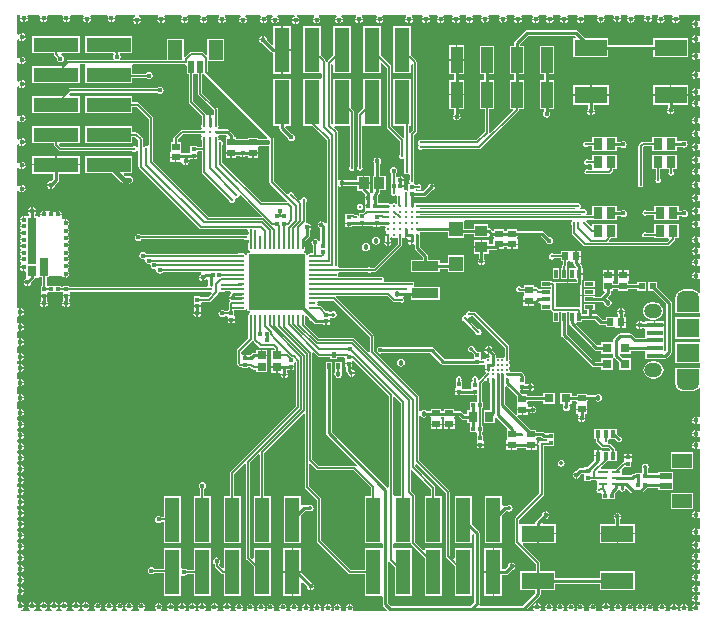
<source format=gtl>
G04 Layer_Physical_Order=1*
G04 Layer_Color=255*
%FSLAX25Y25*%
%MOIN*%
G70*
G01*
G75*
%ADD10R,0.01417X0.01969*%
%ADD11R,0.01575X0.01969*%
%ADD12R,0.01260X0.01260*%
%ADD13R,0.01969X0.04331*%
%ADD14R,0.04724X0.06693*%
%ADD15R,0.05000X0.15000*%
%ADD16R,0.02756X0.05906*%
%ADD17R,0.02756X0.15748*%
%ADD18R,0.02756X0.03543*%
%ADD19R,0.15000X0.05000*%
%ADD20R,0.03543X0.03937*%
%ADD21C,0.01043*%
%ADD22R,0.01378X0.01181*%
%ADD23R,0.01260X0.01260*%
%ADD24R,0.02795X0.03622*%
%ADD25R,0.01181X0.01378*%
%ADD26R,0.02362X0.02520*%
%ADD27C,0.00866*%
%ADD28R,0.04331X0.01969*%
%ADD29R,0.06693X0.04724*%
%ADD30R,0.02953X0.02559*%
%ADD31R,0.02520X0.02362*%
%ADD32R,0.07480X0.04724*%
%ADD33R,0.05315X0.01575*%
%ADD34R,0.07480X0.06299*%
%ADD35R,0.01181X0.02835*%
%ADD36R,0.02835X0.01181*%
%ADD37R,0.08268X0.08268*%
%ADD38C,0.01083*%
%ADD39R,0.03347X0.01102*%
%ADD40R,0.02953X0.01102*%
%ADD41R,0.10827X0.05512*%
%ADD42R,0.03150X0.03150*%
%ADD43R,0.02165X0.02362*%
G04:AMPARAMS|DCode=44|XSize=9mil|YSize=9mil|CornerRadius=4.5mil|HoleSize=0mil|Usage=FLASHONLY|Rotation=0.000|XOffset=0mil|YOffset=0mil|HoleType=Round|Shape=RoundedRectangle|*
%AMROUNDEDRECTD44*
21,1,0.00900,0.00000,0,0,0.0*
21,1,0.00000,0.00900,0,0,0.0*
1,1,0.00900,0.00000,0.00000*
1,1,0.00900,0.00000,0.00000*
1,1,0.00900,0.00000,0.00000*
1,1,0.00900,0.00000,0.00000*
%
%ADD44ROUNDEDRECTD44*%
%ADD45R,0.09055X0.03347*%
%ADD46R,0.04724X0.04921*%
%ADD47R,0.03937X0.03543*%
%ADD48R,0.01575X0.02598*%
%ADD49O,0.02559X0.00787*%
%ADD50O,0.00787X0.02559*%
%ADD51R,0.18504X0.18504*%
%ADD52R,0.03150X0.03937*%
%ADD53R,0.04016X0.08622*%
%ADD54C,0.01000*%
%ADD55C,0.00700*%
%ADD56C,0.00550*%
%ADD57C,0.00800*%
%ADD58C,0.01500*%
%ADD59C,0.00600*%
%ADD60C,0.00400*%
%ADD61O,0.05906X0.04921*%
%ADD62O,0.07480X0.04823*%
%ADD63C,0.01600*%
%ADD64C,0.01300*%
%ADD65C,0.01000*%
%ADD66C,0.01800*%
%ADD67C,0.01400*%
%ADD68C,0.02598*%
G36*
X228351Y197469D02*
X227851Y197317D01*
X227837Y197337D01*
X227407Y197625D01*
X227150Y197676D01*
Y196400D01*
Y195124D01*
X227407Y195175D01*
X227837Y195463D01*
X227851Y195483D01*
X228351Y195331D01*
Y192369D01*
X227851Y192217D01*
X227837Y192237D01*
X227407Y192525D01*
X227150Y192576D01*
Y191300D01*
Y190024D01*
X227407Y190075D01*
X227837Y190363D01*
X227851Y190383D01*
X228351Y190231D01*
Y186669D01*
X227851Y186517D01*
X227837Y186537D01*
X227407Y186825D01*
X227150Y186876D01*
Y185600D01*
Y184324D01*
X227407Y184375D01*
X227837Y184663D01*
X227851Y184683D01*
X228351Y184531D01*
Y180469D01*
X227851Y180317D01*
X227837Y180337D01*
X227407Y180625D01*
X227150Y180676D01*
Y179400D01*
Y178124D01*
X227407Y178175D01*
X227837Y178463D01*
X227851Y178483D01*
X228351Y178331D01*
Y174769D01*
X227851Y174617D01*
X227837Y174637D01*
X227407Y174925D01*
X227150Y174976D01*
Y173700D01*
Y172424D01*
X227407Y172475D01*
X227837Y172763D01*
X227851Y172783D01*
X228351Y172631D01*
Y170969D01*
X227851Y170817D01*
X227837Y170837D01*
X227407Y171125D01*
X227150Y171176D01*
Y169900D01*
Y168624D01*
X227407Y168675D01*
X227837Y168963D01*
X227851Y168983D01*
X228351Y168831D01*
Y165269D01*
X227851Y165117D01*
X227837Y165137D01*
X227407Y165425D01*
X227150Y165476D01*
Y164200D01*
Y162924D01*
X227407Y162975D01*
X227837Y163263D01*
X227851Y163283D01*
X228351Y163131D01*
Y160869D01*
X227851Y160717D01*
X227837Y160737D01*
X227407Y161025D01*
X227150Y161076D01*
Y159800D01*
Y158524D01*
X227407Y158575D01*
X227837Y158863D01*
X227851Y158883D01*
X228351Y158731D01*
Y156469D01*
X227851Y156317D01*
X227837Y156337D01*
X227407Y156625D01*
X227150Y156676D01*
Y155400D01*
Y154124D01*
X227407Y154175D01*
X227837Y154463D01*
X227851Y154483D01*
X228351Y154331D01*
Y152069D01*
X227851Y151917D01*
X227837Y151937D01*
X227407Y152225D01*
X227150Y152276D01*
Y151000D01*
Y149724D01*
X227407Y149775D01*
X227837Y150063D01*
X227851Y150083D01*
X228351Y149931D01*
Y148269D01*
X227851Y148117D01*
X227837Y148137D01*
X227407Y148425D01*
X227150Y148476D01*
Y147200D01*
Y145924D01*
X227407Y145975D01*
X227837Y146263D01*
X227851Y146283D01*
X228351Y146131D01*
Y143869D01*
X227851Y143717D01*
X227837Y143737D01*
X227407Y144025D01*
X227150Y144076D01*
Y142800D01*
Y141524D01*
X227407Y141575D01*
X227837Y141863D01*
X227851Y141883D01*
X228351Y141731D01*
Y139469D01*
X227851Y139317D01*
X227837Y139337D01*
X227407Y139625D01*
X227150Y139676D01*
Y138400D01*
Y137124D01*
X227407Y137175D01*
X227837Y137463D01*
X227851Y137483D01*
X228351Y137331D01*
Y135069D01*
X227851Y134917D01*
X227837Y134937D01*
X227407Y135225D01*
X227150Y135276D01*
Y134000D01*
Y132724D01*
X227407Y132775D01*
X227837Y133063D01*
X227851Y133083D01*
X228351Y132931D01*
Y130669D01*
X227851Y130517D01*
X227837Y130537D01*
X227407Y130825D01*
X227150Y130876D01*
Y129600D01*
Y128324D01*
X227407Y128375D01*
X227837Y128663D01*
X227851Y128683D01*
X228351Y128531D01*
Y125569D01*
X227851Y125417D01*
X227837Y125437D01*
X227407Y125725D01*
X227150Y125776D01*
Y124500D01*
Y123224D01*
X227407Y123275D01*
X227837Y123563D01*
X227851Y123583D01*
X228351Y123431D01*
Y121769D01*
X227851Y121617D01*
X227837Y121637D01*
X227407Y121925D01*
X227150Y121976D01*
Y120700D01*
Y119424D01*
X227407Y119475D01*
X227837Y119763D01*
X227851Y119783D01*
X228351Y119631D01*
Y118117D01*
X228169Y117994D01*
X227851Y117895D01*
X227507Y118125D01*
X227250Y118176D01*
Y116900D01*
Y115624D01*
X227507Y115675D01*
X227851Y115905D01*
X228169Y115806D01*
X228351Y115683D01*
Y113717D01*
X228169Y113594D01*
X227851Y113495D01*
X227507Y113725D01*
X227250Y113776D01*
Y112500D01*
Y111224D01*
X227507Y111275D01*
X227851Y111505D01*
X228169Y111406D01*
X228351Y111283D01*
Y106806D01*
X227851Y106636D01*
X227532Y107052D01*
X226945Y107502D01*
X226261Y107785D01*
X225527Y107882D01*
X222869D01*
X222135Y107785D01*
X221451Y107502D01*
X220864Y107052D01*
X220413Y106464D01*
X220130Y105780D01*
X220086Y105447D01*
X220060D01*
X220034Y105046D01*
X220060Y104847D01*
Y99922D01*
X228340D01*
X228351Y99426D01*
Y99052D01*
X228340Y98557D01*
X227851Y98557D01*
X220060D01*
Y91457D01*
X228340Y91457D01*
X228351Y90962D01*
Y90785D01*
X228340Y90289D01*
X227851Y90289D01*
X220060D01*
Y83190D01*
X228340Y83190D01*
X228351Y82694D01*
Y82320D01*
X228340Y81824D01*
X220060D01*
Y76884D01*
X220036Y76700D01*
X220060Y76300D01*
X220088D01*
X220132Y75966D01*
X220415Y75282D01*
X220866Y74695D01*
X221453Y74244D01*
X222137Y73961D01*
X222871Y73864D01*
X225529D01*
X226263Y73961D01*
X226947Y74244D01*
X227534Y74695D01*
X227851Y75108D01*
X228351Y74938D01*
Y65417D01*
X228169Y65294D01*
X227851Y65195D01*
X227507Y65425D01*
X227250Y65476D01*
Y64200D01*
Y62924D01*
X227507Y62975D01*
X227851Y63205D01*
X228169Y63106D01*
X228351Y62983D01*
Y61017D01*
X228169Y60894D01*
X227851Y60795D01*
X227507Y61025D01*
X227250Y61076D01*
Y59800D01*
Y58524D01*
X227507Y58575D01*
X227851Y58805D01*
X228169Y58706D01*
X228351Y58583D01*
Y57117D01*
X228169Y56994D01*
X227851Y56895D01*
X227507Y57125D01*
X227250Y57176D01*
Y55900D01*
Y54624D01*
X227507Y54675D01*
X227851Y54905D01*
X228169Y54806D01*
X228351Y54683D01*
Y34017D01*
X228169Y33894D01*
X227851Y33795D01*
X227507Y34025D01*
X227250Y34076D01*
Y32800D01*
Y31524D01*
X227507Y31575D01*
X227851Y31805D01*
X228169Y31706D01*
X228351Y31583D01*
Y28317D01*
X228169Y28194D01*
X227851Y28095D01*
X227507Y28325D01*
X227250Y28376D01*
Y27100D01*
Y25824D01*
X227507Y25875D01*
X227851Y26105D01*
X228169Y26006D01*
X228351Y25883D01*
Y23917D01*
X228169Y23794D01*
X227851Y23695D01*
X227507Y23925D01*
X227250Y23976D01*
Y22700D01*
Y21424D01*
X227507Y21475D01*
X227851Y21705D01*
X228169Y21606D01*
X228351Y21483D01*
Y20117D01*
X228169Y19994D01*
X227851Y19895D01*
X227507Y20125D01*
X227250Y20176D01*
Y18900D01*
Y17624D01*
X227507Y17675D01*
X227851Y17905D01*
X228169Y17806D01*
X228351Y17683D01*
Y16917D01*
X228169Y16794D01*
X227851Y16695D01*
X227507Y16925D01*
X227250Y16976D01*
Y15700D01*
Y14424D01*
X227507Y14475D01*
X227851Y14705D01*
X228169Y14606D01*
X228351Y14483D01*
Y13117D01*
X228169Y12994D01*
X227851Y12895D01*
X227507Y13125D01*
X227250Y13176D01*
Y11900D01*
Y10624D01*
X227507Y10675D01*
X227851Y10905D01*
X228169Y10806D01*
X228351Y10683D01*
Y9317D01*
X228169Y9194D01*
X227851Y9095D01*
X227507Y9325D01*
X227250Y9376D01*
Y8100D01*
Y6824D01*
X227507Y6875D01*
X227851Y7105D01*
X228169Y7006D01*
X228351Y6883D01*
Y6117D01*
X228169Y5994D01*
X227851Y5895D01*
X227507Y6125D01*
X227250Y6176D01*
Y4900D01*
Y3624D01*
X227507Y3675D01*
X227851Y3905D01*
X228169Y3806D01*
X228351Y3683D01*
Y2917D01*
X228169Y2794D01*
X227851Y2695D01*
X227507Y2925D01*
X227250Y2976D01*
Y1700D01*
X227000D01*
Y1450D01*
X225724D01*
X225775Y1193D01*
X225804Y1149D01*
X225537Y649D01*
X224396D01*
X224129Y1149D01*
X224225Y1293D01*
X224276Y1550D01*
X221724D01*
X221775Y1293D01*
X221871Y1149D01*
X221604Y649D01*
X221063D01*
X220796Y1149D01*
X220825Y1193D01*
X220876Y1450D01*
X218324D01*
X218375Y1193D01*
X218404Y1149D01*
X218137Y649D01*
X216900D01*
X216662Y1149D01*
X216825Y1393D01*
X216876Y1650D01*
X214324D01*
X214375Y1393D01*
X214538Y1149D01*
X214300Y649D01*
X212800D01*
X212562Y1149D01*
X212725Y1393D01*
X212776Y1650D01*
X210224D01*
X210275Y1393D01*
X210438Y1149D01*
X210200Y649D01*
X209600D01*
X209362Y1149D01*
X209525Y1393D01*
X209576Y1650D01*
X207024D01*
X207075Y1393D01*
X207238Y1149D01*
X207000Y649D01*
X206100D01*
X205862Y1149D01*
X206025Y1393D01*
X206076Y1650D01*
X203524D01*
X203575Y1393D01*
X203738Y1149D01*
X203500Y649D01*
X202300D01*
X202062Y1149D01*
X202225Y1393D01*
X202276Y1650D01*
X199724D01*
X199775Y1393D01*
X199938Y1149D01*
X199700Y649D01*
X198217D01*
X198094Y831D01*
X197995Y1149D01*
X198225Y1493D01*
X198276Y1750D01*
X195724D01*
X195775Y1493D01*
X196005Y1149D01*
X195906Y831D01*
X195783Y649D01*
X193800D01*
X193562Y1149D01*
X193725Y1393D01*
X193776Y1650D01*
X191224D01*
X191275Y1393D01*
X191438Y1149D01*
X191200Y649D01*
X189700D01*
X189462Y1149D01*
X189625Y1393D01*
X189676Y1650D01*
X187124D01*
X187175Y1393D01*
X187338Y1149D01*
X187100Y649D01*
X186500D01*
X186262Y1149D01*
X186425Y1393D01*
X186476Y1650D01*
X183924D01*
X183975Y1393D01*
X184138Y1149D01*
X183900Y649D01*
X183000D01*
X182762Y1149D01*
X182925Y1393D01*
X182976Y1650D01*
X180424D01*
X180475Y1393D01*
X180638Y1149D01*
X180400Y649D01*
X179200D01*
X178962Y1149D01*
X179125Y1393D01*
X179176Y1650D01*
X176624D01*
X176675Y1393D01*
X176838Y1149D01*
X176600Y649D01*
X175117D01*
X174994Y831D01*
X174895Y1149D01*
X175125Y1493D01*
X175176Y1750D01*
X172624D01*
X172675Y1493D01*
X172905Y1149D01*
X172806Y831D01*
X172683Y649D01*
X170654D01*
X170447Y1149D01*
X174862Y5564D01*
X175060Y5861D01*
X175130Y6213D01*
Y7570D01*
X180026D01*
Y9808D01*
X194974D01*
Y7570D01*
X206601D01*
Y13882D01*
X194974D01*
Y11644D01*
X180026D01*
Y13882D01*
X174926D01*
Y16687D01*
X174872Y16961D01*
X174717Y17192D01*
X169153Y22756D01*
X169344Y23218D01*
X173963D01*
Y26474D01*
X174213D01*
Y26724D01*
X180126D01*
Y29730D01*
X175835D01*
X175628Y30230D01*
X176777Y31379D01*
X176800Y31374D01*
X177307Y31475D01*
X177737Y31763D01*
X178025Y32193D01*
X178076Y32450D01*
X176800D01*
Y32700D01*
X176550D01*
Y33976D01*
X176293Y33925D01*
X175863Y33637D01*
X175575Y33207D01*
X175475Y32700D01*
X175479Y32677D01*
X173564Y30762D01*
X173365Y30464D01*
X173295Y30113D01*
Y29730D01*
X168299D01*
X168014Y30112D01*
Y31104D01*
X176005Y39095D01*
X176159Y39327D01*
X176214Y39600D01*
Y55714D01*
X176257Y55743D01*
X176286Y55786D01*
X177411D01*
Y55728D01*
X179589D01*
Y57591D01*
X179589Y57709D01*
Y58091D01*
X179589Y58210D01*
Y60072D01*
X177411D01*
Y59999D01*
X176599D01*
X176365Y60233D01*
X176067Y60432D01*
X175716Y60502D01*
X173760D01*
Y61165D01*
X171817D01*
X167351Y65631D01*
X167558Y66131D01*
X168850D01*
Y67562D01*
X167340D01*
Y66349D01*
X166840Y66142D01*
X163318Y69664D01*
Y75389D01*
X163818Y75597D01*
X167440Y71974D01*
Y69951D01*
X167340Y69493D01*
X167340Y69394D01*
Y68062D01*
X169100D01*
Y67812D01*
X169350D01*
Y66131D01*
X170860D01*
Y66894D01*
X171538D01*
X171551Y66874D01*
X171981Y66587D01*
X172238Y66536D01*
Y67812D01*
Y69087D01*
X171981Y69036D01*
X171551Y68749D01*
X171538Y68729D01*
X170860D01*
Y69394D01*
X170860Y69493D01*
X170760Y69951D01*
Y70252D01*
X171113Y70605D01*
X175873D01*
Y69548D01*
X179822D01*
Y73498D01*
X175873D01*
Y72440D01*
X170760D01*
Y73015D01*
X168995D01*
X168239Y73770D01*
X168431Y74232D01*
X168650D01*
Y75323D01*
X169150D01*
Y74232D01*
X170089D01*
Y74405D01*
X170727D01*
X170740Y74386D01*
X171170Y74098D01*
X171427Y74047D01*
Y75323D01*
Y76599D01*
X171170Y76547D01*
X170740Y76260D01*
X170727Y76240D01*
X170517D01*
X170089Y76413D01*
X169989Y76695D01*
X169989D01*
X169989Y76695D01*
Y78676D01*
X169818D01*
Y79000D01*
X169748Y79351D01*
X169549Y79649D01*
X169001Y80197D01*
X168703Y80396D01*
X168352Y80466D01*
X165159D01*
X165065Y80546D01*
X164810Y80966D01*
X164841Y81123D01*
X164776Y81454D01*
X164732Y81520D01*
X164624Y82049D01*
X164823Y82346D01*
X164892Y82698D01*
X164823Y83049D01*
X164624Y83346D01*
X164732Y83876D01*
X164776Y83941D01*
X164841Y84272D01*
X164776Y84604D01*
X164689Y84734D01*
Y88725D01*
X164634Y88998D01*
X164479Y89230D01*
X153505Y100205D01*
X153273Y100359D01*
X153000Y100414D01*
X152086D01*
X152057Y100457D01*
X151710Y100689D01*
X151300Y100771D01*
X150890Y100689D01*
X150543Y100457D01*
X150311Y100110D01*
X150229Y99700D01*
X149900Y99271D01*
X149490Y99189D01*
X149143Y98957D01*
X148911Y98610D01*
X148829Y98200D01*
X148911Y97790D01*
X149143Y97443D01*
X149490Y97211D01*
X149900Y97129D01*
X149951Y97140D01*
X153340Y93751D01*
X153329Y93700D01*
X153411Y93290D01*
X153643Y92943D01*
X153990Y92711D01*
X154400Y92629D01*
X154810Y92711D01*
X155157Y92943D01*
X155389Y93290D01*
X155471Y93700D01*
X155389Y94110D01*
X155157Y94457D01*
X154810Y94689D01*
X154400Y94771D01*
X154349Y94760D01*
X150960Y98149D01*
X150971Y98200D01*
X151300Y98629D01*
X151710Y98711D01*
X152057Y98943D01*
X152086Y98986D01*
X152704D01*
X163261Y88429D01*
Y85321D01*
X162761Y85053D01*
X162732Y85073D01*
X162400Y85139D01*
X162068Y85073D01*
X161787Y84885D01*
X161438D01*
X161157Y85073D01*
X160825Y85139D01*
X160668Y85108D01*
X160248Y85363D01*
X160168Y85457D01*
Y86150D01*
X160098Y86501D01*
X159899Y86799D01*
X159348Y87350D01*
X158050D01*
Y86052D01*
X158270Y85833D01*
X158207Y85413D01*
X157769Y85120D01*
X157676Y85139D01*
X157344Y85073D01*
X157063Y84885D01*
X156875Y84604D01*
X156451Y84548D01*
X156404Y84557D01*
X156100Y84618D01*
X155749Y84548D01*
X155689Y84508D01*
X155189Y84708D01*
Y85113D01*
X155189Y85232D01*
Y87094D01*
X154087D01*
X153215Y87967D01*
X153222Y88000D01*
X153136Y88429D01*
X152893Y88793D01*
X152529Y89036D01*
X152100Y89122D01*
X151671Y89036D01*
X151307Y88793D01*
X151064Y88429D01*
X150978Y88000D01*
X151064Y87571D01*
X151307Y87207D01*
X151671Y86964D01*
X152100Y86878D01*
X152134Y86885D01*
X153011Y86007D01*
Y85232D01*
X153011Y85113D01*
X152900Y84659D01*
X143138D01*
X139449Y88349D01*
X139151Y88548D01*
X138800Y88618D01*
X122487D01*
X122168Y88830D01*
X121700Y88924D01*
X121232Y88830D01*
X120835Y88565D01*
X120570Y88168D01*
X120476Y87700D01*
X120570Y87232D01*
X120835Y86835D01*
X121232Y86570D01*
X121700Y86476D01*
X122168Y86570D01*
X122487Y86782D01*
X138420D01*
X142109Y83093D01*
X142407Y82894D01*
X142758Y82824D01*
X153011D01*
Y82751D01*
X155189D01*
Y82751D01*
X155689Y82892D01*
X155749Y82852D01*
X156100Y82782D01*
X156219Y82806D01*
X156298Y82788D01*
X156702Y82525D01*
X156755Y82454D01*
X156758Y82441D01*
Y81379D01*
X156757Y81373D01*
X157676D01*
Y80873D01*
X156757D01*
X156781Y80752D01*
X156991Y80438D01*
X156891Y79903D01*
X156884Y79893D01*
X154631Y77640D01*
X154176Y77893D01*
X154218Y78100D01*
X154148Y78451D01*
X153949Y78749D01*
X153651Y78948D01*
X153300Y79018D01*
X152949Y78948D01*
X152651Y78749D01*
X152452Y78451D01*
X152382Y78100D01*
X152452Y77749D01*
X152543Y77613D01*
X152406Y77113D01*
X152111D01*
Y75132D01*
X152111D01*
X152011Y74851D01*
X151583Y74678D01*
X149343D01*
X149089Y74932D01*
X148989Y75391D01*
Y77194D01*
X148916D01*
X148712Y77694D01*
X148748Y77749D01*
X148818Y78100D01*
X148748Y78451D01*
X148549Y78749D01*
X148251Y78948D01*
X147900Y79018D01*
X147549Y78948D01*
X147251Y78749D01*
X147052Y78451D01*
X146982Y78100D01*
X147052Y77749D01*
X147089Y77694D01*
X146884Y77194D01*
X146811D01*
Y75391D01*
X146711Y74932D01*
X146711Y74755D01*
Y74092D01*
X147900D01*
Y73842D01*
X148150D01*
Y72751D01*
X149089D01*
Y72843D01*
X152011D01*
Y72670D01*
X152950D01*
Y73761D01*
X153450D01*
Y72670D01*
X154089D01*
Y70447D01*
X153628Y70353D01*
X153628Y70353D01*
X153628Y70353D01*
X151568D01*
Y68293D01*
X151680D01*
Y67634D01*
X150747D01*
Y66341D01*
X149703D01*
X148895Y67149D01*
X148597Y67348D01*
X148246Y67418D01*
X146360D01*
Y68115D01*
X143040D01*
Y67418D01*
X142060D01*
Y68115D01*
X138740D01*
Y67418D01*
X137150D01*
X137137Y67437D01*
X136707Y67725D01*
X136200Y67826D01*
X135693Y67725D01*
X135263Y67437D01*
X134610Y67360D01*
X134514Y67438D01*
Y72000D01*
X134459Y72273D01*
X134305Y72505D01*
X119614Y87196D01*
Y92200D01*
X119559Y92473D01*
X119405Y92705D01*
X106860Y105249D01*
X107063Y105749D01*
X124067D01*
X125921Y103895D01*
X126153Y103741D01*
X126426Y103686D01*
X128248D01*
X128449Y103552D01*
X128800Y103482D01*
X129151Y103552D01*
X129449Y103751D01*
X129648Y104049D01*
X129718Y104400D01*
X129648Y104751D01*
X129449Y105049D01*
X129399Y105082D01*
X129550Y105582D01*
X131851D01*
Y104483D01*
X141706D01*
Y108630D01*
X133169D01*
X133168Y108631D01*
X132947Y109130D01*
X133035Y109261D01*
X133105Y109613D01*
X133035Y109964D01*
X132836Y110261D01*
X132539Y110460D01*
X132187Y110530D01*
X131836Y110460D01*
X131636Y110326D01*
X123200D01*
X122933Y110826D01*
X122948Y110849D01*
X123018Y111200D01*
X122948Y111551D01*
X122749Y111849D01*
X122451Y112048D01*
X122100Y112118D01*
X121749Y112048D01*
X121529Y111901D01*
X107950D01*
X107679Y112302D01*
X107658Y112401D01*
X107718Y112700D01*
X107648Y113051D01*
X107600Y113123D01*
X107867Y113623D01*
X117548D01*
X117749Y113489D01*
X118100Y113419D01*
X118451Y113489D01*
X118652Y113623D01*
X119837D01*
X120110Y113678D01*
X120342Y113832D01*
X128699Y122190D01*
X128854Y122421D01*
X128908Y122695D01*
Y125102D01*
X129384Y125246D01*
X129419Y125237D01*
X129426Y125226D01*
X129764Y125001D01*
X129913Y124971D01*
Y125963D01*
X130413D01*
Y124971D01*
X130562Y125001D01*
X130776Y124886D01*
X131001Y124400D01*
X130958Y124181D01*
X132132D01*
Y123932D01*
X132381D01*
Y122758D01*
X132600Y122801D01*
X132682Y122856D01*
X133182Y122589D01*
Y121600D01*
X133252Y121249D01*
X133451Y120951D01*
X135861Y118541D01*
Y117685D01*
X131851D01*
Y113539D01*
X141706D01*
Y114694D01*
X144217D01*
Y113615D01*
X149741D01*
Y119336D01*
X144217D01*
Y116529D01*
X141706D01*
Y117685D01*
X137696D01*
Y118921D01*
X137627Y119272D01*
X137428Y119570D01*
X135018Y121980D01*
Y125852D01*
X135040Y125963D01*
X134968Y126323D01*
X134840Y126514D01*
X134980Y126907D01*
X135062Y127014D01*
X144217D01*
Y125032D01*
X149741D01*
Y126282D01*
X153032D01*
Y125186D01*
X157768D01*
Y125442D01*
X158268Y125709D01*
X158338Y125663D01*
X158689Y125593D01*
X159187D01*
X159540Y125240D01*
Y125029D01*
X159440Y124570D01*
X159440Y124471D01*
Y122960D01*
X157869D01*
Y124314D01*
X155650D01*
Y122043D01*
X155400D01*
Y121792D01*
X152931D01*
Y119771D01*
X154482D01*
Y118150D01*
X154463Y118137D01*
X154175Y117707D01*
X154124Y117450D01*
X156676D01*
X156625Y117707D01*
X156337Y118137D01*
X156318Y118150D01*
Y119771D01*
X157869D01*
Y121125D01*
X160354D01*
X160705Y121195D01*
X160724Y121208D01*
X160950D01*
Y122889D01*
X161450D01*
Y121208D01*
X162960D01*
Y121971D01*
X163940D01*
Y121208D01*
X165450D01*
Y122889D01*
X165700D01*
Y123139D01*
X167460D01*
Y124471D01*
X167460Y124570D01*
X167360Y125029D01*
Y125240D01*
X167713Y125593D01*
X175209D01*
X176795Y124007D01*
X176870Y123632D01*
X177135Y123235D01*
X177532Y122970D01*
X178000Y122877D01*
X178468Y122970D01*
X178865Y123235D01*
X179130Y123632D01*
X179224Y124100D01*
X179130Y124568D01*
X178865Y124965D01*
X178468Y125230D01*
X178093Y125305D01*
X176238Y127160D01*
X175940Y127359D01*
X175589Y127429D01*
X167360D01*
Y128092D01*
X164040D01*
Y127429D01*
X162860D01*
Y128092D01*
X159540D01*
Y127498D01*
X159040Y127457D01*
X158491Y128006D01*
X158194Y128205D01*
X157843Y128275D01*
X157768D01*
Y129529D01*
X153032D01*
Y128118D01*
X149741D01*
Y130655D01*
X149741Y130754D01*
X149979Y131155D01*
X185558D01*
X185710Y130655D01*
X185551Y130549D01*
X185352Y130251D01*
X185282Y129900D01*
X185352Y129549D01*
X185486Y129348D01*
Y126800D01*
X185541Y126527D01*
X185695Y126295D01*
X189495Y122495D01*
X189727Y122341D01*
X190000Y122286D01*
X217500D01*
X217773Y122341D01*
X218005Y122495D01*
X219670Y124161D01*
X219825Y124392D01*
X219879Y124665D01*
Y124979D01*
X221140D01*
Y129716D01*
X217309D01*
X216809Y129716D01*
X216691Y129716D01*
X212860D01*
Y126814D01*
X210452D01*
X210251Y126948D01*
X209900Y127018D01*
X209549Y126948D01*
X209251Y126749D01*
X209052Y126451D01*
X208982Y126100D01*
X209052Y125749D01*
X209251Y125451D01*
X209549Y125252D01*
X209900Y125182D01*
X210251Y125252D01*
X210452Y125386D01*
X212860D01*
Y124979D01*
X216690D01*
X217191Y124979D01*
X217309Y124979D01*
X217762D01*
X217969Y124479D01*
X217204Y123714D01*
X198076D01*
X197885Y124176D01*
X198688Y124979D01*
X200640D01*
Y129716D01*
X196809D01*
X196309Y129716D01*
X196191Y129716D01*
X192360D01*
Y129103D01*
X191898Y128911D01*
X190595Y130215D01*
X190548Y130451D01*
X190412Y130655D01*
X190521Y130995D01*
X190633Y131155D01*
X192360D01*
Y130884D01*
X196191D01*
X196691Y130884D01*
X196809Y130884D01*
X200640D01*
Y132335D01*
X201961D01*
X202279Y132122D01*
X202747Y132029D01*
X203216Y132122D01*
X203612Y132388D01*
X203878Y132784D01*
X203971Y133253D01*
X203878Y133721D01*
X203612Y134118D01*
X203216Y134383D01*
X202747Y134476D01*
X202279Y134383D01*
X201961Y134170D01*
X200640D01*
Y135621D01*
X196809D01*
X196309Y135621D01*
X196191Y135621D01*
X192360D01*
Y132582D01*
X190397D01*
X190246Y133082D01*
X190349Y133151D01*
X190548Y133449D01*
X190618Y133800D01*
X190548Y134151D01*
X190349Y134449D01*
X190051Y134648D01*
X189700Y134718D01*
X189349Y134648D01*
X189204Y134551D01*
X188350D01*
X188199Y135051D01*
X188349Y135151D01*
X188548Y135449D01*
X188618Y135800D01*
X188548Y136151D01*
X188349Y136449D01*
X188051Y136648D01*
X187700Y136718D01*
X187349Y136648D01*
X187156Y136519D01*
X134691D01*
X134460Y136674D01*
X134100Y136745D01*
X133740Y136674D01*
X133549Y136546D01*
X133156Y136685D01*
X133049Y136767D01*
Y138528D01*
X133389D01*
Y138701D01*
X136219D01*
X136570Y138771D01*
X136868Y138970D01*
X138993Y141095D01*
X139368Y141170D01*
X139765Y141435D01*
X140030Y141832D01*
X140074Y142050D01*
X138900D01*
Y142300D01*
X138650D01*
Y143474D01*
X138432Y143430D01*
X138035Y143165D01*
X137770Y142768D01*
X137695Y142393D01*
X135839Y140536D01*
X133870D01*
X133866Y140538D01*
X133700Y141129D01*
X133786Y141235D01*
X134025D01*
X134149Y141152D01*
X134500Y141082D01*
X134851Y141152D01*
X135149Y141351D01*
X135348Y141649D01*
X135418Y142000D01*
X135348Y142351D01*
X135149Y142649D01*
X134851Y142848D01*
X134500Y142918D01*
X134149Y142848D01*
X134025Y142765D01*
X133289D01*
Y142972D01*
X133031D01*
X132887Y143352D01*
X132863Y143472D01*
X133048Y143749D01*
X133118Y144100D01*
X133048Y144451D01*
X132914Y144652D01*
Y159304D01*
X133705Y160095D01*
X133859Y160327D01*
X133914Y160600D01*
Y183550D01*
X133859Y183823D01*
X133705Y184055D01*
X131900Y185859D01*
Y195650D01*
X126100D01*
Y179850D01*
X131900D01*
Y182679D01*
X132400Y182947D01*
X132486Y182889D01*
Y160896D01*
X131714Y160123D01*
X131635Y160127D01*
X131214Y160284D01*
Y162350D01*
X131900D01*
Y178150D01*
X126100D01*
Y162350D01*
X129786D01*
Y158505D01*
X129754Y158479D01*
X129286Y158323D01*
X125414Y162196D01*
Y182050D01*
X125359Y182323D01*
X125205Y182555D01*
X121900Y185859D01*
Y195650D01*
X116100D01*
Y179850D01*
X121900D01*
Y183187D01*
X122362Y183379D01*
X123986Y181754D01*
Y161900D01*
X124041Y161627D01*
X124195Y161395D01*
X128186Y157404D01*
Y152852D01*
X128052Y152651D01*
X127982Y152300D01*
X128052Y151949D01*
X128251Y151651D01*
X128549Y151452D01*
X128900Y151382D01*
X129251Y151452D01*
X129286Y151476D01*
X129786Y151208D01*
Y147652D01*
X129652Y147451D01*
X129582Y147100D01*
X129652Y146749D01*
X129851Y146451D01*
X130149Y146252D01*
X130500Y146182D01*
X130851Y146252D01*
X130986Y146343D01*
X131480Y146128D01*
X131486Y146121D01*
Y144652D01*
X131352Y144451D01*
X131282Y144100D01*
X131352Y143749D01*
X131537Y143472D01*
X131514Y143352D01*
X131369Y142972D01*
X131111D01*
Y141168D01*
X131098Y141107D01*
X130660Y140811D01*
X130565Y140839D01*
X130551Y140848D01*
X130200Y140918D01*
X129903Y140859D01*
X129670Y141068D01*
X129532Y141238D01*
Y142050D01*
X128402D01*
Y142550D01*
X129532D01*
Y143430D01*
X129532D01*
X129627Y143890D01*
X129678Y144148D01*
X128402D01*
Y144398D01*
X128152D01*
Y145673D01*
X127895Y145622D01*
X127465Y145335D01*
X127462Y145331D01*
X126962Y145482D01*
Y146570D01*
X127063Y146637D01*
X127328Y147034D01*
X127421Y147502D01*
X127328Y147971D01*
X127063Y148368D01*
X126666Y148633D01*
X126198Y148726D01*
X125729Y148633D01*
X125332Y148368D01*
X125067Y147971D01*
X124974Y147502D01*
X125067Y147034D01*
X125332Y146637D01*
X125433Y146570D01*
Y143330D01*
X125168D01*
Y141270D01*
X125433D01*
Y140372D01*
X125352Y140251D01*
X125282Y139900D01*
X125352Y139549D01*
X125551Y139251D01*
X125849Y139052D01*
X126200Y138982D01*
X126551Y139052D01*
X126749Y139184D01*
X127123Y139012D01*
X127209Y138937D01*
X127182Y138800D01*
X127252Y138449D01*
X127386Y138248D01*
Y136628D01*
X126891Y136470D01*
X126586Y136674D01*
X126226Y136745D01*
X125866Y136674D01*
X125561Y136470D01*
X125542Y136441D01*
X124942D01*
X124922Y136470D01*
X124617Y136674D01*
X124258Y136745D01*
X124146Y136723D01*
X120911D01*
Y136814D01*
X120799D01*
Y137454D01*
X120911D01*
Y139313D01*
X121349Y139751D01*
X121548Y140049D01*
X121618Y140400D01*
Y140916D01*
X123608D01*
Y145653D01*
X121618D01*
Y149650D01*
X121637Y149663D01*
X121925Y150093D01*
X122026Y150600D01*
X121925Y151107D01*
X121637Y151537D01*
X121207Y151825D01*
X120700Y151926D01*
X120193Y151825D01*
X119763Y151537D01*
X119475Y151107D01*
X119375Y150600D01*
X119475Y150093D01*
X119763Y149663D01*
X119782Y149650D01*
Y145653D01*
X119265D01*
Y140916D01*
X119265D01*
X119418Y140416D01*
X119232Y140230D01*
X119079Y140001D01*
X119070Y139989D01*
X118846Y139975D01*
X118551Y140041D01*
X118524Y140175D01*
X118422Y140328D01*
X118393Y140816D01*
X118393Y140816D01*
X118393Y140816D01*
Y143034D01*
X116121D01*
Y143284D01*
X115871D01*
Y145753D01*
X113850D01*
Y144202D01*
X109850D01*
X109837Y144221D01*
X109407Y144509D01*
X109150Y144560D01*
Y143284D01*
Y142008D01*
X109407Y142060D01*
X109837Y142347D01*
X109850Y142367D01*
X113850D01*
Y140816D01*
X115415D01*
X115472Y140730D01*
X116239Y139963D01*
X116546Y139614D01*
X116546D01*
X116546Y139614D01*
Y138734D01*
X117676D01*
Y138234D01*
X116546D01*
Y137354D01*
X116546D01*
Y136914D01*
X116546D01*
Y136034D01*
X117676D01*
Y135534D01*
X116546D01*
Y134671D01*
X116546Y134654D01*
X116737Y134154D01*
X115799Y133217D01*
X114749D01*
Y132567D01*
X114249Y132415D01*
X114180Y132517D01*
X113883Y132716D01*
X113531Y132786D01*
X113186Y132717D01*
X112973Y132859D01*
X112700Y132914D01*
X112268D01*
Y133156D01*
X110090D01*
Y131352D01*
X109990Y130894D01*
X109990Y130716D01*
Y130053D01*
X111179D01*
Y129803D01*
X111429D01*
Y128713D01*
X112368D01*
Y128982D01*
X114649D01*
Y128852D01*
X115529D01*
Y129982D01*
X116029D01*
Y128852D01*
X116909D01*
Y128982D01*
X119349D01*
Y128752D01*
X120229D01*
Y129882D01*
X120729D01*
Y128752D01*
X121609D01*
Y128982D01*
X123296D01*
X123378Y128876D01*
X123517Y128482D01*
X123389Y128291D01*
X123318Y127931D01*
X123389Y127572D01*
X123593Y127267D01*
X123532Y126707D01*
X123521Y126700D01*
X123295Y126362D01*
X123266Y126213D01*
X124258D01*
Y125713D01*
X123266D01*
X123295Y125564D01*
X123442Y125345D01*
Y124341D01*
X123392Y124308D01*
X123127Y123911D01*
X123084Y123693D01*
X125431D01*
X125388Y123911D01*
X125123Y124308D01*
X125073Y124341D01*
Y125129D01*
X125500Y125277D01*
X125573Y125291D01*
X125866Y125095D01*
X126226Y125023D01*
X126586Y125095D01*
X126891Y125299D01*
X127326Y125050D01*
X127481Y124913D01*
Y122990D01*
X119541Y115051D01*
X118652D01*
X118451Y115185D01*
X118100Y115255D01*
X117749Y115185D01*
X117548Y115051D01*
X107831D01*
X107582Y115551D01*
X107648Y115649D01*
X107718Y116000D01*
X107648Y116351D01*
X107514Y116552D01*
Y142119D01*
X107780Y142254D01*
X108014Y142313D01*
X108393Y142060D01*
X108650Y142008D01*
Y143284D01*
Y144560D01*
X108393Y144509D01*
X108014Y144255D01*
X107780Y144314D01*
X107514Y144449D01*
Y160400D01*
X107459Y160673D01*
X107305Y160905D01*
X106359Y161850D01*
X106567Y162350D01*
X111486D01*
Y148852D01*
X111352Y148651D01*
X111282Y148300D01*
X111352Y147949D01*
X111551Y147651D01*
X111849Y147452D01*
X112200Y147382D01*
X112551Y147452D01*
X112849Y147651D01*
X113048Y147949D01*
X113118Y148300D01*
X113048Y148651D01*
X112914Y148852D01*
Y167050D01*
X112859Y167323D01*
X112705Y167555D01*
X111900Y168359D01*
Y178150D01*
X106100D01*
Y163190D01*
X105600Y162937D01*
X105414Y163073D01*
Y182950D01*
X105600Y183091D01*
X106100Y182843D01*
Y179850D01*
X111900D01*
Y195650D01*
X106100D01*
Y185859D01*
X104195Y183955D01*
X104114Y183833D01*
X103789Y183844D01*
X103630Y183890D01*
X103604Y183901D01*
X103559Y184123D01*
X103405Y184355D01*
X101900Y185859D01*
Y195650D01*
X96100D01*
Y179850D01*
X101900D01*
X102186Y179469D01*
Y178531D01*
X101900Y178150D01*
X96100D01*
Y162350D01*
X99141D01*
X103816Y157675D01*
Y130098D01*
X103325Y130007D01*
X103037Y130437D01*
X102607Y130725D01*
X102350Y130776D01*
Y129500D01*
X102100D01*
Y129250D01*
X100824D01*
X100875Y128993D01*
X101163Y128563D01*
X101582Y128282D01*
Y124223D01*
X101381Y124154D01*
X101082Y124140D01*
X100865Y124465D01*
X100468Y124730D01*
X100000Y124823D01*
X99532Y124730D01*
X99135Y124465D01*
X98870Y124068D01*
X98777Y123600D01*
X98870Y123132D01*
X99135Y122735D01*
X99235Y122668D01*
Y119871D01*
X98224D01*
X97914Y119809D01*
X97651Y119634D01*
X97476Y119371D01*
X97452Y119251D01*
X96952Y119300D01*
Y120152D01*
X96417D01*
X96315Y120652D01*
X96506Y120779D01*
X96703Y121075D01*
X96773Y121424D01*
Y122277D01*
X96779Y122309D01*
Y124081D01*
X97949Y125251D01*
X98148Y125549D01*
X98218Y125900D01*
Y127650D01*
X98237Y127663D01*
X98525Y128093D01*
X98576Y128350D01*
X97300D01*
Y128850D01*
X98576D01*
X98525Y129107D01*
X98237Y129537D01*
X97807Y129825D01*
X97300Y129926D01*
X97236Y129913D01*
X96935Y130363D01*
X96959Y130398D01*
X97014Y130672D01*
Y136914D01*
X97057Y136943D01*
X97289Y137290D01*
X97371Y137700D01*
X97289Y138110D01*
X97057Y138457D01*
X96710Y138689D01*
X96300Y138771D01*
X95890Y138689D01*
X95543Y138457D01*
X95311Y138110D01*
X95261Y137856D01*
X94832Y137666D01*
X94750Y137659D01*
X93060Y139349D01*
X93071Y139400D01*
X92989Y139810D01*
X92757Y140157D01*
X92410Y140389D01*
X92000Y140471D01*
X91590Y140389D01*
X91243Y140157D01*
X91011Y139810D01*
X91010Y139806D01*
X90468Y139642D01*
X86214Y143896D01*
Y158200D01*
X86159Y158473D01*
X86005Y158705D01*
X64214Y180496D01*
Y183865D01*
X69555D01*
Y191358D01*
X64031D01*
Y186186D01*
X63531Y185979D01*
X62805Y186705D01*
X62573Y186859D01*
X62300Y186914D01*
X58486D01*
X58213Y186859D01*
X57981Y186705D01*
X56669Y185393D01*
X56169Y185600D01*
Y191358D01*
X50645D01*
Y184279D01*
X35196D01*
X34928Y184779D01*
X35030Y184932D01*
X35124Y185400D01*
X35030Y185868D01*
X34876Y186100D01*
X35094Y186597D01*
X35097Y186600D01*
X39050D01*
Y192400D01*
X23250D01*
Y186600D01*
X32703D01*
X32706Y186597D01*
X32925Y186100D01*
X32770Y185868D01*
X32677Y185400D01*
X32770Y184932D01*
X32872Y184779D01*
X32604Y184279D01*
X17715D01*
X17442Y184225D01*
X17211Y184070D01*
X15541Y182400D01*
X5750D01*
Y176600D01*
X21550D01*
Y182400D01*
X21550D01*
X21667Y182852D01*
X23133D01*
X23250Y182400D01*
X23250Y182352D01*
Y176600D01*
X39050D01*
Y178386D01*
X43634D01*
X43735Y178235D01*
X44132Y177970D01*
X44600Y177876D01*
X45068Y177970D01*
X45465Y178235D01*
X45730Y178632D01*
X45823Y179100D01*
X45730Y179568D01*
X45465Y179965D01*
X45068Y180230D01*
X44600Y180324D01*
X44132Y180230D01*
X43735Y179965D01*
X43634Y179814D01*
X39050D01*
Y182352D01*
X39050Y182400D01*
X39167Y182852D01*
X56565D01*
X56641Y182867D01*
X57075Y182594D01*
X57141Y182507D01*
Y179535D01*
X57811D01*
Y170475D01*
X57866Y170202D01*
X58021Y169970D01*
X62218Y165773D01*
Y162895D01*
X62045Y162636D01*
X61972Y162268D01*
X62045Y161901D01*
X62253Y161590D01*
X61983Y161169D01*
X61846Y161014D01*
X55600D01*
X55327Y160959D01*
X55095Y160805D01*
X52995Y158705D01*
X52841Y158473D01*
X52786Y158200D01*
Y157092D01*
X51840D01*
Y154029D01*
X51740Y153570D01*
X51740Y153471D01*
Y152139D01*
X53500D01*
Y151889D01*
X53750D01*
Y150208D01*
X55260D01*
X55260Y150208D01*
X55685Y150028D01*
X55863Y149763D01*
X56293Y149475D01*
X56550Y149424D01*
Y150700D01*
X56800D01*
Y150950D01*
X58108D01*
X58499Y151328D01*
X59250D01*
Y152419D01*
X59500D01*
Y152669D01*
X60689D01*
Y153332D01*
X60689Y153509D01*
X60676Y153567D01*
X61079Y154067D01*
X62218D01*
Y146969D01*
X62272Y146695D01*
X62427Y146464D01*
X71140Y137751D01*
X71129Y137700D01*
X71211Y137290D01*
X71443Y136943D01*
X71790Y136711D01*
X72200Y136629D01*
X72610Y136711D01*
X72957Y136943D01*
X73189Y137290D01*
X73271Y137700D01*
X73228Y137914D01*
X73548Y138310D01*
X73613Y138347D01*
X73700Y138329D01*
X74110Y138411D01*
X74457Y138643D01*
X74689Y138990D01*
X74723Y139161D01*
X75254Y139337D01*
X82215Y132376D01*
X82024Y131914D01*
X64596D01*
X45914Y150596D01*
Y165100D01*
X45859Y165373D01*
X45705Y165605D01*
X41305Y170005D01*
X41073Y170159D01*
X40800Y170214D01*
X39050D01*
Y172400D01*
X23250D01*
Y166600D01*
X39050D01*
Y168786D01*
X40504D01*
X44486Y164804D01*
Y156039D01*
X44363Y155924D01*
X43986Y155714D01*
X43700Y155771D01*
X43290Y155689D01*
X43014Y155504D01*
X42730Y155585D01*
X42514Y155714D01*
Y158000D01*
X42459Y158273D01*
X42305Y158505D01*
X40805Y160005D01*
X40573Y160159D01*
X40300Y160214D01*
X39050D01*
Y162400D01*
X23250D01*
Y156600D01*
X39050D01*
Y158786D01*
X40004D01*
X41086Y157704D01*
Y155415D01*
X40586Y155263D01*
X40457Y155457D01*
X40110Y155689D01*
X39700Y155771D01*
X39290Y155689D01*
X38943Y155457D01*
X38914Y155414D01*
X15396D01*
X14709Y156100D01*
X14917Y156600D01*
X21550D01*
Y162400D01*
X5750D01*
Y156600D01*
X12936D01*
Y156150D01*
X12991Y155877D01*
X13145Y155645D01*
X14595Y154195D01*
X14827Y154041D01*
X15100Y153986D01*
X38914D01*
X38943Y153943D01*
X39290Y153711D01*
X39700Y153629D01*
X40110Y153711D01*
X40457Y153943D01*
X40586Y154137D01*
X41086Y153985D01*
Y148800D01*
X41141Y148527D01*
X41295Y148295D01*
X61357Y128234D01*
X61588Y128079D01*
X61861Y128025D01*
X77226D01*
X77621Y127539D01*
X77691Y127187D01*
X77825Y126987D01*
Y126354D01*
X77325Y126087D01*
X77251Y126136D01*
X76900Y126206D01*
X76549Y126136D01*
X76348Y126002D01*
X41978D01*
X41877Y126153D01*
X41480Y126419D01*
X41012Y126512D01*
X40544Y126419D01*
X40147Y126153D01*
X39881Y125756D01*
X39788Y125288D01*
X39881Y124820D01*
X40147Y124423D01*
X40544Y124158D01*
X41012Y124065D01*
X41480Y124158D01*
X41877Y124423D01*
X41978Y124574D01*
X76348D01*
X76549Y124440D01*
X76900Y124371D01*
X77251Y124440D01*
X77325Y124490D01*
X77825Y124222D01*
Y123556D01*
X77791Y123505D01*
X77729Y123195D01*
Y121424D01*
X77791Y121114D01*
X77966Y120851D01*
X78229Y120676D01*
X78350Y120652D01*
X78300Y120152D01*
X77448D01*
Y119300D01*
X76948Y119251D01*
X76924Y119371D01*
X76749Y119634D01*
X76486Y119809D01*
X76176Y119871D01*
X74405D01*
X74095Y119809D01*
X74044Y119775D01*
X43592D01*
X43465Y119965D01*
X43068Y120230D01*
X42600Y120324D01*
X42132Y120230D01*
X41735Y119965D01*
X41470Y119568D01*
X41377Y119100D01*
X41470Y118632D01*
X41735Y118235D01*
X42132Y117970D01*
X42600Y117877D01*
X42958Y117948D01*
X43271Y117734D01*
X43397Y117588D01*
X43376Y117487D01*
X43470Y117018D01*
X43735Y116621D01*
X44132Y116356D01*
X44600Y116263D01*
X44742Y116291D01*
X45176Y115912D01*
X45177Y115907D01*
X45270Y115444D01*
X45535Y115047D01*
X45932Y114781D01*
X46400Y114688D01*
X46542Y114717D01*
X46976Y114337D01*
X46977Y114332D01*
X47070Y113869D01*
X47335Y113472D01*
X47732Y113207D01*
X48200Y113113D01*
X48668Y113207D01*
X49065Y113472D01*
X49166Y113623D01*
X62037D01*
X62093Y113125D01*
X61663Y112837D01*
X61375Y112407D01*
X61324Y112150D01*
X62600D01*
Y111900D01*
X62850D01*
Y110624D01*
X63107Y110675D01*
X63537Y110963D01*
X63714Y111227D01*
X64214Y111075D01*
Y109657D01*
X64180Y109487D01*
X64232Y109228D01*
X64038Y108728D01*
X18030D01*
Y109030D01*
X15970D01*
Y108728D01*
X15372D01*
Y109087D01*
X13510D01*
X13390Y109087D01*
X13010D01*
X12890Y109087D01*
X11065D01*
X11028Y109087D01*
Y109087D01*
X11013Y109081D01*
X10513Y109421D01*
Y111860D01*
X11346D01*
Y112260D01*
X15671D01*
X16073Y112022D01*
X16293Y111875D01*
X16550Y111824D01*
Y113100D01*
X16800D01*
Y113350D01*
X18076D01*
X18025Y113607D01*
X17737Y114037D01*
X17644Y114099D01*
Y114701D01*
X17737Y114763D01*
X18025Y115193D01*
X18076Y115450D01*
X16800D01*
Y115950D01*
X18076D01*
X18025Y116207D01*
X17737Y116637D01*
Y116963D01*
X18025Y117393D01*
X18076Y117650D01*
X16800D01*
Y118150D01*
X18076D01*
X18025Y118407D01*
X17737Y118837D01*
Y119163D01*
X18025Y119593D01*
X18076Y119850D01*
X16800D01*
Y120350D01*
X18076D01*
X18025Y120607D01*
X17737Y121037D01*
X17644Y121099D01*
Y121701D01*
X17737Y121763D01*
X18025Y122193D01*
X18076Y122450D01*
X16800D01*
Y122950D01*
X18076D01*
X18025Y123207D01*
X17737Y123637D01*
Y123963D01*
X18025Y124393D01*
X18076Y124650D01*
X16800D01*
Y125150D01*
X18076D01*
X18025Y125407D01*
X17737Y125837D01*
X17644Y125899D01*
Y126501D01*
X17737Y126563D01*
X18025Y126993D01*
X18076Y127250D01*
X16800D01*
Y127750D01*
X18076D01*
X18025Y128007D01*
X17737Y128437D01*
X17644Y128499D01*
Y129101D01*
X17737Y129163D01*
X18025Y129593D01*
X18076Y129850D01*
X16800D01*
Y130100D01*
X16550D01*
Y131376D01*
X16293Y131325D01*
X16171Y131243D01*
X15718Y131485D01*
X15671Y131945D01*
X15671Y131945D01*
X15671Y131945D01*
X15635Y132445D01*
X15676Y132650D01*
X14400D01*
Y132900D01*
X14150D01*
Y134176D01*
X13893Y134125D01*
X13463Y133837D01*
X13451Y133819D01*
X12849D01*
X12837Y133837D01*
X12407Y134125D01*
X12150Y134176D01*
Y132900D01*
X11650D01*
Y134176D01*
X11393Y134125D01*
X11084Y133918D01*
X10750Y133869D01*
X10416Y133918D01*
X10107Y134125D01*
X9850Y134176D01*
Y132900D01*
X9600D01*
Y132650D01*
X8324D01*
X8365Y132445D01*
X8344Y132347D01*
X8073Y131945D01*
X7509D01*
Y132445D01*
X6549D01*
Y133018D01*
X6569Y133031D01*
X6856Y133461D01*
X6907Y133719D01*
X4356D01*
X4407Y133461D01*
X4694Y133031D01*
X4714Y133018D01*
Y132445D01*
X3753D01*
X3753Y132445D01*
X3253Y132335D01*
X3050Y132376D01*
Y131100D01*
X2800D01*
Y130850D01*
X1524D01*
X1575Y130593D01*
X1863Y130163D01*
Y129837D01*
X1575Y129407D01*
X1524Y129150D01*
X2800D01*
Y128650D01*
X1524D01*
X1575Y128393D01*
X1863Y127963D01*
Y127637D01*
X1575Y127207D01*
X1524Y126950D01*
X2800D01*
Y126450D01*
X1524D01*
X1575Y126193D01*
X1863Y125763D01*
Y125437D01*
X1575Y125007D01*
X1524Y124750D01*
X2800D01*
Y124250D01*
X1524D01*
X1575Y123993D01*
X1863Y123563D01*
Y123237D01*
X1575Y122807D01*
X1524Y122550D01*
X2800D01*
Y122050D01*
X1524D01*
X1575Y121793D01*
X1863Y121363D01*
Y121037D01*
X1575Y120607D01*
X1524Y120350D01*
X2800D01*
Y119850D01*
X1524D01*
X1575Y119593D01*
X1863Y119163D01*
Y118837D01*
X1575Y118407D01*
X1524Y118150D01*
X2800D01*
Y117650D01*
X1524D01*
X1575Y117393D01*
X1863Y116963D01*
X1956Y116901D01*
Y116299D01*
X1863Y116237D01*
X1575Y115807D01*
X1524Y115550D01*
X2800D01*
Y115300D01*
X3050D01*
Y114024D01*
X3253Y114065D01*
X3358Y114041D01*
X3753Y113772D01*
X3753Y111760D01*
X3410Y111402D01*
X3163Y111237D01*
X2875Y110807D01*
X2824Y110550D01*
X4100D01*
Y110300D01*
X4350D01*
Y109024D01*
X4607Y109075D01*
X5037Y109363D01*
X5325Y109793D01*
X5426Y110300D01*
X5421Y110323D01*
X6280Y111182D01*
X6479Y111480D01*
X6535Y111760D01*
X7332D01*
X7509Y111760D01*
Y111760D01*
X7790Y111860D01*
X7790Y111860D01*
X8882D01*
Y108930D01*
X8570D01*
Y107284D01*
X8470Y106825D01*
X8470Y106412D01*
Y105945D01*
X10730D01*
X10730Y106532D01*
X11001Y106874D01*
X11195Y106909D01*
X12890D01*
X13010Y106909D01*
X13390D01*
X13510Y106909D01*
X15370D01*
X15870Y106905D01*
X15870Y106511D01*
Y106045D01*
X18130D01*
Y106925D01*
X18559Y107097D01*
X64246D01*
Y106968D01*
X65437D01*
X65629Y106506D01*
X64339Y105216D01*
X61730D01*
Y105532D01*
X59670D01*
Y103886D01*
X59570Y103428D01*
X59570Y103014D01*
Y102548D01*
X61830D01*
Y103428D01*
X62165Y103789D01*
X64635D01*
X64908Y103843D01*
X65139Y103998D01*
X67605Y106463D01*
X67759Y106695D01*
X67814Y106968D01*
X69954D01*
Y107350D01*
X71572D01*
X71839Y106850D01*
X71815Y106814D01*
X71745Y106463D01*
Y105987D01*
X71726Y105974D01*
X71438Y105544D01*
X71387Y105287D01*
X72663D01*
Y104787D01*
X71387D01*
X71438Y104530D01*
X71514Y104416D01*
X71573Y103854D01*
X71407Y103606D01*
X71349Y103313D01*
Y100932D01*
X70970D01*
Y100667D01*
X69930D01*
X69863Y100768D01*
X69466Y101033D01*
X68998Y101126D01*
X68529Y101033D01*
X68133Y100768D01*
X67867Y100371D01*
X67774Y99902D01*
X67867Y99434D01*
X68133Y99037D01*
X68529Y98772D01*
X68998Y98679D01*
X69466Y98772D01*
X69863Y99037D01*
X69930Y99138D01*
X70499D01*
X70870Y98828D01*
X70870Y98414D01*
Y97948D01*
X73130D01*
Y98828D01*
X73030Y99286D01*
Y100932D01*
X73513Y100974D01*
X74181D01*
X74405Y100929D01*
X76176D01*
X76486Y100991D01*
X76749Y101166D01*
X76924Y101429D01*
X76948Y101549D01*
X77448Y101500D01*
Y100648D01*
X78300D01*
X78350Y100148D01*
X78229Y100124D01*
X77966Y99949D01*
X77791Y99686D01*
X77729Y99376D01*
Y97605D01*
X77774Y97381D01*
Y91655D01*
X74059Y87941D01*
X73893Y87693D01*
X73835Y87400D01*
Y83200D01*
X73893Y82907D01*
X74059Y82659D01*
X74462Y82257D01*
X74710Y82091D01*
X75002Y82033D01*
X75670D01*
Y81768D01*
X77730D01*
Y82033D01*
X78286D01*
X78928Y81391D01*
X79176Y81225D01*
X79469Y81167D01*
X79469Y81167D01*
X80265D01*
Y80252D01*
X84017D01*
Y83589D01*
X84017Y83611D01*
X84071Y84089D01*
X84117D01*
Y85619D01*
X82141D01*
Y85869D01*
X81891D01*
Y87648D01*
X80165D01*
Y86786D01*
X79568D01*
X79217Y86716D01*
X78920Y86517D01*
X78610Y86207D01*
X78322Y86150D01*
X77830Y86132D01*
X77830Y86132D01*
X77830Y86132D01*
X76950D01*
Y85002D01*
X76450D01*
Y86132D01*
X75570D01*
X75365Y86547D01*
Y87083D01*
X78910Y90629D01*
X79039Y90646D01*
X79441Y90582D01*
X79509Y90541D01*
X79573Y90446D01*
X81359Y88659D01*
X81607Y88494D01*
X81900Y88435D01*
X86083D01*
X86471Y88048D01*
X86437Y87548D01*
X85383D01*
Y84211D01*
X85383Y84189D01*
X85329Y83711D01*
X85283D01*
Y82182D01*
X87259D01*
Y81932D01*
X87509D01*
Y80152D01*
X88137D01*
X88434Y79750D01*
X90874D01*
X90830Y79968D01*
X90618Y80287D01*
Y80531D01*
X90770Y80968D01*
X91650D01*
Y82098D01*
X91900D01*
Y82348D01*
X93030D01*
Y83228D01*
X92990Y83412D01*
X93438Y83702D01*
X93586Y83592D01*
Y68896D01*
X71795Y47105D01*
X71641Y46873D01*
X71586Y46600D01*
Y39050D01*
X69500D01*
Y23250D01*
X75300D01*
Y39050D01*
X73014D01*
Y46304D01*
X76524Y49815D01*
X76986Y49624D01*
Y18350D01*
X77041Y18077D01*
X77195Y17845D01*
X79500Y15541D01*
Y5750D01*
X85300D01*
Y21550D01*
X79500D01*
Y18213D01*
X79038Y18021D01*
X78414Y18646D01*
Y50204D01*
X81224Y53015D01*
X81686Y52824D01*
Y39050D01*
X79500D01*
Y23250D01*
X85300D01*
Y39050D01*
X83114D01*
Y53490D01*
X96124Y66501D01*
X96586Y66309D01*
Y42000D01*
X96641Y41727D01*
X96795Y41495D01*
X100486Y37804D01*
Y24100D01*
X100541Y23827D01*
X100695Y23595D01*
X111145Y13145D01*
X111377Y12991D01*
X111650Y12936D01*
X116500D01*
Y5750D01*
X121982D01*
X122300Y5750D01*
X122482Y5325D01*
Y2900D01*
X122552Y2549D01*
X122751Y2251D01*
X123853Y1149D01*
X123646Y649D01*
X112896D01*
X112629Y1149D01*
X112725Y1293D01*
X112776Y1550D01*
X110224D01*
X110275Y1293D01*
X110371Y1149D01*
X110104Y649D01*
X108796D01*
X108529Y1149D01*
X108625Y1293D01*
X108676Y1550D01*
X106124D01*
X106175Y1293D01*
X106271Y1149D01*
X106052Y738D01*
X105549D01*
X105329Y1149D01*
X105425Y1293D01*
X105476Y1550D01*
X102924D01*
X102975Y1293D01*
X103071Y1149D01*
X102804Y649D01*
X102096D01*
X101829Y1149D01*
X101925Y1293D01*
X101976Y1550D01*
X99424D01*
X99475Y1293D01*
X99571Y1149D01*
X99304Y649D01*
X98296D01*
X98029Y1149D01*
X98125Y1293D01*
X98176Y1550D01*
X95624D01*
X95675Y1293D01*
X95771Y1149D01*
X95504Y649D01*
X94200D01*
X93962Y1149D01*
X94125Y1393D01*
X94176Y1650D01*
X91624D01*
X91675Y1393D01*
X91838Y1149D01*
X91600Y649D01*
X90500D01*
X90262Y1149D01*
X90425Y1393D01*
X90476Y1650D01*
X87924D01*
X87975Y1393D01*
X88138Y1149D01*
X87900Y649D01*
X86400D01*
X86162Y1149D01*
X86325Y1393D01*
X86376Y1650D01*
X83824D01*
X83875Y1393D01*
X84038Y1149D01*
X83800Y649D01*
X83200D01*
X82962Y1149D01*
X83125Y1393D01*
X83176Y1650D01*
X80624D01*
X80675Y1393D01*
X80838Y1149D01*
X80600Y649D01*
X79700D01*
X79462Y1149D01*
X79625Y1393D01*
X79676Y1650D01*
X77124D01*
X77175Y1393D01*
X77338Y1149D01*
X77100Y649D01*
X75900D01*
X75662Y1149D01*
X75825Y1393D01*
X75876Y1650D01*
X73324D01*
X73375Y1393D01*
X73538Y1149D01*
X73300Y649D01*
X71817D01*
X71694Y831D01*
X71595Y1149D01*
X71825Y1493D01*
X71876Y1750D01*
X69324D01*
X69375Y1493D01*
X69605Y1149D01*
X69506Y831D01*
X69383Y649D01*
X67617D01*
X67494Y831D01*
X67395Y1149D01*
X67625Y1493D01*
X67676Y1750D01*
X65124D01*
X65175Y1493D01*
X65405Y1149D01*
X65306Y831D01*
X65183Y649D01*
X63517D01*
X63394Y831D01*
X63295Y1149D01*
X63525Y1493D01*
X63576Y1750D01*
X61024D01*
X61075Y1493D01*
X61305Y1149D01*
X61206Y831D01*
X61083Y649D01*
X60317D01*
X60194Y831D01*
X60095Y1149D01*
X60325Y1493D01*
X60376Y1750D01*
X57824D01*
X57875Y1493D01*
X58105Y1149D01*
X58006Y831D01*
X57883Y649D01*
X56817D01*
X56694Y831D01*
X56595Y1149D01*
X56825Y1493D01*
X56876Y1750D01*
X54324D01*
X54375Y1493D01*
X54605Y1149D01*
X54506Y831D01*
X54383Y649D01*
X53017D01*
X52894Y831D01*
X52795Y1149D01*
X53025Y1493D01*
X53076Y1750D01*
X50524D01*
X50575Y1493D01*
X50805Y1149D01*
X50706Y831D01*
X50583Y649D01*
X48869D01*
X48717Y1149D01*
X48737Y1163D01*
X49025Y1593D01*
X49076Y1850D01*
X46524D01*
X46575Y1593D01*
X46863Y1163D01*
X46883Y1149D01*
X46731Y649D01*
X43019D01*
X42868Y1149D01*
X43037Y1263D01*
X43325Y1693D01*
X43376Y1950D01*
X40824D01*
X40875Y1693D01*
X41163Y1263D01*
X41332Y1149D01*
X41181Y649D01*
X38919D01*
X38768Y1149D01*
X38937Y1263D01*
X39225Y1693D01*
X39276Y1950D01*
X36724D01*
X36775Y1693D01*
X37063Y1263D01*
X37232Y1149D01*
X37081Y649D01*
X35719D01*
X35568Y1149D01*
X35737Y1263D01*
X36025Y1693D01*
X36076Y1950D01*
X33524D01*
X33575Y1693D01*
X33863Y1263D01*
X34032Y1149D01*
X33881Y649D01*
X32219D01*
X32068Y1149D01*
X32237Y1263D01*
X32525Y1693D01*
X32576Y1950D01*
X30024D01*
X30075Y1693D01*
X30363Y1263D01*
X30532Y1149D01*
X30381Y649D01*
X28419D01*
X28268Y1149D01*
X28437Y1263D01*
X28725Y1693D01*
X28776Y1950D01*
X26224D01*
X26275Y1693D01*
X26563Y1263D01*
X26732Y1149D01*
X26581Y649D01*
X24234D01*
X24118Y1149D01*
X24437Y1363D01*
X24725Y1793D01*
X24776Y2050D01*
X22224D01*
X22275Y1793D01*
X22563Y1363D01*
X22882Y1149D01*
X22767Y649D01*
X21034D01*
X20918Y1149D01*
X21237Y1363D01*
X21525Y1793D01*
X21576Y2050D01*
X19024D01*
X19075Y1793D01*
X19363Y1363D01*
X19682Y1149D01*
X19567Y649D01*
X16933D01*
X16818Y1149D01*
X17137Y1363D01*
X17425Y1793D01*
X17476Y2050D01*
X14924D01*
X14975Y1793D01*
X15263Y1363D01*
X15582Y1149D01*
X15466Y649D01*
X13734D01*
X13618Y1149D01*
X13937Y1363D01*
X14225Y1793D01*
X14276Y2050D01*
X11724D01*
X11775Y1793D01*
X12063Y1363D01*
X12382Y1149D01*
X12267Y649D01*
X10233D01*
X10118Y1149D01*
X10437Y1363D01*
X10725Y1793D01*
X10776Y2050D01*
X8224D01*
X8275Y1793D01*
X8563Y1363D01*
X8882Y1149D01*
X8766Y649D01*
X6434D01*
X6318Y1149D01*
X6637Y1363D01*
X6925Y1793D01*
X6976Y2050D01*
X4424D01*
X4475Y1793D01*
X4763Y1363D01*
X5082Y1149D01*
X4967Y649D01*
X2126D01*
X2077Y1149D01*
X2207Y1175D01*
X2637Y1463D01*
X2925Y1893D01*
X2976Y2150D01*
X1700D01*
Y2400D01*
X1450D01*
Y3676D01*
X1193Y3625D01*
X1149Y3596D01*
X649Y3863D01*
Y5937D01*
X1149Y6204D01*
X1193Y6175D01*
X1450Y6124D01*
Y7400D01*
Y8676D01*
X1193Y8625D01*
X1149Y8596D01*
X649Y8863D01*
Y9637D01*
X1149Y9904D01*
X1193Y9875D01*
X1450Y9824D01*
Y11100D01*
Y12376D01*
X1193Y12325D01*
X1149Y12296D01*
X649Y12563D01*
Y13337D01*
X1149Y13604D01*
X1193Y13575D01*
X1450Y13524D01*
Y14800D01*
Y16076D01*
X1193Y16025D01*
X1149Y15996D01*
X649Y16263D01*
Y17037D01*
X1149Y17304D01*
X1193Y17275D01*
X1450Y17224D01*
Y18500D01*
Y19776D01*
X1193Y19725D01*
X1149Y19696D01*
X649Y19963D01*
Y20737D01*
X1149Y21004D01*
X1193Y20975D01*
X1450Y20924D01*
Y22200D01*
Y23476D01*
X1193Y23425D01*
X1149Y23396D01*
X649Y23663D01*
Y24437D01*
X1149Y24704D01*
X1193Y24675D01*
X1450Y24624D01*
Y25900D01*
Y27176D01*
X1193Y27125D01*
X1149Y27096D01*
X649Y27363D01*
Y28137D01*
X1149Y28404D01*
X1193Y28375D01*
X1450Y28324D01*
Y29600D01*
Y30876D01*
X1193Y30825D01*
X1149Y30796D01*
X649Y31063D01*
Y31837D01*
X1149Y32104D01*
X1193Y32075D01*
X1450Y32024D01*
Y33300D01*
Y34576D01*
X1193Y34525D01*
X1149Y34496D01*
X649Y34763D01*
Y35537D01*
X1149Y35804D01*
X1193Y35775D01*
X1450Y35724D01*
Y37000D01*
Y38276D01*
X1193Y38225D01*
X1149Y38196D01*
X649Y38463D01*
Y39237D01*
X1149Y39504D01*
X1193Y39475D01*
X1450Y39424D01*
Y40700D01*
Y41976D01*
X1193Y41925D01*
X1149Y41896D01*
X649Y42163D01*
Y42937D01*
X1149Y43204D01*
X1193Y43175D01*
X1450Y43124D01*
Y44400D01*
Y45676D01*
X1193Y45625D01*
X1149Y45596D01*
X649Y45863D01*
Y46637D01*
X1149Y46904D01*
X1193Y46875D01*
X1450Y46824D01*
Y48100D01*
Y49376D01*
X1193Y49325D01*
X1149Y49296D01*
X649Y49563D01*
Y50337D01*
X1149Y50604D01*
X1193Y50575D01*
X1450Y50524D01*
Y51800D01*
Y53076D01*
X1193Y53025D01*
X1149Y52996D01*
X649Y53263D01*
Y54037D01*
X1149Y54304D01*
X1193Y54275D01*
X1450Y54224D01*
Y55500D01*
Y56776D01*
X1193Y56725D01*
X1149Y56696D01*
X649Y56963D01*
Y57737D01*
X1149Y58004D01*
X1193Y57975D01*
X1450Y57924D01*
Y59200D01*
Y60476D01*
X1193Y60425D01*
X1149Y60396D01*
X649Y60663D01*
Y61437D01*
X1149Y61704D01*
X1193Y61675D01*
X1450Y61624D01*
Y62900D01*
Y64176D01*
X1193Y64125D01*
X1149Y64096D01*
X649Y64363D01*
Y65270D01*
X1033Y65534D01*
X1149Y65564D01*
X1350Y65524D01*
Y66800D01*
Y68076D01*
X1149Y68036D01*
X1033Y68066D01*
X649Y68330D01*
Y70270D01*
X1033Y70534D01*
X1149Y70564D01*
X1350Y70524D01*
Y71800D01*
Y73076D01*
X1149Y73036D01*
X1033Y73066D01*
X649Y73330D01*
Y75270D01*
X1033Y75534D01*
X1149Y75564D01*
X1350Y75524D01*
Y76800D01*
Y78076D01*
X1149Y78036D01*
X1033Y78066D01*
X649Y78330D01*
Y80170D01*
X1033Y80434D01*
X1149Y80464D01*
X1350Y80424D01*
Y81700D01*
Y82976D01*
X1149Y82936D01*
X1033Y82966D01*
X649Y83230D01*
Y83870D01*
X1033Y84134D01*
X1149Y84164D01*
X1350Y84124D01*
Y85400D01*
Y86676D01*
X1149Y86636D01*
X1033Y86666D01*
X649Y86930D01*
Y88770D01*
X1033Y89034D01*
X1149Y89064D01*
X1350Y89024D01*
Y90300D01*
Y91576D01*
X1149Y91536D01*
X1033Y91566D01*
X649Y91830D01*
Y93770D01*
X1033Y94034D01*
X1149Y94064D01*
X1350Y94024D01*
Y95300D01*
Y96576D01*
X1149Y96536D01*
X1033Y96566D01*
X649Y96830D01*
Y98770D01*
X1033Y99034D01*
X1149Y99064D01*
X1350Y99024D01*
Y100300D01*
Y101576D01*
X1149Y101536D01*
X1033Y101566D01*
X649Y101830D01*
Y140581D01*
X1149Y140732D01*
X1263Y140563D01*
X1693Y140275D01*
X1950Y140224D01*
Y141500D01*
Y142776D01*
X1693Y142725D01*
X1263Y142437D01*
X1149Y142268D01*
X649Y142419D01*
Y148281D01*
X1149Y148432D01*
X1263Y148263D01*
X1693Y147975D01*
X1950Y147924D01*
Y149200D01*
Y150476D01*
X1693Y150425D01*
X1263Y150137D01*
X1149Y149968D01*
X649Y150119D01*
Y156081D01*
X1149Y156232D01*
X1263Y156063D01*
X1693Y155775D01*
X1950Y155724D01*
Y157000D01*
Y158276D01*
X1693Y158225D01*
X1263Y157937D01*
X1149Y157768D01*
X649Y157919D01*
Y163881D01*
X1149Y164032D01*
X1263Y163863D01*
X1693Y163575D01*
X1950Y163524D01*
Y164800D01*
Y166076D01*
X1693Y166025D01*
X1263Y165737D01*
X1149Y165568D01*
X649Y165719D01*
Y175481D01*
X1149Y175632D01*
X1263Y175463D01*
X1693Y175175D01*
X1950Y175124D01*
Y176400D01*
Y177676D01*
X1693Y177625D01*
X1263Y177337D01*
X1149Y177168D01*
X649Y177319D01*
Y183281D01*
X1149Y183432D01*
X1263Y183263D01*
X1693Y182975D01*
X1950Y182924D01*
Y184200D01*
Y185476D01*
X1693Y185425D01*
X1263Y185137D01*
X1149Y184968D01*
X649Y185119D01*
Y191081D01*
X1149Y191232D01*
X1263Y191063D01*
X1693Y190775D01*
X1950Y190724D01*
Y192000D01*
Y193276D01*
X1693Y193225D01*
X1263Y192937D01*
X1149Y192768D01*
X649Y192919D01*
Y199351D01*
X1504D01*
X1771Y198851D01*
X1675Y198707D01*
X1624Y198450D01*
X4176D01*
X4125Y198707D01*
X4029Y198851D01*
X4296Y199351D01*
X8104D01*
X8371Y198851D01*
X8275Y198707D01*
X8224Y198450D01*
X10776D01*
X10725Y198707D01*
X10629Y198851D01*
X10896Y199351D01*
X15704D01*
X15971Y198851D01*
X15875Y198707D01*
X15824Y198450D01*
X18376D01*
X18325Y198707D01*
X18229Y198851D01*
X18496Y199351D01*
X22700D01*
X22938Y198851D01*
X22775Y198607D01*
X22724Y198350D01*
X25276D01*
X25225Y198607D01*
X25062Y198851D01*
X25300Y199351D01*
X30704D01*
X30971Y198851D01*
X30875Y198707D01*
X30824Y198450D01*
X33376D01*
X33325Y198707D01*
X33229Y198851D01*
X33496Y199351D01*
X39867D01*
X39982Y198851D01*
X39663Y198637D01*
X39375Y198207D01*
X39324Y197950D01*
X41876D01*
X41825Y198207D01*
X41537Y198637D01*
X41218Y198851D01*
X41333Y199351D01*
X47483D01*
X47606Y199169D01*
X47705Y198851D01*
X47475Y198507D01*
X47424Y198250D01*
X49976D01*
X49925Y198507D01*
X49695Y198851D01*
X49794Y199169D01*
X49917Y199351D01*
X55431D01*
X55583Y198851D01*
X55563Y198837D01*
X55275Y198407D01*
X55224Y198150D01*
X57776D01*
X57725Y198407D01*
X57437Y198837D01*
X57417Y198851D01*
X57569Y199351D01*
X61731D01*
X61883Y198851D01*
X61863Y198837D01*
X61575Y198407D01*
X61524Y198150D01*
X64076D01*
X64025Y198407D01*
X63737Y198837D01*
X63717Y198851D01*
X63869Y199351D01*
X67831D01*
X67983Y198851D01*
X67963Y198837D01*
X67675Y198407D01*
X67624Y198150D01*
X70176D01*
X70125Y198407D01*
X69837Y198837D01*
X69817Y198851D01*
X69969Y199351D01*
X75081D01*
X75232Y198851D01*
X75063Y198737D01*
X74775Y198307D01*
X74724Y198050D01*
X77276D01*
X77225Y198307D01*
X76937Y198737D01*
X76768Y198851D01*
X76919Y199351D01*
X81731D01*
X81883Y198851D01*
X81863Y198837D01*
X81575Y198407D01*
X81524Y198150D01*
X84076D01*
X84025Y198407D01*
X83737Y198837D01*
X83717Y198851D01*
X83869Y199351D01*
X85681D01*
X85832Y198851D01*
X85663Y198737D01*
X85375Y198307D01*
X85324Y198050D01*
X87876D01*
X87825Y198307D01*
X87537Y198737D01*
X87368Y198851D01*
X87519Y199351D01*
X93074D01*
X93123Y198851D01*
X92993Y198825D01*
X92563Y198537D01*
X92275Y198107D01*
X92224Y197850D01*
X94776D01*
X94725Y198107D01*
X94437Y198537D01*
X94007Y198825D01*
X93877Y198851D01*
X93926Y199351D01*
X99581D01*
X99732Y198851D01*
X99563Y198737D01*
X99275Y198307D01*
X99224Y198050D01*
X101776D01*
X101725Y198307D01*
X101437Y198737D01*
X101268Y198851D01*
X101419Y199351D01*
X106981D01*
X107132Y198851D01*
X106963Y198737D01*
X106675Y198307D01*
X106624Y198050D01*
X109176D01*
X109125Y198307D01*
X108837Y198737D01*
X108668Y198851D01*
X108819Y199351D01*
X113531D01*
X113683Y198851D01*
X113663Y198837D01*
X113375Y198407D01*
X113324Y198150D01*
X115876D01*
X115825Y198407D01*
X115537Y198837D01*
X115517Y198851D01*
X115669Y199351D01*
X120431D01*
X120583Y198851D01*
X120563Y198837D01*
X120275Y198407D01*
X120224Y198150D01*
X122776D01*
X122725Y198407D01*
X122437Y198837D01*
X122417Y198851D01*
X122569Y199351D01*
X130231D01*
X130383Y198851D01*
X130363Y198837D01*
X130075Y198407D01*
X130024Y198150D01*
X132576D01*
X132525Y198407D01*
X132237Y198837D01*
X132217Y198851D01*
X132369Y199351D01*
X135683D01*
X135806Y199169D01*
X135905Y198851D01*
X135675Y198507D01*
X135624Y198250D01*
X138176D01*
X138125Y198507D01*
X137895Y198851D01*
X137994Y199169D01*
X138117Y199351D01*
X140731D01*
X140883Y198851D01*
X140863Y198837D01*
X140575Y198407D01*
X140524Y198150D01*
X143076D01*
X143025Y198407D01*
X142737Y198837D01*
X142717Y198851D01*
X142869Y199351D01*
X145783D01*
X145906Y199169D01*
X146005Y198851D01*
X145775Y198507D01*
X145724Y198250D01*
X148276D01*
X148225Y198507D01*
X147995Y198851D01*
X148094Y199169D01*
X148217Y199351D01*
X150183D01*
X150306Y199169D01*
X150405Y198851D01*
X150175Y198507D01*
X150124Y198250D01*
X152676D01*
X152625Y198507D01*
X152395Y198851D01*
X152494Y199169D01*
X152617Y199351D01*
X155300D01*
X155538Y198851D01*
X155375Y198607D01*
X155324Y198350D01*
X157876D01*
X157825Y198607D01*
X157662Y198851D01*
X157900Y199351D01*
X161300D01*
X161538Y198851D01*
X161375Y198607D01*
X161324Y198350D01*
X163876D01*
X163825Y198607D01*
X163662Y198851D01*
X163900Y199351D01*
X166383D01*
X166506Y199169D01*
X166605Y198851D01*
X166375Y198507D01*
X166324Y198250D01*
X168876D01*
X168825Y198507D01*
X168595Y198851D01*
X168694Y199169D01*
X168817Y199351D01*
X172431D01*
X172583Y198851D01*
X172563Y198837D01*
X172275Y198407D01*
X172224Y198150D01*
X174776D01*
X174725Y198407D01*
X174437Y198837D01*
X174417Y198851D01*
X174569Y199351D01*
X176983D01*
X177106Y199169D01*
X177205Y198851D01*
X176975Y198507D01*
X176924Y198250D01*
X179476D01*
X179425Y198507D01*
X179195Y198851D01*
X179294Y199169D01*
X179417Y199351D01*
X181783D01*
X181906Y199169D01*
X182005Y198851D01*
X181775Y198507D01*
X181724Y198250D01*
X184276D01*
X184225Y198507D01*
X183995Y198851D01*
X184094Y199169D01*
X184217Y199351D01*
X187283D01*
X187406Y199169D01*
X187505Y198851D01*
X187275Y198507D01*
X187224Y198250D01*
X189776D01*
X189725Y198507D01*
X189495Y198851D01*
X189594Y199169D01*
X189717Y199351D01*
X193900D01*
X194138Y198851D01*
X193975Y198607D01*
X193924Y198350D01*
X196476D01*
X196425Y198607D01*
X196262Y198851D01*
X196500Y199351D01*
X199304D01*
X199571Y198851D01*
X199475Y198707D01*
X199424Y198450D01*
X201976D01*
X201925Y198707D01*
X201829Y198851D01*
X202096Y199351D01*
X203900D01*
X204138Y198851D01*
X203975Y198607D01*
X203924Y198350D01*
X206476D01*
X206425Y198607D01*
X206262Y198851D01*
X206500Y199351D01*
X209604D01*
X209871Y198851D01*
X209775Y198707D01*
X209724Y198450D01*
X212276D01*
X212225Y198707D01*
X212129Y198851D01*
X212396Y199351D01*
X214131D01*
X214283Y198851D01*
X214263Y198837D01*
X213975Y198407D01*
X213924Y198150D01*
X216476D01*
X216425Y198407D01*
X216137Y198837D01*
X216117Y198851D01*
X216269Y199351D01*
X218983D01*
X219106Y199169D01*
X219205Y198851D01*
X218975Y198507D01*
X218924Y198250D01*
X221476D01*
X221425Y198507D01*
X221195Y198851D01*
X221294Y199169D01*
X221417Y199351D01*
X228351D01*
Y197469D01*
D02*
G37*
G36*
X60961Y173125D02*
X61015Y172852D01*
X61170Y172620D01*
X66155Y167636D01*
Y166192D01*
X65946Y166063D01*
X65655Y165979D01*
X65349Y166183D01*
X65150Y166223D01*
Y165100D01*
X64650D01*
Y166223D01*
X64451Y166183D01*
X64145Y165979D01*
X63890Y166025D01*
X63626Y166164D01*
X63591Y166342D01*
X63436Y166573D01*
X59239Y170770D01*
Y179535D01*
X59909D01*
Y179535D01*
X60291D01*
Y179535D01*
X60961D01*
Y173125D01*
D02*
G37*
G36*
X63059Y179535D02*
Y179535D01*
X63432Y179259D01*
X84096Y158594D01*
X83952Y158249D01*
X83867Y158117D01*
X83644Y158072D01*
X80960D01*
Y158492D01*
X77640D01*
Y158072D01*
X73660D01*
Y158592D01*
X72918D01*
Y159100D01*
X72848Y159451D01*
X72649Y159749D01*
X71449Y160949D01*
X71151Y161148D01*
X70800Y161218D01*
X67854D01*
X67794Y161290D01*
X67633Y161718D01*
X67755Y161901D01*
X67828Y162268D01*
X67755Y162636D01*
X67582Y162895D01*
Y167932D01*
X67528Y168205D01*
X67373Y168436D01*
X62388Y173421D01*
Y179535D01*
X63059D01*
X63059Y179535D01*
D02*
G37*
G36*
X61983Y159431D02*
X62253Y159010D01*
X62045Y158699D01*
X61972Y158332D01*
X62045Y157964D01*
X62218Y157705D01*
Y155495D01*
X60589D01*
Y155772D01*
X58411D01*
Y153968D01*
X58311Y153509D01*
X57830Y153337D01*
X55493D01*
X55260Y153570D01*
X55160Y154029D01*
Y157092D01*
X54214D01*
Y157904D01*
X55896Y159586D01*
X61845D01*
X61983Y159431D01*
D02*
G37*
G36*
X70617Y159045D02*
X70420Y158592D01*
X70340D01*
Y155529D01*
X70240Y155070D01*
X70240Y154971D01*
Y153639D01*
X72000D01*
Y153389D01*
X72250D01*
Y151708D01*
X73760D01*
Y152471D01*
X74857D01*
X74863Y152463D01*
X75293Y152175D01*
X75550Y152124D01*
Y153400D01*
X76050D01*
Y152124D01*
X76307Y152175D01*
X76737Y152463D01*
X76743Y152471D01*
X77540D01*
Y151608D01*
X79050D01*
Y153289D01*
X79300D01*
Y153539D01*
X81060D01*
Y154871D01*
X81060Y154970D01*
X81004Y155227D01*
X81315Y155728D01*
X83644D01*
X83900Y155676D01*
X84286Y155753D01*
X84580Y155607D01*
X84786Y155448D01*
Y143600D01*
X84841Y143327D01*
X84995Y143095D01*
X90677Y137414D01*
X90470Y136914D01*
X82196D01*
X69014Y150096D01*
Y155814D01*
X69057Y155843D01*
X69289Y156190D01*
X69371Y156600D01*
X69289Y157010D01*
X69057Y157357D01*
X68710Y157589D01*
X68300Y157671D01*
X68139Y157639D01*
X67989Y157766D01*
X67776Y158068D01*
X67828Y158332D01*
X67755Y158699D01*
X67632Y158882D01*
X67794Y159309D01*
X67854Y159382D01*
X70347D01*
X70617Y159045D01*
D02*
G37*
G36*
X186722Y135051D02*
X186470Y134551D01*
X135270D01*
X135114Y134963D01*
X135219Y135092D01*
X186691D01*
X186722Y135051D01*
D02*
G37*
G36*
X188675Y133082D02*
X188423Y132582D01*
X135270D01*
X135114Y132995D01*
X135219Y133123D01*
X188644D01*
X188675Y133082D01*
D02*
G37*
G36*
X118186Y91904D02*
Y87144D01*
X117686Y86937D01*
X113219Y91405D01*
X112987Y91559D01*
X112714Y91614D01*
X101224D01*
X96575Y96263D01*
Y97244D01*
X96609Y97295D01*
X96671Y97605D01*
Y98924D01*
X97171Y99132D01*
X97995Y98307D01*
X98070Y97932D01*
X98335Y97535D01*
X98732Y97270D01*
X99107Y97195D01*
X99654Y96649D01*
X99951Y96450D01*
X100302Y96380D01*
X102570D01*
Y96168D01*
X103450D01*
Y97298D01*
X103700D01*
Y97548D01*
X104830D01*
Y98407D01*
X105179Y98685D01*
X105230Y98695D01*
X105573Y98466D01*
X106002Y98381D01*
X106432Y98466D01*
X106795Y98709D01*
X107038Y99073D01*
X107124Y99502D01*
X107038Y99932D01*
X106795Y100295D01*
X106432Y100539D01*
X106002Y100624D01*
X105573Y100539D01*
X105230Y100309D01*
X104730Y100409D01*
Y100532D01*
X103752D01*
X102005Y102279D01*
X101756Y102445D01*
X101464Y102503D01*
X101010D01*
X100743Y103003D01*
X100743Y103004D01*
X100804Y103313D01*
X100743Y103623D01*
X100709Y103674D01*
X100967Y104174D01*
X105916D01*
X118186Y91904D01*
D02*
G37*
G36*
X157926Y76976D02*
X158333Y76714D01*
Y67634D01*
X156258D01*
Y63212D01*
X159854D01*
Y65142D01*
X160354Y65349D01*
X164075Y61627D01*
X163884Y61165D01*
X163840D01*
Y58102D01*
X163740Y57643D01*
X163740Y57544D01*
Y56212D01*
X165500D01*
Y55962D01*
X165750D01*
Y54281D01*
X167260D01*
Y55045D01*
X170340D01*
Y54281D01*
X171850D01*
Y55962D01*
X172100D01*
Y56212D01*
X173860D01*
Y57544D01*
X173860Y57643D01*
X173760Y58102D01*
Y58313D01*
X174113Y58666D01*
X175336D01*
X175570Y58432D01*
X175868Y58233D01*
X176219Y58163D01*
X177248D01*
X177411Y57709D01*
X177114Y57214D01*
X176286D01*
X176257Y57257D01*
X175910Y57489D01*
X175500Y57571D01*
X175090Y57489D01*
X174743Y57257D01*
X174511Y56910D01*
X174429Y56500D01*
X174511Y56090D01*
X174743Y55743D01*
X174786Y55714D01*
Y39896D01*
X166795Y31905D01*
X166641Y31673D01*
X166586Y31400D01*
Y23600D01*
X166641Y23327D01*
X166795Y23095D01*
X173499Y16392D01*
Y13882D01*
X168399D01*
Y7570D01*
X173295D01*
Y6593D01*
X169120Y2418D01*
X155061D01*
X154820Y2749D01*
X154759Y2907D01*
X154762Y2918D01*
X154818Y3200D01*
Y26650D01*
X154748Y27001D01*
X154549Y27299D01*
X152300Y29548D01*
Y39050D01*
X146500D01*
Y23250D01*
X152300D01*
Y25947D01*
X152800Y26195D01*
X152982Y26057D01*
Y3580D01*
X151820Y2418D01*
X125180D01*
X124318Y3280D01*
Y16970D01*
X124578Y17111D01*
X124818Y17151D01*
X126500Y15469D01*
Y5750D01*
X132300D01*
Y21550D01*
X126500D01*
Y21550D01*
X126065Y21706D01*
Y23094D01*
X126500Y23250D01*
Y23250D01*
X131908D01*
X131941Y23087D01*
X132095Y22855D01*
X136500Y18451D01*
Y5750D01*
X142300D01*
Y21550D01*
X136500D01*
Y21123D01*
X136038Y20931D01*
X133314Y23656D01*
Y38940D01*
X133259Y39213D01*
X133105Y39445D01*
X131914Y40636D01*
Y47570D01*
X132414Y47777D01*
X138686Y41504D01*
Y39050D01*
X136500D01*
Y23250D01*
X142300D01*
Y39050D01*
X140114D01*
Y41800D01*
X140059Y42073D01*
X139905Y42305D01*
X133214Y48996D01*
Y49470D01*
X133714Y49677D01*
X143486Y39904D01*
Y18850D01*
X143541Y18577D01*
X143695Y18345D01*
X146500Y15541D01*
Y5750D01*
X152300D01*
Y21550D01*
X146500D01*
Y18213D01*
X146038Y18021D01*
X144914Y19146D01*
Y40200D01*
X144859Y40473D01*
X144705Y40705D01*
X134514Y50896D01*
Y65562D01*
X134610Y65640D01*
X135263Y65563D01*
X135693Y65275D01*
X136200Y65175D01*
X136707Y65275D01*
X137137Y65563D01*
X137150Y65582D01*
X138387D01*
X138740Y65229D01*
Y65051D01*
X138640Y64593D01*
X138640Y64494D01*
Y63162D01*
X142160D01*
Y64494D01*
X142160Y64593D01*
X142060Y65051D01*
Y65229D01*
X142253Y65422D01*
X142847D01*
X143040Y65229D01*
Y65051D01*
X142940Y64593D01*
X142940Y64494D01*
Y63162D01*
X146460D01*
Y64494D01*
X146460Y64593D01*
X146360Y65051D01*
Y65229D01*
X146713Y65582D01*
X147866D01*
X148674Y64774D01*
X148972Y64575D01*
X149323Y64505D01*
X150747D01*
Y63212D01*
X151680D01*
Y62512D01*
X151528D01*
Y60334D01*
X153391D01*
X153509Y60334D01*
Y60334D01*
X153589D01*
X154089Y59916D01*
Y59395D01*
X153911D01*
Y57591D01*
X153811Y57132D01*
X153811Y56955D01*
Y56292D01*
X155000D01*
X156189D01*
Y56955D01*
X156189Y57132D01*
X156089Y57591D01*
Y59395D01*
X155516D01*
Y60334D01*
X155872D01*
Y62512D01*
X155516D01*
Y68293D01*
X155832D01*
Y70353D01*
X155516D01*
Y76507D01*
X156360Y77350D01*
X156991Y77288D01*
X157305Y77078D01*
X157426Y77054D01*
Y77973D01*
X157926D01*
Y76976D01*
D02*
G37*
G36*
X100806Y85628D02*
X101054Y85462D01*
X101347Y85404D01*
X105013D01*
Y84784D01*
X107387D01*
Y85404D01*
X109757D01*
X110111Y85050D01*
Y84668D01*
X110011Y84210D01*
X110011Y84032D01*
Y83369D01*
X111200D01*
X112389D01*
Y83922D01*
X112889Y84130D01*
X124535Y72483D01*
Y41921D01*
X124093Y41765D01*
X124035Y41762D01*
X105543Y60255D01*
Y80847D01*
X105734D01*
Y83616D01*
X103516D01*
Y80847D01*
X103708D01*
Y59875D01*
X103777Y59524D01*
X103976Y59226D01*
X113881Y49322D01*
X113562Y48933D01*
X113373Y49059D01*
X113100Y49114D01*
X101196D01*
X99014Y51296D01*
Y86657D01*
X99000Y86727D01*
X99461Y86973D01*
X100806Y85628D01*
D02*
G37*
G36*
X128686Y69889D02*
Y39050D01*
X126500D01*
Y39050D01*
X126065Y39206D01*
Y71858D01*
X126527Y72049D01*
X128686Y69889D01*
D02*
G37*
G36*
X100395Y47895D02*
X100627Y47741D01*
X100900Y47686D01*
X112804D01*
X118686Y41804D01*
Y39050D01*
X116500D01*
Y23250D01*
X121982D01*
X122300Y23250D01*
X122482Y22826D01*
Y21974D01*
X122300Y21550D01*
X121982Y21550D01*
X116500D01*
Y14364D01*
X111946D01*
X101914Y24396D01*
Y38100D01*
X101859Y38373D01*
X101705Y38605D01*
X98014Y42296D01*
Y49624D01*
X98476Y49815D01*
X100395Y47895D01*
D02*
G37*
%LPC*%
G36*
X212276Y197950D02*
X211250D01*
Y196924D01*
X211507Y196975D01*
X211937Y197263D01*
X212225Y197693D01*
X212276Y197950D01*
D02*
G37*
G36*
X210750D02*
X209724D01*
X209775Y197693D01*
X210063Y197263D01*
X210493Y196975D01*
X210750Y196924D01*
Y197950D01*
D02*
G37*
G36*
X201976D02*
X200950D01*
Y196924D01*
X201207Y196975D01*
X201637Y197263D01*
X201925Y197693D01*
X201976Y197950D01*
D02*
G37*
G36*
X200450D02*
X199424D01*
X199475Y197693D01*
X199763Y197263D01*
X200193Y196975D01*
X200450Y196924D01*
Y197950D01*
D02*
G37*
G36*
X33376D02*
X32350D01*
Y196924D01*
X32607Y196975D01*
X33037Y197263D01*
X33325Y197693D01*
X33376Y197950D01*
D02*
G37*
G36*
X31850D02*
X30824D01*
X30875Y197693D01*
X31163Y197263D01*
X31593Y196975D01*
X31850Y196924D01*
Y197950D01*
D02*
G37*
G36*
X18376D02*
X17350D01*
Y196924D01*
X17607Y196975D01*
X18037Y197263D01*
X18325Y197693D01*
X18376Y197950D01*
D02*
G37*
G36*
X16850D02*
X15824D01*
X15875Y197693D01*
X16163Y197263D01*
X16593Y196975D01*
X16850Y196924D01*
Y197950D01*
D02*
G37*
G36*
X10776D02*
X9750D01*
Y196924D01*
X10007Y196975D01*
X10437Y197263D01*
X10725Y197693D01*
X10776Y197950D01*
D02*
G37*
G36*
X9250D02*
X8224D01*
X8275Y197693D01*
X8563Y197263D01*
X8993Y196975D01*
X9250Y196924D01*
Y197950D01*
D02*
G37*
G36*
X4176D02*
X3150D01*
Y196924D01*
X3407Y196975D01*
X3837Y197263D01*
X4125Y197693D01*
X4176Y197950D01*
D02*
G37*
G36*
X2650D02*
X1624D01*
X1675Y197693D01*
X1963Y197263D01*
X2393Y196975D01*
X2650Y196924D01*
Y197950D01*
D02*
G37*
G36*
X206476Y197850D02*
X205450D01*
Y196824D01*
X205707Y196875D01*
X206137Y197163D01*
X206425Y197593D01*
X206476Y197850D01*
D02*
G37*
G36*
X204950D02*
X203924D01*
X203975Y197593D01*
X204263Y197163D01*
X204693Y196875D01*
X204950Y196824D01*
Y197850D01*
D02*
G37*
G36*
X196476D02*
X195450D01*
Y196824D01*
X195707Y196875D01*
X196137Y197163D01*
X196425Y197593D01*
X196476Y197850D01*
D02*
G37*
G36*
X194950D02*
X193924D01*
X193975Y197593D01*
X194263Y197163D01*
X194693Y196875D01*
X194950Y196824D01*
Y197850D01*
D02*
G37*
G36*
X163876D02*
X162850D01*
Y196824D01*
X163107Y196875D01*
X163537Y197163D01*
X163825Y197593D01*
X163876Y197850D01*
D02*
G37*
G36*
X162350D02*
X161324D01*
X161375Y197593D01*
X161663Y197163D01*
X162093Y196875D01*
X162350Y196824D01*
Y197850D01*
D02*
G37*
G36*
X157876D02*
X156850D01*
Y196824D01*
X157107Y196875D01*
X157537Y197163D01*
X157825Y197593D01*
X157876Y197850D01*
D02*
G37*
G36*
X156350D02*
X155324D01*
X155375Y197593D01*
X155663Y197163D01*
X156093Y196875D01*
X156350Y196824D01*
Y197850D01*
D02*
G37*
G36*
X25276D02*
X24250D01*
Y196824D01*
X24507Y196875D01*
X24937Y197163D01*
X25225Y197593D01*
X25276Y197850D01*
D02*
G37*
G36*
X23750D02*
X22724D01*
X22775Y197593D01*
X23063Y197163D01*
X23493Y196875D01*
X23750Y196824D01*
Y197850D01*
D02*
G37*
G36*
X221476Y197750D02*
X220450D01*
Y196724D01*
X220707Y196775D01*
X221137Y197063D01*
X221425Y197493D01*
X221476Y197750D01*
D02*
G37*
G36*
X219950D02*
X218924D01*
X218975Y197493D01*
X219263Y197063D01*
X219693Y196775D01*
X219950Y196724D01*
Y197750D01*
D02*
G37*
G36*
X189776D02*
X188750D01*
Y196724D01*
X189007Y196775D01*
X189437Y197063D01*
X189725Y197493D01*
X189776Y197750D01*
D02*
G37*
G36*
X188250D02*
X187224D01*
X187275Y197493D01*
X187563Y197063D01*
X187993Y196775D01*
X188250Y196724D01*
Y197750D01*
D02*
G37*
G36*
X184276D02*
X183250D01*
Y196724D01*
X183507Y196775D01*
X183937Y197063D01*
X184225Y197493D01*
X184276Y197750D01*
D02*
G37*
G36*
X182750D02*
X181724D01*
X181775Y197493D01*
X182063Y197063D01*
X182493Y196775D01*
X182750Y196724D01*
Y197750D01*
D02*
G37*
G36*
X179476D02*
X178450D01*
Y196724D01*
X178707Y196775D01*
X179137Y197063D01*
X179425Y197493D01*
X179476Y197750D01*
D02*
G37*
G36*
X177950D02*
X176924D01*
X176975Y197493D01*
X177263Y197063D01*
X177693Y196775D01*
X177950Y196724D01*
Y197750D01*
D02*
G37*
G36*
X168876D02*
X167850D01*
Y196724D01*
X168107Y196775D01*
X168537Y197063D01*
X168825Y197493D01*
X168876Y197750D01*
D02*
G37*
G36*
X167350D02*
X166324D01*
X166375Y197493D01*
X166663Y197063D01*
X167093Y196775D01*
X167350Y196724D01*
Y197750D01*
D02*
G37*
G36*
X152676D02*
X151650D01*
Y196724D01*
X151907Y196775D01*
X152337Y197063D01*
X152625Y197493D01*
X152676Y197750D01*
D02*
G37*
G36*
X151150D02*
X150124D01*
X150175Y197493D01*
X150463Y197063D01*
X150893Y196775D01*
X151150Y196724D01*
Y197750D01*
D02*
G37*
G36*
X148276D02*
X147250D01*
Y196724D01*
X147507Y196775D01*
X147937Y197063D01*
X148225Y197493D01*
X148276Y197750D01*
D02*
G37*
G36*
X146750D02*
X145724D01*
X145775Y197493D01*
X146063Y197063D01*
X146493Y196775D01*
X146750Y196724D01*
Y197750D01*
D02*
G37*
G36*
X138176D02*
X137150D01*
Y196724D01*
X137407Y196775D01*
X137837Y197063D01*
X138125Y197493D01*
X138176Y197750D01*
D02*
G37*
G36*
X136650D02*
X135624D01*
X135675Y197493D01*
X135963Y197063D01*
X136393Y196775D01*
X136650Y196724D01*
Y197750D01*
D02*
G37*
G36*
X49976D02*
X48950D01*
Y196724D01*
X49207Y196775D01*
X49637Y197063D01*
X49925Y197493D01*
X49976Y197750D01*
D02*
G37*
G36*
X48450D02*
X47424D01*
X47475Y197493D01*
X47763Y197063D01*
X48193Y196775D01*
X48450Y196724D01*
Y197750D01*
D02*
G37*
G36*
X226650Y197676D02*
X226393Y197625D01*
X225963Y197337D01*
X225675Y196907D01*
X225624Y196650D01*
X226650D01*
Y197676D01*
D02*
G37*
G36*
X216476Y197650D02*
X215450D01*
Y196624D01*
X215707Y196675D01*
X216137Y196963D01*
X216425Y197393D01*
X216476Y197650D01*
D02*
G37*
G36*
X214950D02*
X213924D01*
X213975Y197393D01*
X214263Y196963D01*
X214693Y196675D01*
X214950Y196624D01*
Y197650D01*
D02*
G37*
G36*
X174776D02*
X173750D01*
Y196624D01*
X174007Y196675D01*
X174437Y196963D01*
X174725Y197393D01*
X174776Y197650D01*
D02*
G37*
G36*
X173250D02*
X172224D01*
X172275Y197393D01*
X172563Y196963D01*
X172993Y196675D01*
X173250Y196624D01*
Y197650D01*
D02*
G37*
G36*
X143076D02*
X142050D01*
Y196624D01*
X142307Y196675D01*
X142737Y196963D01*
X143025Y197393D01*
X143076Y197650D01*
D02*
G37*
G36*
X141550D02*
X140524D01*
X140575Y197393D01*
X140863Y196963D01*
X141293Y196675D01*
X141550Y196624D01*
Y197650D01*
D02*
G37*
G36*
X132576D02*
X131550D01*
Y196624D01*
X131807Y196675D01*
X132237Y196963D01*
X132525Y197393D01*
X132576Y197650D01*
D02*
G37*
G36*
X131050D02*
X130024D01*
X130075Y197393D01*
X130363Y196963D01*
X130793Y196675D01*
X131050Y196624D01*
Y197650D01*
D02*
G37*
G36*
X122776D02*
X121750D01*
Y196624D01*
X122007Y196675D01*
X122437Y196963D01*
X122725Y197393D01*
X122776Y197650D01*
D02*
G37*
G36*
X121250D02*
X120224D01*
X120275Y197393D01*
X120563Y196963D01*
X120993Y196675D01*
X121250Y196624D01*
Y197650D01*
D02*
G37*
G36*
X115876D02*
X114850D01*
Y196624D01*
X115107Y196675D01*
X115537Y196963D01*
X115825Y197393D01*
X115876Y197650D01*
D02*
G37*
G36*
X114350D02*
X113324D01*
X113375Y197393D01*
X113663Y196963D01*
X114093Y196675D01*
X114350Y196624D01*
Y197650D01*
D02*
G37*
G36*
X84076D02*
X83050D01*
Y196624D01*
X83307Y196675D01*
X83737Y196963D01*
X84025Y197393D01*
X84076Y197650D01*
D02*
G37*
G36*
X82550D02*
X81524D01*
X81575Y197393D01*
X81863Y196963D01*
X82293Y196675D01*
X82550Y196624D01*
Y197650D01*
D02*
G37*
G36*
X70176D02*
X69150D01*
Y196624D01*
X69407Y196675D01*
X69837Y196963D01*
X70125Y197393D01*
X70176Y197650D01*
D02*
G37*
G36*
X68650D02*
X67624D01*
X67675Y197393D01*
X67963Y196963D01*
X68393Y196675D01*
X68650Y196624D01*
Y197650D01*
D02*
G37*
G36*
X64076D02*
X63050D01*
Y196624D01*
X63307Y196675D01*
X63737Y196963D01*
X64025Y197393D01*
X64076Y197650D01*
D02*
G37*
G36*
X62550D02*
X61524D01*
X61575Y197393D01*
X61863Y196963D01*
X62293Y196675D01*
X62550Y196624D01*
Y197650D01*
D02*
G37*
G36*
X57776D02*
X56750D01*
Y196624D01*
X57007Y196675D01*
X57437Y196963D01*
X57725Y197393D01*
X57776Y197650D01*
D02*
G37*
G36*
X56250D02*
X55224D01*
X55275Y197393D01*
X55563Y196963D01*
X55993Y196675D01*
X56250Y196624D01*
Y197650D01*
D02*
G37*
G36*
X109176Y197550D02*
X108150D01*
Y196524D01*
X108407Y196575D01*
X108837Y196863D01*
X109125Y197293D01*
X109176Y197550D01*
D02*
G37*
G36*
X107650D02*
X106624D01*
X106675Y197293D01*
X106963Y196863D01*
X107393Y196575D01*
X107650Y196524D01*
Y197550D01*
D02*
G37*
G36*
X101776D02*
X100750D01*
Y196524D01*
X101007Y196575D01*
X101437Y196863D01*
X101725Y197293D01*
X101776Y197550D01*
D02*
G37*
G36*
X100250D02*
X99224D01*
X99275Y197293D01*
X99563Y196863D01*
X99993Y196575D01*
X100250Y196524D01*
Y197550D01*
D02*
G37*
G36*
X87876D02*
X86850D01*
Y196524D01*
X87107Y196575D01*
X87537Y196863D01*
X87825Y197293D01*
X87876Y197550D01*
D02*
G37*
G36*
X86350D02*
X85324D01*
X85375Y197293D01*
X85663Y196863D01*
X86093Y196575D01*
X86350Y196524D01*
Y197550D01*
D02*
G37*
G36*
X77276D02*
X76250D01*
Y196524D01*
X76507Y196575D01*
X76937Y196863D01*
X77225Y197293D01*
X77276Y197550D01*
D02*
G37*
G36*
X75750D02*
X74724D01*
X74775Y197293D01*
X75063Y196863D01*
X75493Y196575D01*
X75750Y196524D01*
Y197550D01*
D02*
G37*
G36*
X41876Y197450D02*
X40850D01*
Y196424D01*
X41107Y196475D01*
X41537Y196763D01*
X41825Y197193D01*
X41876Y197450D01*
D02*
G37*
G36*
X40350D02*
X39324D01*
X39375Y197193D01*
X39663Y196763D01*
X40093Y196475D01*
X40350Y196424D01*
Y197450D01*
D02*
G37*
G36*
X94776Y197350D02*
X93750D01*
Y196324D01*
X94007Y196375D01*
X94437Y196663D01*
X94725Y197093D01*
X94776Y197350D01*
D02*
G37*
G36*
X93250D02*
X92224D01*
X92275Y197093D01*
X92563Y196663D01*
X92993Y196375D01*
X93250Y196324D01*
Y197350D01*
D02*
G37*
G36*
X226650Y196150D02*
X225624D01*
X225675Y195893D01*
X225963Y195463D01*
X226393Y195175D01*
X226650Y195124D01*
Y196150D01*
D02*
G37*
G36*
X2450Y193276D02*
Y192250D01*
X3476D01*
X3425Y192507D01*
X3137Y192937D01*
X2707Y193225D01*
X2450Y193276D01*
D02*
G37*
G36*
X226650Y192576D02*
X226393Y192525D01*
X225963Y192237D01*
X225675Y191807D01*
X225624Y191550D01*
X226650D01*
Y192576D01*
D02*
G37*
G36*
X82350Y192376D02*
X82093Y192325D01*
X81663Y192037D01*
X81375Y191607D01*
X81324Y191350D01*
X82350D01*
Y192376D01*
D02*
G37*
G36*
X3476Y191750D02*
X2450D01*
Y190724D01*
X2707Y190775D01*
X3137Y191063D01*
X3425Y191493D01*
X3476Y191750D01*
D02*
G37*
G36*
X226650Y191050D02*
X225624D01*
X225675Y190793D01*
X225963Y190363D01*
X226393Y190075D01*
X226650Y190024D01*
Y191050D01*
D02*
G37*
G36*
X88750Y195750D02*
X86000D01*
Y189651D01*
X85538Y189460D01*
X83921Y191077D01*
X83925Y191100D01*
X83825Y191607D01*
X83537Y192037D01*
X83107Y192325D01*
X82850Y192376D01*
Y191100D01*
X82600D01*
Y190850D01*
X81324D01*
X81375Y190593D01*
X81663Y190163D01*
X82093Y189875D01*
X82600Y189775D01*
X82623Y189779D01*
X85301Y187101D01*
X85599Y186902D01*
X85950Y186832D01*
X86000D01*
Y179750D01*
X88750D01*
Y187750D01*
Y195750D01*
D02*
G37*
G36*
X92000D02*
X89250D01*
Y188000D01*
X92000D01*
Y195750D01*
D02*
G37*
G36*
X226650Y186876D02*
X226393Y186825D01*
X225963Y186537D01*
X225675Y186107D01*
X225624Y185850D01*
X226650D01*
Y186876D01*
D02*
G37*
G36*
X186987Y194318D02*
X170700D01*
X170349Y194248D01*
X170051Y194049D01*
X166551Y190549D01*
X166352Y190251D01*
X166282Y189900D01*
Y189079D01*
X164792D01*
Y179657D01*
X166282D01*
Y177543D01*
X164792D01*
Y168121D01*
X165832D01*
X166039Y167621D01*
X158411Y159993D01*
X157914Y160203D01*
Y168121D01*
X159608D01*
Y177543D01*
X158118D01*
Y179657D01*
X159608D01*
Y189079D01*
X154792D01*
Y179657D01*
X156282D01*
Y177543D01*
X154792D01*
Y168121D01*
X156486D01*
Y160296D01*
X153779Y157589D01*
X135752D01*
X135551Y157723D01*
X135200Y157792D01*
X134849Y157723D01*
X134551Y157524D01*
X134352Y157226D01*
X134282Y156875D01*
X134352Y156524D01*
X134401Y156450D01*
X134510Y156087D01*
X134401Y155725D01*
X134352Y155651D01*
X134282Y155300D01*
X134352Y154949D01*
X134551Y154651D01*
X134849Y154452D01*
X135200Y154382D01*
X135551Y154452D01*
X135752Y154586D01*
X154727D01*
X155000Y154641D01*
X155232Y154795D01*
X167705Y167268D01*
X167859Y167500D01*
X167914Y167773D01*
Y168121D01*
X169608D01*
Y177543D01*
X168118D01*
Y179657D01*
X169608D01*
Y189079D01*
X168260D01*
X168176Y189579D01*
X171080Y192482D01*
X186607D01*
X186997Y192092D01*
X186806Y191630D01*
X186099D01*
Y185318D01*
X197726D01*
Y187556D01*
X212674D01*
Y185318D01*
X224301D01*
Y191630D01*
X212674D01*
Y189392D01*
X197726D01*
Y191630D01*
X190054D01*
X187636Y194049D01*
X187338Y194248D01*
X186987Y194318D01*
D02*
G37*
G36*
X149708Y189179D02*
X147450D01*
Y184618D01*
X149708D01*
Y189179D01*
D02*
G37*
G36*
X146950D02*
X144692D01*
Y184618D01*
X146950D01*
Y189179D01*
D02*
G37*
G36*
X2450Y185476D02*
Y184450D01*
X3476D01*
X3425Y184707D01*
X3137Y185137D01*
X2707Y185425D01*
X2450Y185476D01*
D02*
G37*
G36*
X226650Y185350D02*
X225624D01*
X225675Y185093D01*
X225963Y184663D01*
X226393Y184375D01*
X226650Y184324D01*
Y185350D01*
D02*
G37*
G36*
X21550Y192400D02*
X5750D01*
Y186600D01*
X12936D01*
Y186250D01*
X12991Y185977D01*
X13145Y185745D01*
X13912Y184979D01*
X13877Y184800D01*
X13970Y184332D01*
X14235Y183935D01*
X14632Y183670D01*
X15100Y183577D01*
X15568Y183670D01*
X15965Y183935D01*
X16230Y184332D01*
X16323Y184800D01*
X16230Y185268D01*
X15965Y185665D01*
X15568Y185930D01*
X15302Y185983D01*
X15220Y186100D01*
X15479Y186600D01*
X21550D01*
Y192400D01*
D02*
G37*
G36*
X3476Y183950D02*
X2450D01*
Y182924D01*
X2707Y182975D01*
X3137Y183263D01*
X3425Y183693D01*
X3476Y183950D01*
D02*
G37*
G36*
X92000Y187500D02*
X89250D01*
Y179750D01*
X92000D01*
Y187500D01*
D02*
G37*
G36*
X226650Y180676D02*
X226393Y180625D01*
X225963Y180337D01*
X225675Y179907D01*
X225624Y179650D01*
X226650D01*
Y180676D01*
D02*
G37*
G36*
Y179150D02*
X225624D01*
X225675Y178893D01*
X225963Y178463D01*
X226393Y178175D01*
X226650Y178124D01*
Y179150D01*
D02*
G37*
G36*
X2450Y177676D02*
Y176650D01*
X3476D01*
X3425Y176907D01*
X3137Y177337D01*
X2707Y177625D01*
X2450Y177676D01*
D02*
G37*
G36*
X3476Y176150D02*
X2450D01*
Y175124D01*
X2707Y175175D01*
X3137Y175463D01*
X3425Y175893D01*
X3476Y176150D01*
D02*
G37*
G36*
X226650Y174976D02*
X226393Y174925D01*
X225963Y174637D01*
X225675Y174207D01*
X225624Y173950D01*
X226650D01*
Y174976D01*
D02*
G37*
G36*
X149708Y184118D02*
X147200D01*
X144692D01*
Y179557D01*
X146282D01*
Y177643D01*
X144692D01*
Y173082D01*
X147200D01*
X149708D01*
Y177643D01*
X148118D01*
Y179557D01*
X149708D01*
Y184118D01*
D02*
G37*
G36*
X48300Y175424D02*
X47832Y175330D01*
X47435Y175065D01*
X47334Y174914D01*
X18350D01*
X18077Y174859D01*
X17845Y174705D01*
X15541Y172400D01*
X5750D01*
Y166600D01*
X21550D01*
Y172400D01*
X18213D01*
X18021Y172862D01*
X18646Y173486D01*
X47334D01*
X47435Y173335D01*
X47832Y173070D01*
X48300Y172977D01*
X48768Y173070D01*
X49165Y173335D01*
X49430Y173732D01*
X49523Y174200D01*
X49430Y174668D01*
X49165Y175065D01*
X48768Y175330D01*
X48300Y175424D01*
D02*
G37*
G36*
X224401Y175982D02*
X218737D01*
Y172976D01*
X224401D01*
Y175982D01*
D02*
G37*
G36*
X218237D02*
X212574D01*
Y172976D01*
X218237D01*
Y175982D01*
D02*
G37*
G36*
X197826D02*
X192163D01*
Y172976D01*
X197826D01*
Y175982D01*
D02*
G37*
G36*
X191663D02*
X185999D01*
Y172976D01*
X191663D01*
Y175982D01*
D02*
G37*
G36*
X226650Y173450D02*
X225624D01*
X225675Y173193D01*
X225963Y172763D01*
X226393Y172475D01*
X226650Y172424D01*
Y173450D01*
D02*
G37*
G36*
Y171176D02*
X226393Y171125D01*
X225963Y170837D01*
X225675Y170407D01*
X225624Y170150D01*
X226650D01*
Y171176D01*
D02*
G37*
G36*
Y169650D02*
X225624D01*
X225675Y169393D01*
X225963Y168963D01*
X226393Y168675D01*
X226650Y168624D01*
Y169650D01*
D02*
G37*
G36*
X224401Y172476D02*
X212574D01*
Y169470D01*
X217570D01*
Y168463D01*
X217550Y168450D01*
X217263Y168020D01*
X217212Y167763D01*
X219763D01*
X219712Y168020D01*
X219425Y168450D01*
X219405Y168463D01*
Y169470D01*
X224401D01*
Y172476D01*
D02*
G37*
G36*
X197826D02*
X185999D01*
Y169470D01*
X190995D01*
Y168163D01*
X190975Y168150D01*
X190688Y167720D01*
X190637Y167463D01*
X193188D01*
X193137Y167720D01*
X192850Y168150D01*
X192830Y168163D01*
Y169470D01*
X197826D01*
Y172476D01*
D02*
G37*
G36*
X219763Y167263D02*
X218737D01*
Y166237D01*
X218995Y166288D01*
X219425Y166575D01*
X219712Y167005D01*
X219763Y167263D01*
D02*
G37*
G36*
X218237D02*
X217212D01*
X217263Y167005D01*
X217550Y166575D01*
X217980Y166288D01*
X218237Y166237D01*
Y167263D01*
D02*
G37*
G36*
X193188Y166963D02*
X192163D01*
Y165937D01*
X192420Y165988D01*
X192850Y166275D01*
X193137Y166705D01*
X193188Y166963D01*
D02*
G37*
G36*
X191663D02*
X190637D01*
X190688Y166705D01*
X190975Y166275D01*
X191405Y165988D01*
X191663Y165937D01*
Y166963D01*
D02*
G37*
G36*
X149708Y172582D02*
X147200D01*
X144692D01*
Y168021D01*
X146282D01*
Y166450D01*
X146263Y166437D01*
X145975Y166007D01*
X145924Y165750D01*
X148476D01*
X148425Y166007D01*
X148137Y166437D01*
X148118Y166450D01*
Y168021D01*
X149708D01*
Y172582D01*
D02*
G37*
G36*
X179608Y189079D02*
X174792D01*
Y179657D01*
X176282D01*
Y177543D01*
X174792D01*
Y168121D01*
X176282D01*
Y167187D01*
X176070Y166868D01*
X175977Y166400D01*
X176070Y165932D01*
X176335Y165535D01*
X176732Y165270D01*
X177200Y165176D01*
X177668Y165270D01*
X178065Y165535D01*
X178330Y165932D01*
X178424Y166400D01*
X178330Y166868D01*
X178118Y167187D01*
Y168121D01*
X179608D01*
Y177543D01*
X178118D01*
Y179657D01*
X179608D01*
Y189079D01*
D02*
G37*
G36*
X2450Y166076D02*
Y165050D01*
X3476D01*
X3425Y165307D01*
X3137Y165737D01*
X2707Y166025D01*
X2450Y166076D01*
D02*
G37*
G36*
X226650Y165476D02*
X226393Y165425D01*
X225963Y165137D01*
X225675Y164707D01*
X225624Y164450D01*
X226650D01*
Y165476D01*
D02*
G37*
G36*
X148476Y165250D02*
X147450D01*
Y164224D01*
X147707Y164275D01*
X148137Y164563D01*
X148425Y164993D01*
X148476Y165250D01*
D02*
G37*
G36*
X146950D02*
X145924D01*
X145975Y164993D01*
X146263Y164563D01*
X146693Y164275D01*
X146950Y164224D01*
Y165250D01*
D02*
G37*
G36*
X3476Y164550D02*
X2450D01*
Y163524D01*
X2707Y163575D01*
X3137Y163863D01*
X3425Y164293D01*
X3476Y164550D01*
D02*
G37*
G36*
X226650Y163950D02*
X225624D01*
X225675Y163693D01*
X225963Y163263D01*
X226393Y162975D01*
X226650Y162924D01*
Y163950D01*
D02*
G37*
G36*
Y161076D02*
X226393Y161025D01*
X225963Y160737D01*
X225675Y160307D01*
X225624Y160050D01*
X226650D01*
Y161076D01*
D02*
G37*
G36*
Y159550D02*
X225624D01*
X225675Y159293D01*
X225963Y158863D01*
X226393Y158575D01*
X226650Y158524D01*
Y159550D01*
D02*
G37*
G36*
X91900Y178150D02*
X86100D01*
Y162350D01*
X88082D01*
Y161600D01*
X88152Y161249D01*
X88351Y160951D01*
X90795Y158507D01*
X90870Y158132D01*
X91135Y157735D01*
X91532Y157470D01*
X92000Y157377D01*
X92468Y157470D01*
X92865Y157735D01*
X93130Y158132D01*
X93224Y158600D01*
X93130Y159068D01*
X92865Y159465D01*
X92468Y159730D01*
X92093Y159805D01*
X90048Y161850D01*
X90232Y162350D01*
X91900D01*
Y178150D01*
D02*
G37*
G36*
X2450Y158276D02*
Y157250D01*
X3476D01*
X3425Y157507D01*
X3137Y157937D01*
X2707Y158225D01*
X2450Y158276D01*
D02*
G37*
G36*
X196309Y158621D02*
X196191Y158621D01*
X192360D01*
Y156967D01*
X190799D01*
X190598Y157101D01*
X190247Y157170D01*
X189896Y157101D01*
X189598Y156902D01*
X189399Y156604D01*
X189330Y156253D01*
X189399Y155902D01*
X189598Y155604D01*
X189896Y155405D01*
X190247Y155335D01*
X190598Y155405D01*
X190799Y155539D01*
X192360D01*
Y153884D01*
X196191D01*
X196691Y153884D01*
X196809Y153884D01*
X200640D01*
Y155335D01*
X201866D01*
X202185Y155122D01*
X202653Y155029D01*
X203121Y155122D01*
X203518Y155388D01*
X203783Y155784D01*
X203876Y156253D01*
X203783Y156721D01*
X203518Y157118D01*
X203121Y157383D01*
X202653Y157476D01*
X202185Y157383D01*
X201866Y157170D01*
X200640D01*
Y158621D01*
X196796D01*
X196309Y158621D01*
D02*
G37*
G36*
X3476Y156750D02*
X2450D01*
Y155724D01*
X2707Y155775D01*
X3137Y156063D01*
X3425Y156493D01*
X3476Y156750D01*
D02*
G37*
G36*
X226650Y156676D02*
X226393Y156625D01*
X225963Y156337D01*
X225675Y155907D01*
X225624Y155650D01*
X226650D01*
Y156676D01*
D02*
G37*
G36*
X216309Y158721D02*
X216191Y158721D01*
X212360D01*
Y157067D01*
X209253D01*
X208980Y157012D01*
X208748Y156858D01*
X207995Y156105D01*
X207841Y155873D01*
X207786Y155600D01*
Y143352D01*
X207652Y143151D01*
X207582Y142800D01*
X207652Y142449D01*
X207851Y142151D01*
X208149Y141952D01*
X208500Y141882D01*
X208851Y141952D01*
X209149Y142151D01*
X209348Y142449D01*
X209418Y142800D01*
X209348Y143151D01*
X209214Y143352D01*
Y155304D01*
X209548Y155639D01*
X212360D01*
Y153984D01*
X216191D01*
X216691Y153984D01*
X216809Y153984D01*
X220640D01*
Y155435D01*
X222166D01*
X222484Y155222D01*
X222953Y155129D01*
X223421Y155222D01*
X223818Y155488D01*
X224083Y155885D01*
X224176Y156353D01*
X224083Y156821D01*
X223818Y157218D01*
X223421Y157483D01*
X222953Y157576D01*
X222484Y157483D01*
X222166Y157270D01*
X220640D01*
Y158721D01*
X216796D01*
X216309Y158721D01*
D02*
G37*
G36*
X226650Y155150D02*
X225624D01*
X225675Y154893D01*
X225963Y154463D01*
X226393Y154175D01*
X226650Y154124D01*
Y155150D01*
D02*
G37*
G36*
X60689Y152169D02*
X59750D01*
Y151328D01*
X60689D01*
Y152169D01*
D02*
G37*
G36*
X226650Y152276D02*
X226393Y152225D01*
X225963Y151937D01*
X225675Y151507D01*
X225624Y151250D01*
X226650D01*
Y152276D01*
D02*
G37*
G36*
X196309Y152716D02*
X196191Y152716D01*
X192360D01*
Y151061D01*
X191104D01*
X190904Y151195D01*
X190553Y151265D01*
X190201Y151195D01*
X189904Y150996D01*
X189705Y150698D01*
X189635Y150347D01*
X189705Y149996D01*
X189904Y149698D01*
X190201Y149499D01*
X190553Y149430D01*
X190904Y149499D01*
X191104Y149634D01*
X192006D01*
X192360Y149280D01*
X192360Y147979D01*
X191928Y147814D01*
X191252D01*
X191051Y147948D01*
X190700Y148018D01*
X190349Y147948D01*
X190051Y147749D01*
X189852Y147451D01*
X189782Y147100D01*
X189852Y146749D01*
X190051Y146451D01*
X190349Y146252D01*
X190700Y146182D01*
X191051Y146252D01*
X191252Y146386D01*
X198100D01*
X198373Y146441D01*
X198605Y146595D01*
X199170Y147161D01*
X199325Y147392D01*
X199379Y147665D01*
Y147979D01*
X200640D01*
Y152716D01*
X196796D01*
X196309Y152716D01*
D02*
G37*
G36*
X53250Y151639D02*
X51740D01*
Y150208D01*
X53250D01*
Y151639D01*
D02*
G37*
G36*
X21650Y152500D02*
X13900D01*
Y149750D01*
X21650D01*
Y152500D01*
D02*
G37*
G36*
X13400D02*
X5650D01*
Y149750D01*
X13400D01*
Y152500D01*
D02*
G37*
G36*
X226650Y150750D02*
X225624D01*
X225675Y150493D01*
X225963Y150063D01*
X226393Y149775D01*
X226650Y149724D01*
Y150750D01*
D02*
G37*
G36*
X2450Y150476D02*
Y149450D01*
X3476D01*
X3425Y149707D01*
X3137Y150137D01*
X2707Y150425D01*
X2450Y150476D01*
D02*
G37*
G36*
X58076Y150450D02*
X57050D01*
Y149424D01*
X57307Y149475D01*
X57737Y149763D01*
X58025Y150193D01*
X58076Y150450D01*
D02*
G37*
G36*
X3476Y148950D02*
X2450D01*
Y147924D01*
X2707Y147975D01*
X3137Y148263D01*
X3425Y148693D01*
X3476Y148950D01*
D02*
G37*
G36*
X121900Y178150D02*
X116100D01*
Y168359D01*
X114395Y166655D01*
X114241Y166423D01*
X114186Y166150D01*
Y148952D01*
X114052Y148751D01*
X113982Y148400D01*
X114052Y148049D01*
X114251Y147751D01*
X114549Y147552D01*
X114900Y147482D01*
X115251Y147552D01*
X115549Y147751D01*
X115748Y148049D01*
X115818Y148400D01*
X115748Y148751D01*
X115614Y148952D01*
Y162317D01*
X116100Y162350D01*
Y162350D01*
X121900D01*
Y178150D01*
D02*
G37*
G36*
X226650Y148476D02*
X226393Y148425D01*
X225963Y148137D01*
X225675Y147707D01*
X225624Y147450D01*
X226650D01*
Y148476D01*
D02*
G37*
G36*
Y146950D02*
X225624D01*
X225675Y146693D01*
X225963Y146263D01*
X226393Y145975D01*
X226650Y145924D01*
Y146950D01*
D02*
G37*
G36*
X216309Y152816D02*
X216191Y152816D01*
X212360D01*
Y148079D01*
X213621D01*
Y144886D01*
X213487Y144686D01*
X213417Y144335D01*
X213487Y143983D01*
X213686Y143686D01*
X213983Y143487D01*
X214335Y143417D01*
X214686Y143487D01*
X214984Y143686D01*
X215182Y143983D01*
X215252Y144335D01*
X215182Y144686D01*
X215048Y144886D01*
Y148079D01*
X216191D01*
X216690Y148079D01*
X216809Y148079D01*
X217952D01*
Y147286D01*
X217818Y147086D01*
X217748Y146735D01*
X217818Y146384D01*
X218017Y146086D01*
X218314Y145887D01*
X218665Y145817D01*
X219017Y145887D01*
X219314Y146086D01*
X219513Y146384D01*
X219583Y146735D01*
X219513Y147086D01*
X219379Y147286D01*
Y148079D01*
X220640D01*
Y152816D01*
X216796D01*
X216309Y152816D01*
D02*
G37*
G36*
X128652Y145673D02*
Y144648D01*
X129678D01*
X129627Y144905D01*
X129340Y145335D01*
X128910Y145622D01*
X128652Y145673D01*
D02*
G37*
G36*
X21650Y149250D02*
X13650D01*
X5650D01*
Y146500D01*
X12732D01*
Y144830D01*
X11923Y144021D01*
X11900Y144026D01*
X11393Y143925D01*
X10963Y143637D01*
X10675Y143207D01*
X10624Y142950D01*
X11900D01*
Y142700D01*
X12150D01*
Y141424D01*
X12407Y141475D01*
X12837Y141763D01*
X13125Y142193D01*
X13226Y142700D01*
X13221Y142723D01*
X14299Y143801D01*
X14498Y144099D01*
X14568Y144450D01*
Y146500D01*
X21650D01*
Y149250D01*
D02*
G37*
G36*
X118393Y145753D02*
X116371D01*
Y143534D01*
X118393D01*
Y145753D01*
D02*
G37*
G36*
X39050Y152400D02*
X23250D01*
Y146600D01*
X32392D01*
X35421Y143571D01*
X35801Y143317D01*
X36250Y143228D01*
X37844D01*
X38100Y143176D01*
X38568Y143270D01*
X38965Y143535D01*
X39230Y143932D01*
X39323Y144400D01*
X39230Y144868D01*
X38965Y145265D01*
X38568Y145530D01*
X38100Y145624D01*
X37844Y145572D01*
X36736D01*
X36170Y146138D01*
X36362Y146600D01*
X39050D01*
Y152400D01*
D02*
G37*
G36*
X226650Y144076D02*
X226393Y144025D01*
X225963Y143737D01*
X225675Y143307D01*
X225624Y143050D01*
X226650D01*
Y144076D01*
D02*
G37*
G36*
X139150Y143474D02*
Y142550D01*
X140074D01*
X140030Y142768D01*
X139765Y143165D01*
X139368Y143430D01*
X139150Y143474D01*
D02*
G37*
G36*
X2450Y142776D02*
Y141750D01*
X3476D01*
X3425Y142007D01*
X3137Y142437D01*
X2707Y142725D01*
X2450Y142776D01*
D02*
G37*
G36*
X226650Y142550D02*
X225624D01*
X225675Y142293D01*
X225963Y141863D01*
X226393Y141575D01*
X226650Y141524D01*
Y142550D01*
D02*
G37*
G36*
X11650Y142450D02*
X10624D01*
X10675Y142193D01*
X10963Y141763D01*
X11393Y141475D01*
X11650Y141424D01*
Y142450D01*
D02*
G37*
G36*
X3476Y141250D02*
X2450D01*
Y140224D01*
X2707Y140275D01*
X3137Y140563D01*
X3425Y140993D01*
X3476Y141250D01*
D02*
G37*
G36*
X226650Y139676D02*
X226393Y139625D01*
X225963Y139337D01*
X225675Y138907D01*
X225624Y138650D01*
X226650D01*
Y139676D01*
D02*
G37*
G36*
Y138150D02*
X225624D01*
X225675Y137893D01*
X225963Y137463D01*
X226393Y137175D01*
X226650Y137124D01*
Y138150D01*
D02*
G37*
G36*
X114900Y136571D02*
X114490Y136489D01*
X114143Y136257D01*
X113911Y135910D01*
X113829Y135500D01*
X113911Y135090D01*
X114143Y134743D01*
X114490Y134511D01*
X114900Y134429D01*
X115310Y134511D01*
X115657Y134743D01*
X115889Y135090D01*
X115971Y135500D01*
X115889Y135910D01*
X115657Y136257D01*
X115310Y136489D01*
X114900Y136571D01*
D02*
G37*
G36*
X226650Y135276D02*
X226393Y135225D01*
X225963Y134937D01*
X225675Y134507D01*
X225624Y134250D01*
X226650D01*
Y135276D01*
D02*
G37*
G36*
X5881Y135244D02*
Y134219D01*
X6907D01*
X6856Y134476D01*
X6569Y134906D01*
X6139Y135193D01*
X5881Y135244D01*
D02*
G37*
G36*
X5381D02*
X5124Y135193D01*
X4694Y134906D01*
X4407Y134476D01*
X4356Y134219D01*
X5381D01*
Y135244D01*
D02*
G37*
G36*
X216810Y135621D02*
X216691Y135621D01*
X212860D01*
Y134114D01*
X210552D01*
X210351Y134248D01*
X210000Y134318D01*
X209649Y134248D01*
X209351Y134049D01*
X209152Y133751D01*
X209082Y133400D01*
X209152Y133049D01*
X209351Y132751D01*
X209649Y132552D01*
X210000Y132482D01*
X210351Y132552D01*
X210552Y132686D01*
X212860D01*
Y130884D01*
X216691D01*
X217191Y130884D01*
X217309Y130884D01*
X221140D01*
Y132335D01*
X222266D01*
X222585Y132122D01*
X223053Y132029D01*
X223521Y132122D01*
X223918Y132388D01*
X224183Y132784D01*
X224276Y133253D01*
X224183Y133721D01*
X223918Y134118D01*
X223521Y134383D01*
X223053Y134476D01*
X222585Y134383D01*
X222266Y134170D01*
X221140D01*
Y135621D01*
X217296D01*
X216810Y135621D01*
D02*
G37*
G36*
X14650Y134176D02*
Y133150D01*
X15676D01*
X15625Y133407D01*
X15337Y133837D01*
X14907Y134125D01*
X14650Y134176D01*
D02*
G37*
G36*
X9350D02*
X9093Y134125D01*
X8663Y133837D01*
X8375Y133407D01*
X8324Y133150D01*
X9350D01*
Y134176D01*
D02*
G37*
G36*
X226650Y133750D02*
X225624D01*
X225675Y133493D01*
X225963Y133063D01*
X226393Y132775D01*
X226650Y132724D01*
Y133750D01*
D02*
G37*
G36*
X2550Y132376D02*
X2293Y132325D01*
X1863Y132037D01*
X1575Y131607D01*
X1524Y131350D01*
X2550D01*
Y132376D01*
D02*
G37*
G36*
X17050Y131376D02*
Y130350D01*
X18076D01*
X18025Y130607D01*
X17737Y131037D01*
X17307Y131325D01*
X17050Y131376D01*
D02*
G37*
G36*
X226650Y130876D02*
X226393Y130825D01*
X225963Y130537D01*
X225675Y130107D01*
X225624Y129850D01*
X226650D01*
Y130876D01*
D02*
G37*
G36*
X101850Y130776D02*
X101593Y130725D01*
X101163Y130437D01*
X100875Y130007D01*
X100824Y129750D01*
X101850D01*
Y130776D01*
D02*
G37*
G36*
X110929Y129553D02*
X109990D01*
Y128713D01*
X110929D01*
Y129553D01*
D02*
G37*
G36*
X226650Y129350D02*
X225624D01*
X225675Y129093D01*
X225963Y128663D01*
X226393Y128375D01*
X226650Y128324D01*
Y129350D01*
D02*
G37*
G36*
Y125776D02*
X226393Y125725D01*
X225963Y125437D01*
X225675Y125007D01*
X225624Y124750D01*
X226650D01*
Y125776D01*
D02*
G37*
G36*
Y124250D02*
X225624D01*
X225675Y123993D01*
X225963Y123563D01*
X226393Y123275D01*
X226650Y123224D01*
Y124250D01*
D02*
G37*
G36*
X120300Y125426D02*
X119793Y125325D01*
X119363Y125037D01*
X119075Y124607D01*
X118974Y124100D01*
X119075Y123593D01*
X119363Y123163D01*
X119793Y122875D01*
X120300Y122775D01*
X120807Y122875D01*
X121237Y123163D01*
X121525Y123593D01*
X121625Y124100D01*
X121525Y124607D01*
X121237Y125037D01*
X120807Y125325D01*
X120300Y125426D01*
D02*
G37*
G36*
X131881Y123681D02*
X130958D01*
X131001Y123463D01*
X131266Y123066D01*
X131663Y122801D01*
X131881Y122758D01*
Y123681D01*
D02*
G37*
G36*
X155150Y124314D02*
X152931D01*
Y122292D01*
X155150D01*
Y124314D01*
D02*
G37*
G36*
X125431Y123193D02*
X124507D01*
Y122269D01*
X124726Y122312D01*
X125123Y122577D01*
X125388Y122974D01*
X125431Y123193D01*
D02*
G37*
G36*
X124007D02*
X123084D01*
X123127Y122974D01*
X123392Y122577D01*
X123789Y122312D01*
X124007Y122269D01*
Y123193D01*
D02*
G37*
G36*
X167460Y122639D02*
X165950D01*
Y121208D01*
X167460D01*
Y122639D01*
D02*
G37*
G36*
X226650Y121976D02*
X226393Y121925D01*
X225963Y121637D01*
X225675Y121207D01*
X225624Y120950D01*
X226650D01*
Y121976D01*
D02*
G37*
G36*
X116900Y123326D02*
X116393Y123225D01*
X115963Y122937D01*
X115675Y122507D01*
X115575Y122000D01*
X115675Y121493D01*
X115963Y121063D01*
X116393Y120775D01*
X116900Y120675D01*
X117407Y120775D01*
X117837Y121063D01*
X118125Y121493D01*
X118226Y122000D01*
X118125Y122507D01*
X117837Y122937D01*
X117407Y123225D01*
X116900Y123326D01*
D02*
G37*
G36*
X185330Y120633D02*
X184871Y120533D01*
X181808D01*
Y119614D01*
X179786D01*
X179757Y119657D01*
X179410Y119889D01*
X179000Y119971D01*
X178590Y119889D01*
X178243Y119657D01*
X178011Y119310D01*
X177929Y118900D01*
X178011Y118490D01*
X178243Y118143D01*
X178590Y117911D01*
X179000Y117829D01*
X179410Y117911D01*
X179757Y118143D01*
X179786Y118186D01*
X181808D01*
Y117213D01*
X182675D01*
Y116185D01*
X182395Y115905D01*
X182241Y115673D01*
X182186Y115400D01*
Y114876D01*
X181930D01*
Y111241D01*
X183911D01*
Y114876D01*
X183911D01*
X183885Y115376D01*
X183894Y115384D01*
X184048Y115616D01*
X184103Y115889D01*
Y116860D01*
X184456Y117213D01*
X184871D01*
X185330Y117113D01*
X185429Y117113D01*
X186093D01*
Y116689D01*
X186163Y116338D01*
X186362Y116040D01*
X186933Y115469D01*
X186948Y114976D01*
X186489Y114878D01*
X186470Y114876D01*
X186448Y114876D01*
X184489D01*
Y111241D01*
X186448D01*
X186470Y111241D01*
X186948Y111188D01*
Y111141D01*
X187121D01*
Y110507D01*
X184450D01*
Y106123D01*
X188834D01*
Y109282D01*
X188886Y109361D01*
X188956Y109712D01*
Y111141D01*
X189129D01*
Y112808D01*
X188039D01*
Y113308D01*
X189129D01*
Y114976D01*
X188956D01*
Y115661D01*
X188886Y116013D01*
X188687Y116310D01*
X188384Y116613D01*
X188592Y117113D01*
X188692D01*
Y118623D01*
X187011D01*
Y118873D01*
X186761D01*
Y120633D01*
X185429D01*
X185330Y120633D01*
D02*
G37*
G36*
X226650Y120450D02*
X225624D01*
X225675Y120193D01*
X225963Y119763D01*
X226393Y119475D01*
X226650Y119424D01*
Y120450D01*
D02*
G37*
G36*
X187261Y120633D02*
Y119123D01*
X188692D01*
Y120633D01*
X187261D01*
D02*
G37*
G36*
X226750Y118176D02*
X226493Y118125D01*
X226063Y117837D01*
X225775Y117407D01*
X225724Y117150D01*
X226750D01*
Y118176D01*
D02*
G37*
G36*
X156676Y116950D02*
X155650D01*
Y115924D01*
X155907Y115975D01*
X156337Y116263D01*
X156625Y116693D01*
X156676Y116950D01*
D02*
G37*
G36*
X155150D02*
X154124D01*
X154175Y116693D01*
X154463Y116263D01*
X154893Y115975D01*
X155150Y115924D01*
Y116950D01*
D02*
G37*
G36*
X226750Y116650D02*
X225724D01*
X225775Y116393D01*
X226063Y115963D01*
X226493Y115675D01*
X226750Y115624D01*
Y116650D01*
D02*
G37*
G36*
X2550Y115050D02*
X1524D01*
X1575Y114793D01*
X1863Y114363D01*
X2293Y114075D01*
X2550Y114024D01*
Y115050D01*
D02*
G37*
G36*
X204460Y114365D02*
X202950D01*
Y112934D01*
X204460D01*
Y114365D01*
D02*
G37*
G36*
X199460D02*
X197950D01*
Y112934D01*
X199460D01*
Y114365D01*
D02*
G37*
G36*
X202450D02*
X200940D01*
Y112934D01*
X202450D01*
Y114365D01*
D02*
G37*
G36*
X197450D02*
X195940D01*
Y112934D01*
X197450D01*
Y114365D01*
D02*
G37*
G36*
X226750Y113776D02*
X226493Y113725D01*
X226063Y113437D01*
X225775Y113007D01*
X225724Y112750D01*
X226750D01*
Y113776D01*
D02*
G37*
G36*
X18076Y112850D02*
X17050D01*
Y111824D01*
X17307Y111875D01*
X17737Y112163D01*
X18025Y112593D01*
X18076Y112850D01*
D02*
G37*
G36*
X181352Y114876D02*
X179371D01*
Y111241D01*
X181352D01*
Y114876D01*
D02*
G37*
G36*
X226750Y112250D02*
X225724D01*
X225775Y111993D01*
X226063Y111563D01*
X226493Y111275D01*
X226750Y111224D01*
Y112250D01*
D02*
G37*
G36*
X62350Y111650D02*
X61324D01*
X61375Y111393D01*
X61663Y110963D01*
X62093Y110675D01*
X62350Y110624D01*
Y111650D01*
D02*
G37*
G36*
X204460Y112434D02*
X202700D01*
X200940D01*
Y111102D01*
X200940Y111003D01*
X201040Y110545D01*
Y110144D01*
X200687Y109791D01*
X199713D01*
X199360Y110144D01*
Y110545D01*
X199460Y111003D01*
X199460Y111102D01*
Y112434D01*
X197700D01*
X195940D01*
Y111102D01*
X195940Y111003D01*
X196040Y110545D01*
Y107481D01*
X196376D01*
X196583Y106981D01*
X195251Y105649D01*
X195251Y105649D01*
X195114Y105511D01*
X193202D01*
Y105584D01*
X189568D01*
Y103603D01*
X193202D01*
Y103676D01*
X195494D01*
X195761Y103729D01*
X195980Y103608D01*
X196197Y103386D01*
X196275Y102993D01*
X196563Y102563D01*
X196993Y102275D01*
X197500Y102174D01*
X198007Y102275D01*
X198437Y102563D01*
X198725Y102993D01*
X198826Y103500D01*
X198725Y104007D01*
X198437Y104437D01*
X198007Y104725D01*
X197692Y104787D01*
X197495Y105289D01*
X197495Y105297D01*
X198349Y106151D01*
X198548Y106449D01*
X198618Y106800D01*
Y107481D01*
X199360D01*
Y107956D01*
X201040D01*
Y107481D01*
X204360D01*
Y107956D01*
X207347D01*
Y107292D01*
X210313D01*
Y110454D01*
X207347D01*
Y109791D01*
X204713D01*
X204360Y110144D01*
Y110545D01*
X204460Y111003D01*
X204460Y111102D01*
Y112434D01*
D02*
G37*
G36*
X3850Y110050D02*
X2824D01*
X2875Y109793D01*
X3163Y109363D01*
X3593Y109075D01*
X3850Y109024D01*
Y110050D01*
D02*
G37*
G36*
X193202Y110702D02*
X189568D01*
Y108721D01*
X193202D01*
Y110702D01*
D02*
G37*
G36*
X178832Y110702D02*
Y110702D01*
X175198D01*
Y108721D01*
X178551D01*
Y108143D01*
X175198D01*
Y107989D01*
X174698Y107917D01*
X174305Y108310D01*
X174073Y108465D01*
X173800Y108519D01*
X172860D01*
Y109265D01*
X169540D01*
Y108398D01*
X168891D01*
X168889Y108410D01*
X168657Y108757D01*
X168310Y108989D01*
X167900Y109071D01*
X167490Y108989D01*
X167143Y108757D01*
X166911Y108410D01*
X166829Y108000D01*
X166911Y107590D01*
X167143Y107243D01*
X167490Y107011D01*
X167900Y106929D01*
X168161Y106981D01*
X168216Y106971D01*
X169540D01*
Y106103D01*
X169540Y106103D01*
X169440Y105743D01*
X169440Y105743D01*
X169440Y105642D01*
Y104312D01*
X171200D01*
Y104062D01*
X171450D01*
Y102381D01*
X172960D01*
Y102882D01*
X173500D01*
X173851Y102952D01*
X174149Y103151D01*
X174598Y103600D01*
X175098Y103503D01*
X175196Y103044D01*
X175198Y103025D01*
X175198D01*
Y101044D01*
X178671D01*
X178775Y100888D01*
X179215Y100449D01*
X179371Y100344D01*
Y96871D01*
X181352D01*
Y100225D01*
X181930D01*
Y96871D01*
X182003D01*
Y92779D01*
X182073Y92428D01*
X182272Y92131D01*
X192178Y82224D01*
X192476Y82025D01*
X192827Y81956D01*
X195273D01*
Y80898D01*
X199222D01*
X199222Y84362D01*
Y84469D01*
X199252Y84681D01*
X199323Y84858D01*
X199672Y84885D01*
X199867Y84861D01*
X201178Y83550D01*
Y80898D01*
X205128D01*
Y84848D01*
X202476D01*
X201425Y85898D01*
X201632Y86398D01*
X205128D01*
Y87397D01*
X210006D01*
X210117Y86942D01*
X210117Y86627D01*
Y84568D01*
X216232D01*
Y84838D01*
X216655D01*
X217006Y84907D01*
X217304Y85106D01*
X218549Y86351D01*
X218748Y86649D01*
X218818Y87000D01*
Y103500D01*
X218748Y103851D01*
X218549Y104149D01*
X214053Y108645D01*
Y110454D01*
X211087D01*
Y107292D01*
X212810D01*
X216982Y103120D01*
Y87532D01*
X216732Y87339D01*
X216523Y87382D01*
X216232Y87566D01*
Y89186D01*
X216232Y89502D01*
X216232Y90002D01*
Y91745D01*
X216232Y92061D01*
X216232Y92561D01*
Y94245D01*
X216332Y94704D01*
X216332Y95078D01*
Y95741D01*
X213174D01*
Y95991D01*
X212924D01*
Y97279D01*
X210017D01*
Y96909D01*
X209142D01*
X209129Y96929D01*
X208699Y97216D01*
X208441Y97267D01*
Y95991D01*
Y94716D01*
X208699Y94767D01*
X209129Y95054D01*
X209602Y95022D01*
X210017Y94704D01*
X210117Y94245D01*
Y92561D01*
X210117Y92245D01*
X210006Y91791D01*
X206907D01*
X205749Y92949D01*
X205451Y93148D01*
X205100Y93218D01*
X201600D01*
X201249Y93148D01*
X200951Y92949D01*
X199551Y91549D01*
X199352Y91251D01*
X199282Y90900D01*
Y90823D01*
X199222Y90348D01*
X198782Y90348D01*
X195273D01*
Y89291D01*
X194007D01*
X186993Y96305D01*
X186988Y96431D01*
X187389Y96871D01*
X187512Y96871D01*
X189029D01*
Y97771D01*
X193232D01*
X194778Y96224D01*
X195076Y96026D01*
X195427Y95956D01*
X196808D01*
Y95213D01*
X199871D01*
X200330Y95113D01*
X200429Y95113D01*
X201761D01*
Y96873D01*
X202011D01*
Y97123D01*
X203692D01*
Y98633D01*
X202929D01*
Y99539D01*
X202948Y99552D01*
X203236Y99982D01*
X203287Y100239D01*
X200735D01*
X200786Y99982D01*
X201074Y99552D01*
X201093Y99539D01*
Y98633D01*
X200429D01*
X200330Y98633D01*
X199871Y98533D01*
X196808D01*
Y97791D01*
X195807D01*
X194261Y99337D01*
X193963Y99536D01*
X193612Y99606D01*
X192406D01*
Y101044D01*
X193202D01*
Y103025D01*
X189568D01*
Y101044D01*
X190571D01*
Y99606D01*
X189029D01*
Y100505D01*
X188855D01*
Y100700D01*
X188846Y100744D01*
X188834Y101239D01*
X188834Y101239D01*
X188834Y101239D01*
Y105623D01*
X184200D01*
Y105873D01*
X183950D01*
Y110507D01*
X179566D01*
X179566Y110507D01*
X179332Y110492D01*
X178832Y110702D01*
D02*
G37*
G36*
X193202Y108143D02*
X189568D01*
Y106162D01*
X193202D01*
Y108143D01*
D02*
G37*
G36*
X18130Y105545D02*
X15870D01*
Y104665D01*
X16082D01*
Y104150D01*
X16063Y104137D01*
X15775Y103707D01*
X15724Y103450D01*
X18276D01*
X18225Y103707D01*
X17937Y104137D01*
X17918Y104150D01*
Y104665D01*
X18130D01*
Y105545D01*
D02*
G37*
G36*
X10730Y105445D02*
X8470D01*
Y104565D01*
X8470D01*
X8599Y104119D01*
X8615Y104065D01*
X8375Y103707D01*
X8324Y103450D01*
X10876D01*
X10825Y103707D01*
X10585Y104065D01*
X10598Y104110D01*
X10730Y104565D01*
X10730Y104565D01*
X10730Y104565D01*
Y105445D01*
D02*
G37*
G36*
X170950Y103812D02*
X169440D01*
Y102381D01*
X170950D01*
Y103812D01*
D02*
G37*
G36*
X18276Y102950D02*
X17250D01*
Y101924D01*
X17507Y101975D01*
X17937Y102263D01*
X18225Y102693D01*
X18276Y102950D01*
D02*
G37*
G36*
X16750D02*
X15724D01*
X15775Y102693D01*
X16063Y102263D01*
X16493Y101975D01*
X16750Y101924D01*
Y102950D01*
D02*
G37*
G36*
X10876D02*
X9850D01*
Y101924D01*
X10107Y101975D01*
X10537Y102263D01*
X10825Y102693D01*
X10876Y102950D01*
D02*
G37*
G36*
X9350D02*
X8324D01*
X8375Y102693D01*
X8663Y102263D01*
X9093Y101975D01*
X9350Y101924D01*
Y102950D01*
D02*
G37*
G36*
X61830Y102048D02*
X59570D01*
Y101168D01*
X59570D01*
X59583Y100668D01*
X59475Y100507D01*
X59424Y100250D01*
X61976D01*
X61925Y100507D01*
X61817Y100668D01*
X61830Y101168D01*
X61830Y101168D01*
Y102048D01*
D02*
G37*
G36*
X202261Y101765D02*
Y100739D01*
X203287D01*
X203236Y100996D01*
X202948Y101426D01*
X202518Y101714D01*
X202261Y101765D01*
D02*
G37*
G36*
X201761D02*
X201504Y101714D01*
X201074Y101426D01*
X200786Y100996D01*
X200735Y100739D01*
X201761D01*
Y101765D01*
D02*
G37*
G36*
X1850Y101576D02*
Y100550D01*
X2876D01*
X2825Y100807D01*
X2537Y101237D01*
X2107Y101525D01*
X1850Y101576D01*
D02*
G37*
G36*
X2876Y100050D02*
X1850D01*
Y99024D01*
X2107Y99075D01*
X2537Y99363D01*
X2825Y99793D01*
X2876Y100050D01*
D02*
G37*
G36*
X61976Y99750D02*
X60950D01*
Y98724D01*
X61207Y98775D01*
X61637Y99063D01*
X61925Y99493D01*
X61976Y99750D01*
D02*
G37*
G36*
X60450D02*
X59424D01*
X59475Y99493D01*
X59763Y99063D01*
X60193Y98775D01*
X60450Y98724D01*
Y99750D01*
D02*
G37*
G36*
X213078Y103601D02*
X212094D01*
X211347Y103503D01*
X210651Y103215D01*
X210053Y102756D01*
X209595Y102158D01*
X209307Y101462D01*
X209208Y100716D01*
X209307Y99969D01*
X209595Y99273D01*
X210053Y98676D01*
X210651Y98217D01*
X211347Y97929D01*
X212094Y97830D01*
X213078D01*
X213825Y97929D01*
X214521Y98217D01*
X215118Y98676D01*
X215577Y99273D01*
X215865Y99969D01*
X215963Y100716D01*
X215865Y101462D01*
X215577Y102158D01*
X215118Y102756D01*
X214521Y103215D01*
X213825Y103503D01*
X213078Y103601D01*
D02*
G37*
G36*
X73130Y97448D02*
X72250D01*
Y96568D01*
X73130D01*
Y97448D01*
D02*
G37*
G36*
X71750D02*
X70870D01*
Y96568D01*
X71750D01*
Y97448D01*
D02*
G37*
G36*
X216332Y97279D02*
X213424D01*
Y96241D01*
X216332D01*
Y97279D01*
D02*
G37*
G36*
X207941Y97267D02*
X207684Y97216D01*
X207254Y96929D01*
X206967Y96499D01*
X206916Y96241D01*
X207941D01*
Y97267D01*
D02*
G37*
G36*
X1850Y96576D02*
Y95550D01*
X2876D01*
X2825Y95807D01*
X2537Y96237D01*
X2107Y96525D01*
X1850Y96576D01*
D02*
G37*
G36*
X203692Y96623D02*
X202261D01*
Y95113D01*
X203692D01*
Y96623D01*
D02*
G37*
G36*
X207941Y95741D02*
X206916D01*
X206967Y95484D01*
X207254Y95054D01*
X207684Y94767D01*
X207941Y94716D01*
Y95741D01*
D02*
G37*
G36*
X2876Y95050D02*
X1850D01*
Y94024D01*
X2107Y94075D01*
X2537Y94363D01*
X2825Y94793D01*
X2876Y95050D01*
D02*
G37*
G36*
X1850Y91576D02*
Y90550D01*
X2876D01*
X2825Y90807D01*
X2537Y91237D01*
X2107Y91525D01*
X1850Y91576D01*
D02*
G37*
G36*
X2876Y90050D02*
X1850D01*
Y89024D01*
X2107Y89075D01*
X2537Y89363D01*
X2825Y89793D01*
X2876Y90050D01*
D02*
G37*
G36*
X158050Y88978D02*
Y87850D01*
X159178D01*
X159119Y88146D01*
X158809Y88609D01*
X158346Y88919D01*
X158050Y88978D01*
D02*
G37*
G36*
X157550D02*
X157254Y88919D01*
X156791Y88609D01*
X156481Y88146D01*
X156422Y87850D01*
X157550D01*
Y88978D01*
D02*
G37*
G36*
Y87350D02*
X156422D01*
X156481Y87054D01*
X156791Y86591D01*
X157254Y86281D01*
X157550Y86222D01*
Y87350D01*
D02*
G37*
G36*
X84117Y87648D02*
X82391D01*
Y86119D01*
X84117D01*
Y87648D01*
D02*
G37*
G36*
X1850Y86676D02*
Y85650D01*
X2876D01*
X2825Y85907D01*
X2537Y86337D01*
X2107Y86625D01*
X1850Y86676D01*
D02*
G37*
G36*
X2876Y85150D02*
X1850D01*
Y84124D01*
X2107Y84175D01*
X2537Y84463D01*
X2825Y84893D01*
X2876Y85150D01*
D02*
G37*
G36*
X128600Y84825D02*
X128093Y84725D01*
X127663Y84437D01*
X127375Y84007D01*
X127275Y83500D01*
X127375Y82993D01*
X127663Y82563D01*
X128093Y82275D01*
X128600Y82174D01*
X129107Y82275D01*
X129537Y82563D01*
X129825Y82993D01*
X129926Y83500D01*
X129825Y84007D01*
X129537Y84437D01*
X129107Y84725D01*
X128600Y84825D01*
D02*
G37*
G36*
X1850Y82976D02*
Y81950D01*
X2876D01*
X2825Y82207D01*
X2537Y82637D01*
X2107Y82925D01*
X1850Y82976D01*
D02*
G37*
G36*
X93030Y81848D02*
X92150D01*
Y80968D01*
X93030D01*
Y81848D01*
D02*
G37*
G36*
X2876Y81450D02*
X1850D01*
Y80424D01*
X2107Y80475D01*
X2537Y80763D01*
X2825Y81193D01*
X2876Y81450D01*
D02*
G37*
G36*
X87009Y81682D02*
X85283D01*
Y80152D01*
X87009D01*
Y81682D01*
D02*
G37*
G36*
X90874Y79250D02*
X89950D01*
Y78326D01*
X90168Y78370D01*
X90565Y78635D01*
X90830Y79032D01*
X90874Y79250D01*
D02*
G37*
G36*
X89450D02*
X88526D01*
X88570Y79032D01*
X88835Y78635D01*
X89232Y78370D01*
X89450Y78326D01*
Y79250D01*
D02*
G37*
G36*
X213275Y83916D02*
X212291D01*
X211544Y83818D01*
X210848Y83530D01*
X210250Y83071D01*
X209792Y82473D01*
X209504Y81778D01*
X209405Y81031D01*
X209504Y80284D01*
X209792Y79588D01*
X210250Y78991D01*
X210848Y78532D01*
X211544Y78244D01*
X212291Y78145D01*
X213275D01*
X214022Y78244D01*
X214718Y78532D01*
X215315Y78991D01*
X215774Y79588D01*
X216062Y80284D01*
X216160Y81031D01*
X216062Y81778D01*
X215774Y82473D01*
X215315Y83071D01*
X214718Y83530D01*
X214022Y83818D01*
X213275Y83916D01*
D02*
G37*
G36*
X1850Y78076D02*
Y77050D01*
X2876D01*
X2825Y77307D01*
X2537Y77737D01*
X2107Y78025D01*
X1850Y78076D01*
D02*
G37*
G36*
X171927Y76599D02*
Y75573D01*
X172953D01*
X172902Y75830D01*
X172614Y76260D01*
X172184Y76547D01*
X171927Y76599D01*
D02*
G37*
G36*
X2876Y76550D02*
X1850D01*
Y75524D01*
X2107Y75575D01*
X2537Y75863D01*
X2825Y76293D01*
X2876Y76550D01*
D02*
G37*
G36*
X172953Y75073D02*
X171927D01*
Y74047D01*
X172184Y74098D01*
X172614Y74386D01*
X172902Y74816D01*
X172953Y75073D01*
D02*
G37*
G36*
X147650Y73592D02*
X146711D01*
Y72751D01*
X147650D01*
Y73592D01*
D02*
G37*
G36*
X1850Y73076D02*
Y72050D01*
X2876D01*
X2825Y72307D01*
X2537Y72737D01*
X2107Y73025D01*
X1850Y73076D01*
D02*
G37*
G36*
X2876Y71550D02*
X1850D01*
Y70524D01*
X2107Y70575D01*
X2537Y70863D01*
X2825Y71293D01*
X2876Y71550D01*
D02*
G37*
G36*
X185728Y73498D02*
X181778D01*
Y69548D01*
X182594D01*
X182764Y69048D01*
X182717Y68976D01*
X182631Y68547D01*
X182717Y68118D01*
X182960Y67754D01*
X183324Y67511D01*
X183753Y67426D01*
X184182Y67511D01*
X184546Y67754D01*
X184789Y68118D01*
X184874Y68547D01*
X184789Y68976D01*
X184741Y69048D01*
X184912Y69548D01*
X185728D01*
Y70616D01*
X186787D01*
X187140Y70263D01*
Y70051D01*
X187040Y69593D01*
X187040Y69494D01*
Y68162D01*
X190560D01*
Y69494D01*
X190560Y69593D01*
X190460Y70051D01*
Y70529D01*
X190813Y70882D01*
X193450D01*
X193463Y70863D01*
X193893Y70575D01*
X194400Y70474D01*
X194907Y70575D01*
X195337Y70863D01*
X195625Y71293D01*
X195726Y71800D01*
X195625Y72307D01*
X195337Y72737D01*
X194907Y73025D01*
X194400Y73125D01*
X193893Y73025D01*
X193463Y72737D01*
X193450Y72718D01*
X190460D01*
Y73115D01*
X187140D01*
Y72451D01*
X185728D01*
Y73498D01*
D02*
G37*
G36*
X172738Y69087D02*
Y68062D01*
X173764D01*
X173713Y68319D01*
X173425Y68749D01*
X172995Y69036D01*
X172738Y69087D01*
D02*
G37*
G36*
X1850Y68076D02*
Y67050D01*
X2876D01*
X2825Y67307D01*
X2537Y67737D01*
X2107Y68025D01*
X1850Y68076D01*
D02*
G37*
G36*
X173764Y67562D02*
X172738D01*
Y66536D01*
X172995Y66587D01*
X173425Y66874D01*
X173713Y67304D01*
X173764Y67562D01*
D02*
G37*
G36*
X2876Y66550D02*
X1850D01*
Y65524D01*
X2107Y65575D01*
X2537Y65863D01*
X2825Y66293D01*
X2876Y66550D01*
D02*
G37*
G36*
X190560Y67662D02*
X187040D01*
Y66231D01*
X187570D01*
X187663Y66106D01*
X187792Y65731D01*
X187575Y65407D01*
X187524Y65150D01*
X190076D01*
X190025Y65407D01*
X189808Y65731D01*
X189937Y66106D01*
X190030Y66231D01*
X190560D01*
Y67662D01*
D02*
G37*
G36*
X226750Y65476D02*
X226493Y65425D01*
X226063Y65137D01*
X225775Y64707D01*
X225724Y64450D01*
X226750D01*
Y65476D01*
D02*
G37*
G36*
X190076Y64650D02*
X189050D01*
Y63624D01*
X189307Y63675D01*
X189737Y63963D01*
X190025Y64393D01*
X190076Y64650D01*
D02*
G37*
G36*
X188550D02*
X187524D01*
X187575Y64393D01*
X187863Y63963D01*
X188293Y63675D01*
X188550Y63624D01*
Y64650D01*
D02*
G37*
G36*
X1950Y64176D02*
Y63150D01*
X2976D01*
X2925Y63407D01*
X2637Y63837D01*
X2207Y64125D01*
X1950Y64176D01*
D02*
G37*
G36*
X226750Y63950D02*
X225724D01*
X225775Y63693D01*
X226063Y63263D01*
X226493Y62975D01*
X226750Y62924D01*
Y63950D01*
D02*
G37*
G36*
X2976Y62650D02*
X1950D01*
Y61624D01*
X2207Y61675D01*
X2637Y61963D01*
X2925Y62393D01*
X2976Y62650D01*
D02*
G37*
G36*
X198172Y61414D02*
X197672Y61414D01*
X195928D01*
X195613Y61414D01*
X195113Y61414D01*
X193053D01*
Y58016D01*
X193527D01*
Y57359D01*
X193582Y57086D01*
X193736Y56854D01*
X195395Y55195D01*
X195627Y55041D01*
X195900Y54986D01*
X197822D01*
X198178Y54631D01*
X198174Y54348D01*
X197971Y54131D01*
X197672Y54131D01*
X195987D01*
X195528Y54231D01*
X195528Y54231D01*
X195528Y54231D01*
X194491D01*
Y52431D01*
X194241D01*
Y52182D01*
X192954D01*
Y50887D01*
X190593Y48526D01*
X189611D01*
Y48353D01*
X188435D01*
X188084Y48283D01*
X187787Y48084D01*
X187123Y47421D01*
X187100Y47425D01*
X186593Y47325D01*
X186163Y47037D01*
X185875Y46607D01*
X185824Y46350D01*
X187100D01*
Y46100D01*
X187350D01*
Y44824D01*
X187607Y44875D01*
X188037Y45163D01*
X188325Y45593D01*
X188426Y46100D01*
X188421Y46123D01*
X188815Y46518D01*
X189183D01*
X189611Y46345D01*
X189711Y46064D01*
X189711D01*
X189711Y46064D01*
Y44083D01*
X191889D01*
Y44328D01*
X193549D01*
X193924Y44024D01*
X193924Y43590D01*
Y42122D01*
X194009D01*
X194161Y41622D01*
X194051Y41549D01*
X193852Y41251D01*
X193782Y40900D01*
X193852Y40549D01*
X194051Y40251D01*
X194349Y40052D01*
X194700Y39982D01*
X195051Y40052D01*
X195128Y40104D01*
X195628Y39838D01*
Y37984D01*
X197491D01*
X197609Y37984D01*
X197991D01*
X198109Y37984D01*
X199972D01*
Y40074D01*
X200943Y41045D01*
X201131Y41047D01*
X201505Y40970D01*
X201651Y40751D01*
X201949Y40552D01*
X202300Y40482D01*
X202651Y40552D01*
X202949Y40751D01*
X203148Y41049D01*
X203218Y41400D01*
Y41478D01*
X203680Y41669D01*
X205198Y40151D01*
X205495Y39952D01*
X205847Y39882D01*
X208457D01*
X208808Y39952D01*
X209106Y40151D01*
X210498Y41543D01*
X210932D01*
Y41656D01*
X214235D01*
Y41114D01*
X219365D01*
Y43764D01*
X219365Y43883D01*
Y44264D01*
X219365Y44383D01*
Y47032D01*
X214235D01*
Y46566D01*
X210972D01*
Y46662D01*
X210918D01*
Y48193D01*
X211036Y48371D01*
X211122Y48800D01*
X211036Y49229D01*
X210793Y49593D01*
X210429Y49836D01*
X210000Y49922D01*
X209571Y49836D01*
X209207Y49593D01*
X208964Y49229D01*
X208878Y48800D01*
X208964Y48371D01*
X209082Y48193D01*
Y46728D01*
X208610Y46662D01*
X208490Y46662D01*
X206628D01*
Y46501D01*
X206200D01*
X205849Y46431D01*
X205551Y46232D01*
X205278Y45959D01*
X202662D01*
X202204Y46059D01*
X202204Y46493D01*
Y47877D01*
X202769Y48443D01*
X203211Y48583D01*
Y48583D01*
X205389D01*
Y50386D01*
X205489Y50845D01*
X205489Y51022D01*
Y51685D01*
X203111D01*
Y51022D01*
X203111Y50845D01*
X203124Y50787D01*
X203028Y50581D01*
X202738Y50257D01*
X202617Y50233D01*
X202386Y50078D01*
X200269Y47961D01*
X198570D01*
X198451Y47961D01*
X198070D01*
X197951Y47961D01*
X195324D01*
X195133Y48423D01*
X197305Y50595D01*
X197396Y50732D01*
X197987Y50732D01*
X198487Y50732D01*
X200547D01*
Y54131D01*
X200073D01*
Y54459D01*
X200018Y54732D01*
X199864Y54964D01*
X198623Y56205D01*
X198391Y56359D01*
X198118Y56414D01*
X197779D01*
X197772Y56420D01*
X197557Y56914D01*
X197648Y57049D01*
X197718Y57400D01*
X197695Y57516D01*
X197987Y58016D01*
X198487Y58016D01*
X199760D01*
X200525Y57251D01*
X200823Y57052D01*
X201174Y56982D01*
X201300D01*
X201651Y57052D01*
X201949Y57251D01*
X202148Y57549D01*
X202218Y57900D01*
X202148Y58251D01*
X201949Y58549D01*
X201651Y58748D01*
X201617Y58754D01*
X200547Y59825D01*
Y61414D01*
X198172Y61414D01*
D02*
G37*
G36*
X226750Y61076D02*
X226493Y61025D01*
X226063Y60737D01*
X225775Y60307D01*
X225724Y60050D01*
X226750D01*
Y61076D01*
D02*
G37*
G36*
X1950Y60476D02*
Y59450D01*
X2976D01*
X2925Y59707D01*
X2637Y60137D01*
X2207Y60425D01*
X1950Y60476D01*
D02*
G37*
G36*
X226750Y59550D02*
X225724D01*
X225775Y59293D01*
X226063Y58863D01*
X226493Y58575D01*
X226750Y58524D01*
Y59550D01*
D02*
G37*
G36*
X2976Y58950D02*
X1950D01*
Y57924D01*
X2207Y57975D01*
X2637Y58263D01*
X2925Y58693D01*
X2976Y58950D01*
D02*
G37*
G36*
X226750Y57176D02*
X226493Y57125D01*
X226063Y56837D01*
X225775Y56407D01*
X225724Y56150D01*
X226750D01*
Y57176D01*
D02*
G37*
G36*
X1950Y56776D02*
Y55750D01*
X2976D01*
X2925Y56007D01*
X2637Y56437D01*
X2207Y56725D01*
X1950Y56776D01*
D02*
G37*
G36*
X226750Y55650D02*
X225724D01*
X225775Y55393D01*
X226063Y54963D01*
X226493Y54675D01*
X226750Y54624D01*
Y55650D01*
D02*
G37*
G36*
X2976Y55250D02*
X1950D01*
Y54224D01*
X2207Y54275D01*
X2637Y54563D01*
X2925Y54993D01*
X2976Y55250D01*
D02*
G37*
G36*
X193991Y54231D02*
X192954D01*
Y52681D01*
X193991D01*
Y54231D01*
D02*
G37*
G36*
X205489Y53026D02*
X204550D01*
Y52185D01*
X205489D01*
Y53026D01*
D02*
G37*
G36*
X204050D02*
X203111D01*
Y52185D01*
X204050D01*
Y53026D01*
D02*
G37*
G36*
X1950Y53076D02*
Y52050D01*
X2976D01*
X2925Y52307D01*
X2637Y52737D01*
X2207Y53025D01*
X1950Y53076D01*
D02*
G37*
G36*
X2976Y51550D02*
X1950D01*
Y50524D01*
X2207Y50575D01*
X2637Y50863D01*
X2925Y51293D01*
X2976Y51550D01*
D02*
G37*
G36*
X182000Y51022D02*
X181571Y50936D01*
X181207Y50693D01*
X180964Y50329D01*
X180878Y49900D01*
X180964Y49471D01*
X181207Y49107D01*
X181571Y48864D01*
X182000Y48778D01*
X182429Y48864D01*
X182793Y49107D01*
X183036Y49471D01*
X183122Y49900D01*
X183036Y50329D01*
X182793Y50693D01*
X182429Y50936D01*
X182000Y51022D01*
D02*
G37*
G36*
X1950Y49376D02*
Y48350D01*
X2976D01*
X2925Y48607D01*
X2637Y49037D01*
X2207Y49325D01*
X1950Y49376D01*
D02*
G37*
G36*
X226058Y53528D02*
X218565D01*
Y48004D01*
X226058D01*
Y53528D01*
D02*
G37*
G36*
X2976Y47850D02*
X1950D01*
Y46824D01*
X2207Y46875D01*
X2637Y47163D01*
X2925Y47593D01*
X2976Y47850D01*
D02*
G37*
G36*
X186850Y45850D02*
X185824D01*
X185875Y45593D01*
X186163Y45163D01*
X186593Y44875D01*
X186850Y44824D01*
Y45850D01*
D02*
G37*
G36*
X1950Y45676D02*
Y44650D01*
X2976D01*
X2925Y44907D01*
X2637Y45337D01*
X2207Y45625D01*
X1950Y45676D01*
D02*
G37*
G36*
X2976Y44150D02*
X1950D01*
Y43124D01*
X2207Y43175D01*
X2637Y43463D01*
X2925Y43893D01*
X2976Y44150D01*
D02*
G37*
G36*
X1950Y41976D02*
Y40950D01*
X2976D01*
X2925Y41207D01*
X2637Y41637D01*
X2207Y41925D01*
X1950Y41976D01*
D02*
G37*
G36*
X2976Y40450D02*
X1950D01*
Y39424D01*
X2207Y39475D01*
X2637Y39763D01*
X2925Y40193D01*
X2976Y40450D01*
D02*
G37*
G36*
X1950Y38276D02*
Y37250D01*
X2976D01*
X2925Y37507D01*
X2637Y37937D01*
X2207Y38225D01*
X1950Y38276D01*
D02*
G37*
G36*
X2976Y36750D02*
X1950D01*
Y35724D01*
X2207Y35775D01*
X2637Y36063D01*
X2925Y36493D01*
X2976Y36750D01*
D02*
G37*
G36*
X226058Y40143D02*
X218565D01*
Y34618D01*
X226058D01*
Y40143D01*
D02*
G37*
G36*
X95300Y39050D02*
X89500D01*
Y23250D01*
X95300D01*
Y32752D01*
X96630Y34082D01*
X97793D01*
X97971Y33964D01*
X98400Y33878D01*
X98829Y33964D01*
X99193Y34207D01*
X99436Y34571D01*
X99522Y35000D01*
X99436Y35429D01*
X99193Y35793D01*
X98829Y36036D01*
X98400Y36122D01*
X97971Y36036D01*
X97793Y35918D01*
X96250D01*
X95899Y35848D01*
X95800Y35782D01*
X95300Y36030D01*
Y39050D01*
D02*
G37*
G36*
X1950Y34576D02*
Y33550D01*
X2976D01*
X2925Y33807D01*
X2637Y34237D01*
X2207Y34525D01*
X1950Y34576D01*
D02*
G37*
G36*
X226750Y34076D02*
X226493Y34025D01*
X226063Y33737D01*
X225775Y33307D01*
X225724Y33050D01*
X226750D01*
Y34076D01*
D02*
G37*
G36*
X177050Y33976D02*
Y32950D01*
X178076D01*
X178025Y33207D01*
X177737Y33637D01*
X177307Y33925D01*
X177050Y33976D01*
D02*
G37*
G36*
X201037Y33463D02*
Y32437D01*
X202063D01*
X202012Y32695D01*
X201725Y33125D01*
X201295Y33412D01*
X201037Y33463D01*
D02*
G37*
G36*
X200537D02*
X200280Y33412D01*
X199850Y33125D01*
X199563Y32695D01*
X199512Y32437D01*
X200537D01*
Y33463D01*
D02*
G37*
G36*
X2976Y33050D02*
X1950D01*
Y32024D01*
X2207Y32075D01*
X2637Y32363D01*
X2925Y32793D01*
X2976Y33050D01*
D02*
G37*
G36*
X55300Y39050D02*
X49500D01*
Y31914D01*
X48766D01*
X48665Y32065D01*
X48268Y32330D01*
X47800Y32423D01*
X47332Y32330D01*
X46935Y32065D01*
X46670Y31668D01*
X46576Y31200D01*
X46670Y30732D01*
X46935Y30335D01*
X47332Y30070D01*
X47800Y29976D01*
X48268Y30070D01*
X48665Y30335D01*
X48766Y30486D01*
X49500D01*
Y23250D01*
X55300D01*
Y39050D01*
D02*
G37*
G36*
X226750Y32550D02*
X225724D01*
X225775Y32293D01*
X226063Y31863D01*
X226493Y31575D01*
X226750Y31524D01*
Y32550D01*
D02*
G37*
G36*
X1950Y30876D02*
Y29850D01*
X2976D01*
X2925Y30107D01*
X2637Y30537D01*
X2207Y30825D01*
X1950Y30876D01*
D02*
G37*
G36*
X2976Y29350D02*
X1950D01*
Y28324D01*
X2207Y28375D01*
X2637Y28663D01*
X2925Y29093D01*
X2976Y29350D01*
D02*
G37*
G36*
X226750Y28376D02*
X226493Y28325D01*
X226063Y28037D01*
X225775Y27607D01*
X225724Y27350D01*
X226750D01*
Y28376D01*
D02*
G37*
G36*
X202063Y31937D02*
X199512D01*
X199563Y31680D01*
X199850Y31250D01*
X199870Y31237D01*
Y29730D01*
X194874D01*
Y26724D01*
X200787D01*
X206701D01*
Y29730D01*
X201705D01*
Y31237D01*
X201725Y31250D01*
X202012Y31680D01*
X202063Y31937D01*
D02*
G37*
G36*
X1950Y27176D02*
Y26150D01*
X2976D01*
X2925Y26407D01*
X2637Y26837D01*
X2207Y27125D01*
X1950Y27176D01*
D02*
G37*
G36*
X226750Y26850D02*
X225724D01*
X225775Y26593D01*
X226063Y26163D01*
X226493Y25875D01*
X226750Y25824D01*
Y26850D01*
D02*
G37*
G36*
X2976Y25650D02*
X1950D01*
Y24624D01*
X2207Y24675D01*
X2637Y24963D01*
X2925Y25393D01*
X2976Y25650D01*
D02*
G37*
G36*
X62400Y43624D02*
X61932Y43530D01*
X61535Y43265D01*
X61270Y42868D01*
X61177Y42400D01*
X61270Y41932D01*
X61535Y41535D01*
X61686Y41434D01*
Y39050D01*
X59500D01*
Y23250D01*
X65300D01*
Y39050D01*
X63114D01*
Y41434D01*
X63265Y41535D01*
X63530Y41932D01*
X63623Y42400D01*
X63530Y42868D01*
X63265Y43265D01*
X62868Y43530D01*
X62400Y43624D01*
D02*
G37*
G36*
X206701Y26224D02*
X201037D01*
Y23218D01*
X206701D01*
Y26224D01*
D02*
G37*
G36*
X200537D02*
X194874D01*
Y23218D01*
X200537D01*
Y26224D01*
D02*
G37*
G36*
X180126D02*
X174463D01*
Y23218D01*
X180126D01*
Y26224D01*
D02*
G37*
G36*
X226750Y23976D02*
X226493Y23925D01*
X226063Y23637D01*
X225775Y23207D01*
X225724Y22950D01*
X226750D01*
Y23976D01*
D02*
G37*
G36*
X1950Y23476D02*
Y22450D01*
X2976D01*
X2925Y22707D01*
X2637Y23137D01*
X2207Y23425D01*
X1950Y23476D01*
D02*
G37*
G36*
X226750Y22450D02*
X225724D01*
X225775Y22193D01*
X226063Y21763D01*
X226493Y21475D01*
X226750Y21424D01*
Y22450D01*
D02*
G37*
G36*
X2976Y21950D02*
X1950D01*
Y20924D01*
X2207Y20975D01*
X2637Y21263D01*
X2925Y21693D01*
X2976Y21950D01*
D02*
G37*
G36*
X226750Y20176D02*
X226493Y20125D01*
X226063Y19837D01*
X225775Y19407D01*
X225724Y19150D01*
X226750D01*
Y20176D01*
D02*
G37*
G36*
X1950Y19776D02*
Y18750D01*
X2976D01*
X2925Y19007D01*
X2637Y19437D01*
X2207Y19725D01*
X1950Y19776D01*
D02*
G37*
G36*
X226750Y18650D02*
X225724D01*
X225775Y18393D01*
X226063Y17963D01*
X226493Y17675D01*
X226750Y17624D01*
Y18650D01*
D02*
G37*
G36*
X2976Y18250D02*
X1950D01*
Y17224D01*
X2207Y17275D01*
X2637Y17563D01*
X2925Y17993D01*
X2976Y18250D01*
D02*
G37*
G36*
X226750Y16976D02*
X226493Y16925D01*
X226063Y16637D01*
X225775Y16207D01*
X225724Y15950D01*
X226750D01*
Y16976D01*
D02*
G37*
G36*
X1950Y16076D02*
Y15050D01*
X2976D01*
X2925Y15307D01*
X2637Y15737D01*
X2207Y16025D01*
X1950Y16076D01*
D02*
G37*
G36*
X75300Y21550D02*
X69500D01*
Y15063D01*
X69038Y14871D01*
X68025Y15885D01*
X68063Y16434D01*
X68065Y16435D01*
X68330Y16832D01*
X68423Y17300D01*
X68330Y17768D01*
X68065Y18165D01*
X67668Y18430D01*
X67200Y18523D01*
X66732Y18430D01*
X66335Y18165D01*
X66070Y17768D01*
X65977Y17300D01*
X66070Y16832D01*
X66335Y16435D01*
X66486Y16334D01*
Y15700D01*
X66541Y15427D01*
X66695Y15195D01*
X68745Y13145D01*
X68977Y12991D01*
X69250Y12936D01*
X69500D01*
Y5750D01*
X75300D01*
Y21550D01*
D02*
G37*
G36*
X226750Y15450D02*
X225724D01*
X225775Y15193D01*
X226063Y14763D01*
X226493Y14475D01*
X226750Y14424D01*
Y15450D01*
D02*
G37*
G36*
X65300Y21550D02*
X59500D01*
Y14414D01*
X57266D01*
X57165Y14565D01*
X56768Y14830D01*
X56300Y14923D01*
X55832Y14830D01*
X55800Y14809D01*
X55300Y15076D01*
Y21550D01*
X49500D01*
Y14814D01*
X46366D01*
X46265Y14965D01*
X45868Y15230D01*
X45400Y15324D01*
X44932Y15230D01*
X44535Y14965D01*
X44270Y14568D01*
X44177Y14100D01*
X44270Y13632D01*
X44535Y13235D01*
X44932Y12970D01*
X45400Y12877D01*
X45868Y12970D01*
X46265Y13235D01*
X46366Y13386D01*
X49500D01*
Y5750D01*
X55300D01*
Y12324D01*
X55800Y12591D01*
X55832Y12570D01*
X56300Y12477D01*
X56768Y12570D01*
X57165Y12835D01*
X57266Y12986D01*
X59500D01*
Y5750D01*
X65300D01*
Y21550D01*
D02*
G37*
G36*
X95400Y21650D02*
X92650D01*
Y13900D01*
X95400D01*
Y21650D01*
D02*
G37*
G36*
X92150D02*
X89400D01*
Y13900D01*
X92150D01*
Y21650D01*
D02*
G37*
G36*
X2976Y14550D02*
X1950D01*
Y13524D01*
X2207Y13575D01*
X2637Y13863D01*
X2925Y14293D01*
X2976Y14550D01*
D02*
G37*
G36*
X226750Y13176D02*
X226493Y13125D01*
X226063Y12837D01*
X225775Y12407D01*
X225724Y12150D01*
X226750D01*
Y13176D01*
D02*
G37*
G36*
X1950Y12376D02*
Y11350D01*
X2976D01*
X2925Y11607D01*
X2637Y12037D01*
X2207Y12325D01*
X1950Y12376D01*
D02*
G37*
G36*
X226750Y11650D02*
X225724D01*
X225775Y11393D01*
X226063Y10963D01*
X226493Y10675D01*
X226750Y10624D01*
Y11650D01*
D02*
G37*
G36*
X2976Y10850D02*
X1950D01*
Y9824D01*
X2207Y9875D01*
X2637Y10163D01*
X2925Y10593D01*
X2976Y10850D01*
D02*
G37*
G36*
X226750Y9376D02*
X226493Y9325D01*
X226063Y9037D01*
X225775Y8607D01*
X225724Y8350D01*
X226750D01*
Y9376D01*
D02*
G37*
G36*
X1950Y8676D02*
Y7650D01*
X2976D01*
X2925Y7907D01*
X2637Y8337D01*
X2207Y8625D01*
X1950Y8676D01*
D02*
G37*
G36*
X99776Y8650D02*
X98750D01*
Y7624D01*
X99007Y7675D01*
X99437Y7963D01*
X99725Y8393D01*
X99776Y8650D01*
D02*
G37*
G36*
X95400Y13400D02*
X92650D01*
Y5650D01*
X95400D01*
Y10049D01*
X95862Y10240D01*
X97179Y8923D01*
X97175Y8900D01*
X97275Y8393D01*
X97563Y7963D01*
X97993Y7675D01*
X98250Y7624D01*
Y8900D01*
X98500D01*
Y9150D01*
X99776D01*
X99725Y9407D01*
X99437Y9837D01*
X99007Y10125D01*
X98500Y10226D01*
X98477Y10221D01*
X95400Y13298D01*
Y13400D01*
D02*
G37*
G36*
X226750Y7850D02*
X225724D01*
X225775Y7593D01*
X226063Y7163D01*
X226493Y6875D01*
X226750Y6824D01*
Y7850D01*
D02*
G37*
G36*
X2976Y7150D02*
X1950D01*
Y6124D01*
X2207Y6175D01*
X2637Y6463D01*
X2925Y6893D01*
X2976Y7150D01*
D02*
G37*
G36*
X92150Y13400D02*
X89400D01*
Y5650D01*
X92150D01*
Y13400D01*
D02*
G37*
G36*
X226750Y6176D02*
X226493Y6125D01*
X226063Y5837D01*
X225775Y5407D01*
X225724Y5150D01*
X226750D01*
Y6176D01*
D02*
G37*
G36*
Y4650D02*
X225724D01*
X225775Y4393D01*
X226063Y3963D01*
X226493Y3675D01*
X226750Y3624D01*
Y4650D01*
D02*
G37*
G36*
X1950Y3676D02*
Y2650D01*
X2976D01*
X2925Y2907D01*
X2637Y3337D01*
X2207Y3625D01*
X1950Y3676D01*
D02*
G37*
G36*
X23750Y3576D02*
Y2550D01*
X24776D01*
X24725Y2807D01*
X24437Y3237D01*
X24007Y3525D01*
X23750Y3576D01*
D02*
G37*
G36*
X23250D02*
X22993Y3525D01*
X22563Y3237D01*
X22275Y2807D01*
X22224Y2550D01*
X23250D01*
Y3576D01*
D02*
G37*
G36*
X20550D02*
Y2550D01*
X21576D01*
X21525Y2807D01*
X21237Y3237D01*
X20807Y3525D01*
X20550Y3576D01*
D02*
G37*
G36*
X20050D02*
X19793Y3525D01*
X19363Y3237D01*
X19075Y2807D01*
X19024Y2550D01*
X20050D01*
Y3576D01*
D02*
G37*
G36*
X16450D02*
Y2550D01*
X17476D01*
X17425Y2807D01*
X17137Y3237D01*
X16707Y3525D01*
X16450Y3576D01*
D02*
G37*
G36*
X15950D02*
X15693Y3525D01*
X15263Y3237D01*
X14975Y2807D01*
X14924Y2550D01*
X15950D01*
Y3576D01*
D02*
G37*
G36*
X13250D02*
Y2550D01*
X14276D01*
X14225Y2807D01*
X13937Y3237D01*
X13507Y3525D01*
X13250Y3576D01*
D02*
G37*
G36*
X12750D02*
X12493Y3525D01*
X12063Y3237D01*
X11775Y2807D01*
X11724Y2550D01*
X12750D01*
Y3576D01*
D02*
G37*
G36*
X9750D02*
Y2550D01*
X10776D01*
X10725Y2807D01*
X10437Y3237D01*
X10007Y3525D01*
X9750Y3576D01*
D02*
G37*
G36*
X9250D02*
X8993Y3525D01*
X8563Y3237D01*
X8275Y2807D01*
X8224Y2550D01*
X9250D01*
Y3576D01*
D02*
G37*
G36*
X5950D02*
Y2550D01*
X6976D01*
X6925Y2807D01*
X6637Y3237D01*
X6207Y3525D01*
X5950Y3576D01*
D02*
G37*
G36*
X5450D02*
X5193Y3525D01*
X4763Y3237D01*
X4475Y2807D01*
X4424Y2550D01*
X5450D01*
Y3576D01*
D02*
G37*
G36*
X42350Y3476D02*
Y2450D01*
X43376D01*
X43325Y2707D01*
X43037Y3137D01*
X42607Y3425D01*
X42350Y3476D01*
D02*
G37*
G36*
X41850D02*
X41593Y3425D01*
X41163Y3137D01*
X40875Y2707D01*
X40824Y2450D01*
X41850D01*
Y3476D01*
D02*
G37*
G36*
X38250D02*
Y2450D01*
X39276D01*
X39225Y2707D01*
X38937Y3137D01*
X38507Y3425D01*
X38250Y3476D01*
D02*
G37*
G36*
X37750D02*
X37493Y3425D01*
X37063Y3137D01*
X36775Y2707D01*
X36724Y2450D01*
X37750D01*
Y3476D01*
D02*
G37*
G36*
X35050D02*
Y2450D01*
X36076D01*
X36025Y2707D01*
X35737Y3137D01*
X35307Y3425D01*
X35050Y3476D01*
D02*
G37*
G36*
X34550D02*
X34293Y3425D01*
X33863Y3137D01*
X33575Y2707D01*
X33524Y2450D01*
X34550D01*
Y3476D01*
D02*
G37*
G36*
X31550D02*
Y2450D01*
X32576D01*
X32525Y2707D01*
X32237Y3137D01*
X31807Y3425D01*
X31550Y3476D01*
D02*
G37*
G36*
X31050D02*
X30793Y3425D01*
X30363Y3137D01*
X30075Y2707D01*
X30024Y2450D01*
X31050D01*
Y3476D01*
D02*
G37*
G36*
X27750D02*
Y2450D01*
X28776D01*
X28725Y2707D01*
X28437Y3137D01*
X28007Y3425D01*
X27750Y3476D01*
D02*
G37*
G36*
X27250D02*
X26993Y3425D01*
X26563Y3137D01*
X26275Y2707D01*
X26224Y2450D01*
X27250D01*
Y3476D01*
D02*
G37*
G36*
X48050Y3376D02*
Y2350D01*
X49076D01*
X49025Y2607D01*
X48737Y3037D01*
X48307Y3325D01*
X48050Y3376D01*
D02*
G37*
G36*
X47550D02*
X47293Y3325D01*
X46863Y3037D01*
X46575Y2607D01*
X46524Y2350D01*
X47550D01*
Y3376D01*
D02*
G37*
G36*
X197250Y3276D02*
Y2250D01*
X198276D01*
X198225Y2507D01*
X197937Y2937D01*
X197507Y3225D01*
X197250Y3276D01*
D02*
G37*
G36*
X196750D02*
X196493Y3225D01*
X196063Y2937D01*
X195775Y2507D01*
X195724Y2250D01*
X196750D01*
Y3276D01*
D02*
G37*
G36*
X174150D02*
Y2250D01*
X175176D01*
X175125Y2507D01*
X174837Y2937D01*
X174407Y3225D01*
X174150Y3276D01*
D02*
G37*
G36*
X173650D02*
X173393Y3225D01*
X172963Y2937D01*
X172675Y2507D01*
X172624Y2250D01*
X173650D01*
Y3276D01*
D02*
G37*
G36*
X70850D02*
Y2250D01*
X71876D01*
X71825Y2507D01*
X71537Y2937D01*
X71107Y3225D01*
X70850Y3276D01*
D02*
G37*
G36*
X70350D02*
X70093Y3225D01*
X69663Y2937D01*
X69375Y2507D01*
X69324Y2250D01*
X70350D01*
Y3276D01*
D02*
G37*
G36*
X66650D02*
Y2250D01*
X67676D01*
X67625Y2507D01*
X67337Y2937D01*
X66907Y3225D01*
X66650Y3276D01*
D02*
G37*
G36*
X66150D02*
X65893Y3225D01*
X65463Y2937D01*
X65175Y2507D01*
X65124Y2250D01*
X66150D01*
Y3276D01*
D02*
G37*
G36*
X62550D02*
Y2250D01*
X63576D01*
X63525Y2507D01*
X63237Y2937D01*
X62807Y3225D01*
X62550Y3276D01*
D02*
G37*
G36*
X62050D02*
X61793Y3225D01*
X61363Y2937D01*
X61075Y2507D01*
X61024Y2250D01*
X62050D01*
Y3276D01*
D02*
G37*
G36*
X59350D02*
Y2250D01*
X60376D01*
X60325Y2507D01*
X60037Y2937D01*
X59607Y3225D01*
X59350Y3276D01*
D02*
G37*
G36*
X58850D02*
X58593Y3225D01*
X58163Y2937D01*
X57875Y2507D01*
X57824Y2250D01*
X58850D01*
Y3276D01*
D02*
G37*
G36*
X55850D02*
Y2250D01*
X56876D01*
X56825Y2507D01*
X56537Y2937D01*
X56107Y3225D01*
X55850Y3276D01*
D02*
G37*
G36*
X55350D02*
X55093Y3225D01*
X54663Y2937D01*
X54375Y2507D01*
X54324Y2250D01*
X55350D01*
Y3276D01*
D02*
G37*
G36*
X52050D02*
Y2250D01*
X53076D01*
X53025Y2507D01*
X52737Y2937D01*
X52307Y3225D01*
X52050Y3276D01*
D02*
G37*
G36*
X51550D02*
X51293Y3225D01*
X50863Y2937D01*
X50575Y2507D01*
X50524Y2250D01*
X51550D01*
Y3276D01*
D02*
G37*
G36*
X215850Y3176D02*
Y2150D01*
X216876D01*
X216825Y2407D01*
X216537Y2837D01*
X216107Y3125D01*
X215850Y3176D01*
D02*
G37*
G36*
X215350D02*
X215093Y3125D01*
X214663Y2837D01*
X214375Y2407D01*
X214324Y2150D01*
X215350D01*
Y3176D01*
D02*
G37*
G36*
X211750D02*
Y2150D01*
X212776D01*
X212725Y2407D01*
X212437Y2837D01*
X212007Y3125D01*
X211750Y3176D01*
D02*
G37*
G36*
X211250D02*
X210993Y3125D01*
X210563Y2837D01*
X210275Y2407D01*
X210224Y2150D01*
X211250D01*
Y3176D01*
D02*
G37*
G36*
X208550D02*
Y2150D01*
X209576D01*
X209525Y2407D01*
X209237Y2837D01*
X208807Y3125D01*
X208550Y3176D01*
D02*
G37*
G36*
X208050D02*
X207793Y3125D01*
X207363Y2837D01*
X207075Y2407D01*
X207024Y2150D01*
X208050D01*
Y3176D01*
D02*
G37*
G36*
X205050D02*
Y2150D01*
X206076D01*
X206025Y2407D01*
X205737Y2837D01*
X205307Y3125D01*
X205050Y3176D01*
D02*
G37*
G36*
X204550D02*
X204293Y3125D01*
X203863Y2837D01*
X203575Y2407D01*
X203524Y2150D01*
X204550D01*
Y3176D01*
D02*
G37*
G36*
X201250D02*
Y2150D01*
X202276D01*
X202225Y2407D01*
X201937Y2837D01*
X201507Y3125D01*
X201250Y3176D01*
D02*
G37*
G36*
X200750D02*
X200493Y3125D01*
X200063Y2837D01*
X199775Y2407D01*
X199724Y2150D01*
X200750D01*
Y3176D01*
D02*
G37*
G36*
X192750D02*
Y2150D01*
X193776D01*
X193725Y2407D01*
X193437Y2837D01*
X193007Y3125D01*
X192750Y3176D01*
D02*
G37*
G36*
X192250D02*
X191993Y3125D01*
X191563Y2837D01*
X191275Y2407D01*
X191224Y2150D01*
X192250D01*
Y3176D01*
D02*
G37*
G36*
X188650D02*
Y2150D01*
X189676D01*
X189625Y2407D01*
X189337Y2837D01*
X188907Y3125D01*
X188650Y3176D01*
D02*
G37*
G36*
X188150D02*
X187893Y3125D01*
X187463Y2837D01*
X187175Y2407D01*
X187124Y2150D01*
X188150D01*
Y3176D01*
D02*
G37*
G36*
X185450D02*
Y2150D01*
X186476D01*
X186425Y2407D01*
X186137Y2837D01*
X185707Y3125D01*
X185450Y3176D01*
D02*
G37*
G36*
X184950D02*
X184693Y3125D01*
X184263Y2837D01*
X183975Y2407D01*
X183924Y2150D01*
X184950D01*
Y3176D01*
D02*
G37*
G36*
X181950D02*
Y2150D01*
X182976D01*
X182925Y2407D01*
X182637Y2837D01*
X182207Y3125D01*
X181950Y3176D01*
D02*
G37*
G36*
X181450D02*
X181193Y3125D01*
X180763Y2837D01*
X180475Y2407D01*
X180424Y2150D01*
X181450D01*
Y3176D01*
D02*
G37*
G36*
X178150D02*
Y2150D01*
X179176D01*
X179125Y2407D01*
X178837Y2837D01*
X178407Y3125D01*
X178150Y3176D01*
D02*
G37*
G36*
X177650D02*
X177393Y3125D01*
X176963Y2837D01*
X176675Y2407D01*
X176624Y2150D01*
X177650D01*
Y3176D01*
D02*
G37*
G36*
X93150D02*
Y2150D01*
X94176D01*
X94125Y2407D01*
X93837Y2837D01*
X93407Y3125D01*
X93150Y3176D01*
D02*
G37*
G36*
X92650D02*
X92393Y3125D01*
X91963Y2837D01*
X91675Y2407D01*
X91624Y2150D01*
X92650D01*
Y3176D01*
D02*
G37*
G36*
X89450D02*
Y2150D01*
X90476D01*
X90425Y2407D01*
X90137Y2837D01*
X89707Y3125D01*
X89450Y3176D01*
D02*
G37*
G36*
X88950D02*
X88693Y3125D01*
X88263Y2837D01*
X87975Y2407D01*
X87924Y2150D01*
X88950D01*
Y3176D01*
D02*
G37*
G36*
X85350D02*
Y2150D01*
X86376D01*
X86325Y2407D01*
X86037Y2837D01*
X85607Y3125D01*
X85350Y3176D01*
D02*
G37*
G36*
X84850D02*
X84593Y3125D01*
X84163Y2837D01*
X83875Y2407D01*
X83824Y2150D01*
X84850D01*
Y3176D01*
D02*
G37*
G36*
X82150D02*
Y2150D01*
X83176D01*
X83125Y2407D01*
X82837Y2837D01*
X82407Y3125D01*
X82150Y3176D01*
D02*
G37*
G36*
X81650D02*
X81393Y3125D01*
X80963Y2837D01*
X80675Y2407D01*
X80624Y2150D01*
X81650D01*
Y3176D01*
D02*
G37*
G36*
X78650D02*
Y2150D01*
X79676D01*
X79625Y2407D01*
X79337Y2837D01*
X78907Y3125D01*
X78650Y3176D01*
D02*
G37*
G36*
X78150D02*
X77893Y3125D01*
X77463Y2837D01*
X77175Y2407D01*
X77124Y2150D01*
X78150D01*
Y3176D01*
D02*
G37*
G36*
X74850D02*
Y2150D01*
X75876D01*
X75825Y2407D01*
X75537Y2837D01*
X75107Y3125D01*
X74850Y3176D01*
D02*
G37*
G36*
X74350D02*
X74093Y3125D01*
X73663Y2837D01*
X73375Y2407D01*
X73324Y2150D01*
X74350D01*
Y3176D01*
D02*
G37*
G36*
X223250Y3076D02*
Y2050D01*
X224276D01*
X224225Y2307D01*
X223937Y2737D01*
X223507Y3025D01*
X223250Y3076D01*
D02*
G37*
G36*
X222750D02*
X222493Y3025D01*
X222063Y2737D01*
X221775Y2307D01*
X221724Y2050D01*
X222750D01*
Y3076D01*
D02*
G37*
G36*
X111750D02*
Y2050D01*
X112776D01*
X112725Y2307D01*
X112437Y2737D01*
X112007Y3025D01*
X111750Y3076D01*
D02*
G37*
G36*
X111250D02*
X110993Y3025D01*
X110563Y2737D01*
X110275Y2307D01*
X110224Y2050D01*
X111250D01*
Y3076D01*
D02*
G37*
G36*
X107650D02*
Y2050D01*
X108676D01*
X108625Y2307D01*
X108337Y2737D01*
X107907Y3025D01*
X107650Y3076D01*
D02*
G37*
G36*
X107150D02*
X106893Y3025D01*
X106463Y2737D01*
X106175Y2307D01*
X106124Y2050D01*
X107150D01*
Y3076D01*
D02*
G37*
G36*
X104450D02*
Y2050D01*
X105476D01*
X105425Y2307D01*
X105137Y2737D01*
X104707Y3025D01*
X104450Y3076D01*
D02*
G37*
G36*
X103950D02*
X103693Y3025D01*
X103263Y2737D01*
X102975Y2307D01*
X102924Y2050D01*
X103950D01*
Y3076D01*
D02*
G37*
G36*
X100950D02*
Y2050D01*
X101976D01*
X101925Y2307D01*
X101637Y2737D01*
X101207Y3025D01*
X100950Y3076D01*
D02*
G37*
G36*
X100450D02*
X100193Y3025D01*
X99763Y2737D01*
X99475Y2307D01*
X99424Y2050D01*
X100450D01*
Y3076D01*
D02*
G37*
G36*
X97150D02*
Y2050D01*
X98176D01*
X98125Y2307D01*
X97837Y2737D01*
X97407Y3025D01*
X97150Y3076D01*
D02*
G37*
G36*
X96650D02*
X96393Y3025D01*
X95963Y2737D01*
X95675Y2307D01*
X95624Y2050D01*
X96650D01*
Y3076D01*
D02*
G37*
G36*
X226750Y2976D02*
X226493Y2925D01*
X226063Y2637D01*
X225775Y2207D01*
X225724Y1950D01*
X226750D01*
Y2976D01*
D02*
G37*
G36*
X219850D02*
Y1950D01*
X220876D01*
X220825Y2207D01*
X220537Y2637D01*
X220107Y2925D01*
X219850Y2976D01*
D02*
G37*
G36*
X219350D02*
X219093Y2925D01*
X218663Y2637D01*
X218375Y2207D01*
X218324Y1950D01*
X219350D01*
Y2976D01*
D02*
G37*
%LPD*%
G36*
X184489Y96871D02*
X184562D01*
Y96521D01*
X184632Y96169D01*
X184831Y95872D01*
X192978Y87724D01*
X193276Y87525D01*
X193627Y87456D01*
X195273D01*
Y86398D01*
X199222Y86398D01*
X199282Y85923D01*
Y85826D01*
X199343Y85520D01*
X199352Y85475D01*
X199366Y85403D01*
X199368Y85234D01*
X199368Y85232D01*
X199063Y84872D01*
X198913Y84848D01*
X198767Y84848D01*
X195273D01*
Y83791D01*
X193207D01*
X183838Y93160D01*
Y96871D01*
X183911D01*
Y100225D01*
X184489D01*
Y96871D01*
D02*
G37*
%LPC*%
G36*
X71750Y153139D02*
X70240D01*
Y151708D01*
X71750D01*
Y153139D01*
D02*
G37*
G36*
X81060Y153039D02*
X79550D01*
Y151608D01*
X81060D01*
Y153039D01*
D02*
G37*
G36*
X104830Y97048D02*
X103950D01*
Y96168D01*
X104830D01*
Y97048D01*
D02*
G37*
G36*
X146460Y62662D02*
X144950D01*
Y61231D01*
X146460D01*
Y62662D01*
D02*
G37*
G36*
X144450D02*
X142940D01*
Y61231D01*
X144450D01*
Y62662D01*
D02*
G37*
G36*
X142160D02*
X140650D01*
Y61231D01*
X142160D01*
Y62662D01*
D02*
G37*
G36*
X140150D02*
X138640D01*
Y61231D01*
X140150D01*
Y62662D01*
D02*
G37*
G36*
X156189Y55792D02*
X155250D01*
Y54951D01*
X156189D01*
Y55792D01*
D02*
G37*
G36*
X154750D02*
X153811D01*
Y54951D01*
X154750D01*
Y55792D01*
D02*
G37*
G36*
X173860Y55712D02*
X172350D01*
Y54281D01*
X173860D01*
Y55712D01*
D02*
G37*
G36*
X165250D02*
X163740D01*
Y54281D01*
X165250D01*
Y55712D01*
D02*
G37*
G36*
X162300Y39050D02*
X156500D01*
Y23250D01*
X162300D01*
Y32752D01*
X163530Y33982D01*
X164093D01*
X164271Y33864D01*
X164700Y33778D01*
X165129Y33864D01*
X165493Y34107D01*
X165736Y34471D01*
X165822Y34900D01*
X165736Y35329D01*
X165493Y35693D01*
X165129Y35936D01*
X164700Y36022D01*
X164271Y35936D01*
X164093Y35818D01*
X163150D01*
X162799Y35748D01*
X162300Y36016D01*
Y39050D01*
D02*
G37*
G36*
X165750Y16876D02*
Y15850D01*
X166776D01*
X166725Y16107D01*
X166437Y16537D01*
X166007Y16825D01*
X165750Y16876D01*
D02*
G37*
G36*
X162400Y21650D02*
X159650D01*
Y13650D01*
Y5650D01*
X162400D01*
Y12732D01*
X163550D01*
X163901Y12802D01*
X164199Y13001D01*
X165477Y14279D01*
X165500Y14275D01*
X166007Y14375D01*
X166437Y14663D01*
X166725Y15093D01*
X166776Y15350D01*
X165500D01*
Y15600D01*
X165250D01*
Y16876D01*
X164993Y16825D01*
X164563Y16537D01*
X164275Y16107D01*
X164174Y15600D01*
X164179Y15577D01*
X163170Y14568D01*
X162400D01*
Y21650D01*
D02*
G37*
G36*
X159150D02*
X156400D01*
Y13900D01*
X159150D01*
Y21650D01*
D02*
G37*
G36*
Y13400D02*
X156400D01*
Y5650D01*
X159150D01*
Y13400D01*
D02*
G37*
G36*
X113274Y79750D02*
X112350D01*
Y78826D01*
X112568Y78870D01*
X112965Y79135D01*
X113230Y79532D01*
X113274Y79750D01*
D02*
G37*
G36*
X112389Y82869D02*
X111200D01*
X110011D01*
Y82028D01*
X110282D01*
Y80900D01*
X110352Y80549D01*
X110551Y80251D01*
X110895Y79907D01*
X110970Y79532D01*
X111235Y79135D01*
X111632Y78870D01*
X111850Y78826D01*
Y80000D01*
X112100D01*
Y80250D01*
X113274D01*
X113230Y80468D01*
X112965Y80865D01*
X112568Y81130D01*
X112193Y81205D01*
X112118Y81280D01*
Y82028D01*
X112389D01*
Y82869D01*
D02*
G37*
G36*
X108884Y83616D02*
X106666D01*
Y80847D01*
X106666Y80847D01*
X106666D01*
X106635Y80360D01*
X106550Y80232D01*
X106449Y79725D01*
X106550Y79218D01*
X106838Y78788D01*
X107268Y78501D01*
X107775Y78400D01*
X108282Y78501D01*
X108712Y78788D01*
X108999Y79218D01*
X109100Y79725D01*
X108999Y80232D01*
X108914Y80360D01*
X108884Y80847D01*
X108884Y80847D01*
Y83616D01*
D02*
G37*
%LPD*%
D10*
X104625Y82231D02*
D03*
X107775D02*
D03*
D11*
X106200Y86168D02*
D03*
D12*
X128402Y142300D02*
D03*
X126198D02*
D03*
X117676Y135784D02*
D03*
X119881D02*
D03*
X154802Y69323D02*
D03*
X152598D02*
D03*
X65898Y112800D02*
D03*
X68102D02*
D03*
X83802Y92900D02*
D03*
X81598D02*
D03*
X209902Y42573D02*
D03*
X207698D02*
D03*
X117676Y138484D02*
D03*
X119881D02*
D03*
D13*
X58525Y182100D02*
D03*
X61675D02*
D03*
D14*
X66793Y187612D02*
D03*
X53407D02*
D03*
D15*
X92400Y31150D02*
D03*
Y13650D02*
D03*
X82400Y31150D02*
D03*
Y13650D02*
D03*
X72400Y31150D02*
D03*
Y13650D02*
D03*
X62400Y31150D02*
D03*
Y13650D02*
D03*
X52400Y31150D02*
D03*
Y13650D02*
D03*
X159400Y31150D02*
D03*
Y13650D02*
D03*
X149400Y31150D02*
D03*
Y13650D02*
D03*
X139400Y31150D02*
D03*
Y13650D02*
D03*
X129400Y31150D02*
D03*
Y13650D02*
D03*
X119400Y31150D02*
D03*
Y13650D02*
D03*
X89000Y170250D02*
D03*
Y187750D02*
D03*
X99000Y170250D02*
D03*
Y187750D02*
D03*
X109000Y170250D02*
D03*
Y187750D02*
D03*
X119000Y170250D02*
D03*
Y187750D02*
D03*
X129000Y170250D02*
D03*
Y187750D02*
D03*
D16*
X9568Y115213D02*
D03*
D17*
X5631Y124071D02*
D03*
D18*
Y114031D02*
D03*
D19*
X31150Y149500D02*
D03*
X13650D02*
D03*
X31150Y159500D02*
D03*
X13650D02*
D03*
X31150Y169500D02*
D03*
X13650D02*
D03*
X31150Y179500D02*
D03*
X13650D02*
D03*
X31150Y189500D02*
D03*
X13650D02*
D03*
D20*
X116121Y143284D02*
D03*
X121436D02*
D03*
D21*
X134100Y125963D02*
D03*
X132132D02*
D03*
X130163D02*
D03*
X128194D02*
D03*
X126226D02*
D03*
X124258D02*
D03*
X134100Y127931D02*
D03*
X132132D02*
D03*
X130163D02*
D03*
X128194D02*
D03*
X126226D02*
D03*
X124258D02*
D03*
X134100Y129900D02*
D03*
X132132D02*
D03*
X130163D02*
D03*
X128194D02*
D03*
X126226D02*
D03*
X124258D02*
D03*
X134100Y131869D02*
D03*
X132132D02*
D03*
X130163D02*
D03*
X128194D02*
D03*
X126226D02*
D03*
X124258D02*
D03*
X134100Y133837D02*
D03*
X132132D02*
D03*
X130163D02*
D03*
X128194D02*
D03*
X126226D02*
D03*
X124258D02*
D03*
X134100Y135805D02*
D03*
X132132D02*
D03*
X130163D02*
D03*
X128194D02*
D03*
X126226D02*
D03*
X124258D02*
D03*
D22*
X132200Y139619D02*
D03*
Y141981D02*
D03*
X111179Y129803D02*
D03*
Y132165D02*
D03*
X153200Y73761D02*
D03*
Y76123D02*
D03*
X147900Y76204D02*
D03*
Y73842D02*
D03*
X168900Y75323D02*
D03*
Y77685D02*
D03*
X155000Y56042D02*
D03*
Y58404D02*
D03*
X190800Y47435D02*
D03*
Y45073D02*
D03*
X204300Y51935D02*
D03*
Y49573D02*
D03*
X154100Y83742D02*
D03*
Y86104D02*
D03*
X59500Y152419D02*
D03*
Y154781D02*
D03*
X178500Y56719D02*
D03*
Y59081D02*
D03*
X111200Y83119D02*
D03*
Y85481D02*
D03*
X87200Y129819D02*
D03*
Y132181D02*
D03*
X89700Y129819D02*
D03*
Y132181D02*
D03*
D23*
X115779Y129982D02*
D03*
Y132187D02*
D03*
X76700Y85002D02*
D03*
Y82798D02*
D03*
X91900Y82098D02*
D03*
Y84302D02*
D03*
X72000Y97698D02*
D03*
Y99902D02*
D03*
X103700Y97298D02*
D03*
Y99502D02*
D03*
X60700Y102298D02*
D03*
Y104502D02*
D03*
X120479Y132087D02*
D03*
Y129882D02*
D03*
X102500Y122402D02*
D03*
Y120198D02*
D03*
X9600Y105695D02*
D03*
Y107900D02*
D03*
X17000Y105795D02*
D03*
Y108000D02*
D03*
D24*
X152544Y65423D02*
D03*
X158056D02*
D03*
D25*
X198981Y39073D02*
D03*
X196619D02*
D03*
X207619Y45573D02*
D03*
X209981D02*
D03*
X154881Y61423D02*
D03*
X152519D02*
D03*
X14381Y107998D02*
D03*
X12019D02*
D03*
D26*
X183389Y118873D02*
D03*
X187011D02*
D03*
X202011Y96873D02*
D03*
X198389D02*
D03*
D27*
X69068Y109487D02*
D03*
X65131D02*
D03*
X69068Y107913D02*
D03*
X67100D02*
D03*
X65131D02*
D03*
D28*
X216800Y45648D02*
D03*
Y42498D02*
D03*
D29*
X222312Y37380D02*
D03*
Y50766D02*
D03*
D30*
X82141Y81932D02*
D03*
X87259D02*
D03*
X82141Y85869D02*
D03*
X87259D02*
D03*
D31*
X171200Y104062D02*
D03*
Y107684D02*
D03*
X197700Y112684D02*
D03*
Y109062D02*
D03*
X202700Y112684D02*
D03*
Y109062D02*
D03*
X140400Y62912D02*
D03*
Y66534D02*
D03*
X144700Y62912D02*
D03*
Y66534D02*
D03*
X188800Y67912D02*
D03*
Y71534D02*
D03*
X169100Y67812D02*
D03*
Y71434D02*
D03*
X165500Y55962D02*
D03*
Y59584D02*
D03*
X172100Y55962D02*
D03*
Y59584D02*
D03*
X165700Y122889D02*
D03*
Y126511D02*
D03*
X161200Y122889D02*
D03*
Y126511D02*
D03*
X72000Y153389D02*
D03*
Y157011D02*
D03*
X79300Y153289D02*
D03*
Y156911D02*
D03*
X53500Y151889D02*
D03*
Y155511D02*
D03*
D32*
X224200Y102684D02*
D03*
X224200Y79062D02*
D03*
D33*
X213174Y85755D02*
D03*
X213174Y88314D02*
D03*
Y90873D02*
D03*
Y93432D02*
D03*
Y95991D02*
D03*
D34*
X224200Y95007D02*
D03*
Y86739D02*
D03*
D35*
X180361Y113058D02*
D03*
X182921D02*
D03*
X185479D02*
D03*
X188039D02*
D03*
Y98688D02*
D03*
X185479D02*
D03*
X182921D02*
D03*
X180361D02*
D03*
D36*
X191385Y109712D02*
D03*
Y107153D02*
D03*
Y104594D02*
D03*
Y102035D02*
D03*
X177015D02*
D03*
Y104594D02*
D03*
Y107153D02*
D03*
Y109712D02*
D03*
D37*
X184200Y105873D02*
D03*
D38*
X64900Y162268D02*
D03*
X62931D02*
D03*
Y160300D02*
D03*
X64900D02*
D03*
X62931Y158332D02*
D03*
X64900D02*
D03*
X66868Y162268D02*
D03*
Y160300D02*
D03*
Y158332D02*
D03*
D39*
X195997Y47010D02*
D03*
D40*
X195800Y45042D02*
D03*
Y43073D02*
D03*
X200327Y47010D02*
D03*
Y45042D02*
D03*
Y43073D02*
D03*
D41*
X200787Y10726D02*
D03*
Y26474D02*
D03*
X174213Y10726D02*
D03*
Y26474D02*
D03*
X191913Y188474D02*
D03*
Y172726D02*
D03*
X218487Y188474D02*
D03*
Y172726D02*
D03*
D42*
X197247Y88373D02*
D03*
X203153D02*
D03*
X197247Y82873D02*
D03*
X203153D02*
D03*
X183753Y71523D02*
D03*
X177847D02*
D03*
D43*
X212570Y108873D02*
D03*
X208830D02*
D03*
D44*
X157676Y82698D02*
D03*
Y84272D02*
D03*
X159250D02*
D03*
Y82698D02*
D03*
X160825D02*
D03*
X157676Y81123D02*
D03*
X160825D02*
D03*
X157676Y79548D02*
D03*
Y77973D02*
D03*
X159250Y81123D02*
D03*
Y79548D02*
D03*
X160825D02*
D03*
X159250Y77973D02*
D03*
X160825D02*
D03*
X162400Y84272D02*
D03*
X160825D02*
D03*
X162400Y81123D02*
D03*
Y82698D02*
D03*
X163975Y84272D02*
D03*
Y81123D02*
D03*
Y82698D02*
D03*
X162400Y79548D02*
D03*
Y77973D02*
D03*
X163975Y79548D02*
D03*
Y77973D02*
D03*
D45*
X136779Y106557D02*
D03*
Y115612D02*
D03*
D46*
X146979Y127893D02*
D03*
Y116476D02*
D03*
D47*
X155400Y122043D02*
D03*
Y127357D02*
D03*
D48*
X194241Y52431D02*
D03*
X196800D02*
D03*
X199359D02*
D03*
Y59715D02*
D03*
X196800D02*
D03*
X194241D02*
D03*
D49*
X99110Y101739D02*
D03*
Y103313D02*
D03*
Y104888D02*
D03*
Y106463D02*
D03*
Y108038D02*
D03*
Y109613D02*
D03*
Y111187D02*
D03*
Y112762D02*
D03*
Y114337D02*
D03*
Y115912D02*
D03*
Y117487D02*
D03*
Y119061D02*
D03*
X75291D02*
D03*
Y117487D02*
D03*
Y115912D02*
D03*
Y114337D02*
D03*
Y112762D02*
D03*
Y111187D02*
D03*
Y109613D02*
D03*
Y108038D02*
D03*
Y106463D02*
D03*
Y104888D02*
D03*
Y103313D02*
D03*
Y101739D02*
D03*
D50*
X95861Y122309D02*
D03*
X94287D02*
D03*
X92712D02*
D03*
X91137D02*
D03*
X89562D02*
D03*
X87987D02*
D03*
X86413D02*
D03*
X84838D02*
D03*
X83263D02*
D03*
X81688D02*
D03*
X80113D02*
D03*
X78539D02*
D03*
Y98491D02*
D03*
X80113D02*
D03*
X81688D02*
D03*
X83263D02*
D03*
X84838D02*
D03*
X86413D02*
D03*
X87987D02*
D03*
X89562D02*
D03*
X91137D02*
D03*
X92712D02*
D03*
X94287D02*
D03*
X95861D02*
D03*
D51*
X87200Y110400D02*
D03*
D52*
X198665Y133253D02*
D03*
X198665Y127347D02*
D03*
X194335Y127347D02*
D03*
X194335Y133253D02*
D03*
X219165Y133253D02*
D03*
X219165Y127347D02*
D03*
X214835Y127347D02*
D03*
X214835Y133253D02*
D03*
X198665Y156253D02*
D03*
X198665Y150347D02*
D03*
X194335Y150347D02*
D03*
X194335Y156253D02*
D03*
X218665Y156353D02*
D03*
X218665Y150447D02*
D03*
X214335Y150447D02*
D03*
X214335Y156353D02*
D03*
D53*
X167200Y172832D02*
D03*
Y184368D02*
D03*
X157200D02*
D03*
Y172832D02*
D03*
X147200Y184368D02*
D03*
Y172832D02*
D03*
X177200D02*
D03*
Y184368D02*
D03*
D54*
Y166400D02*
Y172832D01*
X128402Y142300D02*
Y144398D01*
X208191Y95991D02*
X213174D01*
X202011Y96873D02*
Y100489D01*
X187100Y46100D02*
X188435Y47435D01*
X190800D01*
X188800Y64900D02*
Y67912D01*
X17000Y103200D02*
Y105795D01*
X9600Y103200D02*
Y105695D01*
X5631Y124071D02*
Y133969D01*
X4100Y110300D02*
X5631Y111831D01*
Y114031D01*
X147200Y165500D02*
Y172832D01*
X63500Y112800D02*
X65898D01*
X65131Y109487D02*
Y112768D01*
X62600Y111900D02*
X63500Y112800D01*
X60700Y100000D02*
Y102298D01*
X72812Y104888D02*
X75291D01*
X72663Y105037D02*
Y106463D01*
X75291D01*
X219165Y133253D02*
X223053D01*
X198665D02*
X202747D01*
X218665Y156353D02*
X222953D01*
X198665Y156253D02*
X202653D01*
X175589Y126511D02*
X178000Y124100D01*
X165700Y126511D02*
X175589D01*
X155400Y117200D02*
Y122043D01*
X163550Y13650D02*
X165500Y15600D01*
X159400Y13650D02*
X163550D01*
X93750D02*
X98500Y8900D01*
X92400Y13650D02*
X93750D01*
X89000Y161600D02*
X92000Y158600D01*
X89000Y161600D02*
Y170250D01*
X82600Y191100D02*
X85950Y187750D01*
X89000D01*
X11900Y142700D02*
X13650Y144450D01*
Y149500D01*
X200787Y26474D02*
Y32187D01*
X174213Y30113D02*
X176800Y32700D01*
X174213Y26474D02*
Y30113D01*
X218487Y167513D02*
Y172726D01*
X191913Y167213D02*
Y172726D01*
Y188474D02*
X218487D01*
X186987Y193400D02*
X191913Y188474D01*
X170700Y193400D02*
X186987D01*
X167200Y189900D02*
X170700Y193400D01*
X167200Y184368D02*
Y189900D01*
X177200Y172832D02*
Y184368D01*
X167200Y172832D02*
Y184368D01*
X157200Y172832D02*
Y184368D01*
X147200Y172832D02*
Y184368D01*
X97300Y125900D02*
Y128600D01*
X95861Y124461D02*
X97300Y125900D01*
X102500Y122402D02*
Y129100D01*
X102100Y129500D02*
X102500Y129100D01*
X95861Y122309D02*
Y124461D01*
X174213Y10726D02*
X200787D01*
X174213Y6213D02*
Y10726D01*
X169500Y1500D02*
X174213Y6213D01*
X152200Y1500D02*
X169500D01*
X121700Y87700D02*
X138800D01*
X142758Y83742D01*
X154100D01*
X149400Y31150D02*
X153900Y26650D01*
Y3200D02*
Y26650D01*
X152200Y1500D02*
X153900Y3200D01*
X124800Y1500D02*
X152200D01*
X123400Y2900D02*
X124800Y1500D01*
X123400Y2900D02*
Y41100D01*
X104625Y59875D02*
X123400Y41100D01*
X104625Y59875D02*
Y82231D01*
X83800Y90900D02*
X83802Y90902D01*
Y92900D01*
X56800Y152419D02*
X59500D01*
X54030D02*
X56800D01*
Y150700D02*
Y152419D01*
X72000Y153389D02*
X79200D01*
X72000Y157011D02*
Y159100D01*
X70800Y160300D02*
X72000Y159100D01*
X66868Y160300D02*
X70800D01*
X120700Y140400D02*
Y150600D01*
X64900Y162268D02*
Y165100D01*
X132200Y139619D02*
X136219D01*
X108900Y143284D02*
X116121D01*
X117676Y135784D02*
Y138484D01*
Y139824D01*
X116121Y141379D02*
X117676Y139824D01*
X116121Y141379D02*
Y143284D01*
X132132Y123932D02*
Y125963D01*
X161200Y122889D02*
X165700D01*
X160354Y122043D02*
X161200Y122889D01*
X155400Y122043D02*
X160354D01*
X146979Y127893D02*
X147672Y127200D01*
X146940Y127931D02*
X146979Y127893D01*
X161200Y126511D02*
X165700D01*
X158689D02*
X161200D01*
X157843Y127357D02*
X158689Y126511D01*
X155400Y127357D02*
X157843D01*
X155243Y127200D02*
X155400Y127357D01*
X147672Y127200D02*
X155243D01*
X134100Y127931D02*
X146940D01*
X132132Y135805D02*
Y139550D01*
X130163Y125963D02*
X132132D01*
X130163D02*
Y127931D01*
X111276Y129900D02*
X124258D01*
X127200Y106500D02*
X136722D01*
X119960Y135805D02*
X124258D01*
X119881Y135884D02*
Y138484D01*
Y139581D01*
X120700Y140400D01*
X136779Y115612D02*
Y118921D01*
X134100Y121600D02*
X136779Y118921D01*
X134100Y121600D02*
Y125963D01*
X136779Y115612D02*
X146115D01*
X199359Y59715D02*
X201174Y57900D01*
X201300D01*
X202300Y41400D02*
Y43073D01*
X203573D01*
X200327D02*
X202300D01*
X190800Y47435D02*
X194241Y50876D01*
Y52431D01*
X200327Y41727D02*
Y43073D01*
X198981Y40381D02*
X200327Y41727D01*
X198981Y39073D02*
Y40381D01*
X206200Y45583D02*
X207609D01*
X205658Y45042D02*
X206200Y45583D01*
X200327Y45042D02*
X205658D01*
X209902Y42573D02*
X216725D01*
X208457Y40800D02*
X209902Y42245D01*
X205847Y40800D02*
X208457D01*
X203573Y43073D02*
X205847Y40800D01*
X207619Y42652D02*
Y45573D01*
X210056Y45648D02*
X216800D01*
X176219Y59081D02*
X178500D01*
X175716Y59584D02*
X176219Y59081D01*
X172100Y59584D02*
X175716D01*
X165500Y55962D02*
X172100D01*
X162400Y77973D02*
Y79548D01*
Y69284D02*
Y77973D01*
Y69284D02*
X172100Y59584D01*
X160825Y77973D02*
Y79548D01*
Y66175D02*
Y77973D01*
X165500Y59584D02*
Y61500D01*
X160825Y66175D02*
X165500Y61500D01*
X157800Y87600D02*
X159250Y86150D01*
X152598Y61502D02*
Y69323D01*
X136200Y66500D02*
X148246D01*
X149323Y65423D01*
X152544D01*
X158056D02*
X159250Y66617D01*
Y77973D01*
X147981Y73761D02*
X153200D01*
X159250Y84272D02*
Y86150D01*
Y82698D02*
Y84272D01*
X157676Y82698D02*
X159250D01*
X157676Y81123D02*
Y82698D01*
X169100Y67812D02*
X172488D01*
X168900Y75323D02*
X171677D01*
X168900Y77685D02*
Y79000D01*
X168352Y79548D02*
X168900Y79000D01*
X163975Y79548D02*
X168352D01*
X163975Y76737D02*
X169189Y71523D01*
X163975Y76737D02*
Y77973D01*
X169189Y71523D02*
X177847D01*
X183764Y71534D02*
X188800D01*
X189066Y71800D02*
X194400D01*
X195900Y105000D02*
X197700Y106800D01*
X195494Y104594D02*
X195900Y105000D01*
X196000D02*
X197500Y103500D01*
X195900Y105000D02*
X196000D01*
X171200Y104062D02*
X171462Y103800D01*
X173500D01*
X174294Y104594D01*
X177015D01*
X184200Y105873D02*
X188039Y109712D01*
Y113058D01*
Y115661D01*
X187011Y116689D02*
X188039Y115661D01*
X187011Y116689D02*
Y118873D01*
X197889Y108873D02*
X208830D01*
X197700Y106800D02*
Y109062D01*
X191385Y104594D02*
X195494D01*
X212570Y108830D02*
X217900Y103500D01*
Y87000D02*
Y103500D01*
X216655Y85755D02*
X217900Y87000D01*
X213174Y85755D02*
X216655D01*
X195427Y96873D02*
X198389D01*
X193612Y98688D02*
X195427Y96873D01*
X191488Y98688D02*
X193612D01*
X191488D02*
Y101932D01*
X188039Y98688D02*
X191488D01*
X192827Y82873D02*
X197247D01*
X182921Y92779D02*
X192827Y82873D01*
X182921Y92779D02*
Y98688D01*
X193627Y88373D02*
X197247D01*
X185479Y96521D02*
X193627Y88373D01*
X185479Y96521D02*
Y98688D01*
X200200Y85826D02*
X203153Y82873D01*
X200200Y85826D02*
Y90900D01*
X201600Y92300D01*
X205100D01*
X206527Y90873D01*
X213174D01*
X203212Y88314D02*
X213174D01*
X165500Y59584D02*
X168716D01*
X210000Y45592D02*
Y48800D01*
X96250Y35000D02*
X98400D01*
X92400Y31150D02*
X96250Y35000D01*
X183753Y68547D02*
Y71523D01*
X163150Y34900D02*
X164700D01*
X159400Y31150D02*
X163150Y34900D01*
X136219Y139619D02*
X138900Y142300D01*
X100302Y97298D02*
X103700D01*
X87200Y110400D02*
X89562Y108038D01*
X94287Y103313D01*
X100302Y97298D01*
X76700Y85002D02*
X78702D01*
X79568Y85869D01*
X82141D01*
X89700Y79500D02*
Y81932D01*
X87259D02*
X89700D01*
X91734D01*
X111200Y80900D02*
Y83119D01*
Y80900D02*
X112100Y80000D01*
D55*
X126198Y142300D02*
Y147502D01*
X68998Y99902D02*
X72000D01*
X100000Y119061D02*
Y123600D01*
X99110Y119061D02*
X100000D01*
X91900Y84302D02*
Y84615D01*
X90647Y85869D02*
X91900Y84615D01*
X87259Y85869D02*
X90647D01*
X101347Y86168D02*
X106200D01*
X91137Y96378D02*
Y98491D01*
Y96378D02*
X101347Y86168D01*
X125300Y17750D02*
Y72800D01*
X112619Y85481D02*
X125300Y72800D01*
X111200Y85481D02*
X112619D01*
X125300Y17750D02*
X129400Y13650D01*
X88450Y132181D02*
X89700D01*
X87200D02*
X88450D01*
Y134150D01*
X72113Y100016D02*
Y103313D01*
X72175Y101739D02*
X75291D01*
X72113Y103313D02*
X75291D01*
X102500Y119495D02*
Y120198D01*
X126198Y139902D02*
Y142300D01*
X132219Y142000D02*
X134500D01*
X126226Y133837D02*
X128194Y131869D01*
X68540Y112762D02*
X75291D01*
X102066Y119061D02*
X102500Y119495D01*
X99110Y119061D02*
X102066D01*
X101464Y101739D02*
X103700Y99502D01*
X99110Y101739D02*
X101464D01*
X110513Y86168D02*
X111200Y85481D01*
X106200Y86168D02*
X110513D01*
X87259Y85869D02*
Y88341D01*
X86400Y89200D02*
X87259Y88341D01*
X81900Y89200D02*
X86400D01*
X80113Y90987D02*
X81900Y89200D01*
X80113Y90987D02*
Y98491D01*
X79469Y81932D02*
X82141D01*
X78602Y82798D02*
X79469Y81932D01*
X76700Y82798D02*
X78602D01*
X75002D02*
X76700D01*
X74600Y83200D02*
X75002Y82798D01*
X74600Y83200D02*
Y87400D01*
X78539Y91339D01*
Y98491D01*
X81688Y92990D02*
Y98491D01*
X212570Y108830D02*
Y108873D01*
X188039Y98688D02*
X188090Y98739D01*
Y100700D01*
X187800Y100989D02*
X188090Y100700D01*
X179755Y100989D02*
X187800D01*
X179316Y101429D02*
X179755Y100989D01*
X179316Y101429D02*
Y109474D01*
X179078Y109712D02*
X179316Y109474D01*
X177015Y109712D02*
X179078D01*
X107775Y79725D02*
Y82231D01*
X103700Y99502D02*
X106002D01*
X153996Y86104D02*
X154100D01*
X152100Y88000D02*
X153996Y86104D01*
D56*
X69068Y109487D02*
X75165D01*
X75291Y109613D01*
X69194Y108038D02*
X75291D01*
D57*
X9698Y107998D02*
Y115083D01*
Y107998D02*
X12019D01*
X14466Y107913D02*
X65131D01*
X124258Y123442D02*
Y125963D01*
D58*
X31150Y149500D02*
X36250Y144400D01*
X38100D01*
X72111Y156900D02*
X83900D01*
D59*
X153000Y99700D02*
X163975Y88725D01*
X151300Y99700D02*
X153000D01*
X163975Y84272D02*
Y88725D01*
X87987Y127000D02*
Y129032D01*
Y122309D02*
Y127000D01*
X149900Y98200D02*
X154400Y93700D01*
X89562Y125500D02*
Y129681D01*
Y122309D02*
Y125500D01*
X87200Y129819D02*
X87987Y129032D01*
X62931Y154831D02*
Y158332D01*
Y146969D02*
Y154831D01*
X62881Y154781D02*
X62931Y154831D01*
X59500Y154781D02*
X62881D01*
X94287Y122309D02*
Y128658D01*
X96300Y130672D01*
Y137700D01*
X62931Y146969D02*
X72200Y137700D01*
X92712Y122309D02*
Y128498D01*
X94800Y130586D01*
Y136600D01*
X92000Y139400D02*
X94800Y136600D01*
X64900Y148200D02*
X73700Y139400D01*
X64900Y148200D02*
Y158332D01*
X13650Y179500D02*
X17715Y183565D01*
X56565D01*
X56841Y183841D01*
Y184555D01*
X58486Y186200D01*
X62300D01*
X63500Y185000D01*
Y180200D02*
Y185000D01*
Y180200D02*
X85500Y158200D01*
Y143600D02*
Y158200D01*
Y143600D02*
X93500Y135600D01*
Y130700D02*
Y135600D01*
X91137Y128337D02*
X93500Y130700D01*
X91137Y122309D02*
Y128337D01*
X89700Y129819D02*
X90819D01*
X92000Y131000D01*
Y135200D01*
X91000Y136200D02*
X92000Y135200D01*
X81900Y136200D02*
X91000D01*
X68300Y149800D02*
X81900Y136200D01*
X68300Y149800D02*
Y156600D01*
X85781Y129819D02*
X87200D01*
X66868Y148732D02*
X85781Y129819D01*
X66868Y148732D02*
Y158332D01*
X31150Y169500D02*
X40800D01*
X45200Y165100D01*
Y150300D02*
Y165100D01*
Y150300D02*
X64300Y131200D01*
X82714D01*
X86200Y127714D01*
Y122522D02*
Y127714D01*
Y122522D02*
X86413Y122309D01*
X13650Y156150D02*
Y159500D01*
Y156150D02*
X15100Y154700D01*
X39700D01*
X43700Y149400D02*
Y154700D01*
Y149400D02*
X62900Y130200D01*
X82300D01*
X84838Y127662D01*
Y122309D02*
Y127662D01*
X31150Y159500D02*
X40300D01*
X41800Y158000D01*
Y148800D02*
Y158000D01*
Y148800D02*
X61861Y128739D01*
X81861D01*
X83263Y127337D01*
Y122309D02*
Y127337D01*
X179000Y118900D02*
X183362D01*
X87987Y95555D02*
Y98491D01*
X167900Y108000D02*
X168216Y107684D01*
X171200D01*
X86500Y91500D02*
X92368Y85632D01*
X85132Y92868D02*
X86500Y91500D01*
X94300Y68600D02*
Y84152D01*
X92820Y85632D02*
X94300Y84152D01*
X92368Y85632D02*
X92820D01*
X85132Y92868D02*
Y93820D01*
X83263Y95689D02*
X85132Y93820D01*
X83263Y95689D02*
Y98491D01*
X144200Y18850D02*
X149400Y13650D01*
X144200Y18850D02*
Y40200D01*
X133800Y50600D02*
X144200Y40200D01*
X133800Y50600D02*
Y72000D01*
X118900Y86900D02*
X133800Y72000D01*
X118900Y86900D02*
Y92200D01*
X106212Y104888D02*
X118900Y92200D01*
X99110Y104888D02*
X106212D01*
X112714Y90900D02*
X132500Y71114D01*
Y48700D02*
Y71114D01*
Y48700D02*
X139400Y41800D01*
Y31150D02*
Y41800D01*
Y13650D02*
Y16560D01*
X132600Y23360D02*
X139400Y16560D01*
X131200Y40340D02*
X132600Y38940D01*
X131200Y40340D02*
Y71000D01*
X132600Y23360D02*
Y38940D01*
X112300Y89900D02*
X131200Y71000D01*
X100928Y90900D02*
X112714D01*
X95861Y95967D02*
X100928Y90900D01*
X95861Y95967D02*
Y98491D01*
X100514Y89900D02*
X112300D01*
X94287Y96128D02*
X100514Y89900D01*
X94287Y96128D02*
Y98491D01*
X101147Y87853D02*
X111732D01*
X92712Y96288D02*
X101147Y87853D01*
X92712Y96288D02*
Y98491D01*
X129400Y31150D02*
Y70185D01*
X111732Y87853D02*
X129400Y70185D01*
X119400Y31150D02*
Y42100D01*
X113100Y48400D02*
X119400Y42100D01*
X100900Y48400D02*
X113100D01*
X98300Y51000D02*
X100900Y48400D01*
X98300Y51000D02*
Y86657D01*
X89562Y95395D02*
X98300Y86657D01*
X89562Y95395D02*
Y98491D01*
X111650Y13650D02*
X119400D01*
X101200Y24100D02*
X111650Y13650D01*
X101200Y24100D02*
Y38100D01*
X97300Y42000D02*
X101200Y38100D01*
X97300Y42000D02*
Y86243D01*
X87987Y95555D02*
X97300Y86243D01*
X82400Y31150D02*
Y53786D01*
X96300Y67686D01*
Y85828D01*
X86413Y95716D02*
X96300Y85828D01*
X86413Y95716D02*
Y98491D01*
X77700Y18350D02*
X82400Y13650D01*
X77700Y18350D02*
Y50500D01*
X95300Y68100D01*
Y85414D01*
X84838Y95876D02*
X95300Y85414D01*
X84838Y95876D02*
Y98491D01*
X72300Y31250D02*
Y46600D01*
X94300Y68600D01*
X60700Y104502D02*
X64635D01*
X67100Y106968D01*
Y107913D01*
Y109700D01*
X68587Y111187D01*
X75291D01*
X69250Y13650D02*
X72400D01*
X67200Y15700D02*
X69250Y13650D01*
X67200Y15700D02*
Y17300D01*
X62400Y31150D02*
Y42400D01*
X56300Y13700D02*
X62350D01*
X47800Y31200D02*
X52350D01*
X42600Y119061D02*
X75291D01*
X51950Y14100D02*
X52400Y13650D01*
X45400Y14100D02*
X51950D01*
X48200Y114337D02*
X75291D01*
X46400Y115912D02*
X75291D01*
X44600Y117487D02*
X75291D01*
X41012Y125288D02*
X76900D01*
X81688Y122309D02*
Y125288D01*
X167200Y167773D02*
Y172832D01*
X157200Y160000D02*
Y172832D01*
X80113Y122309D02*
Y127487D01*
X78539Y122309D02*
Y127539D01*
X154727Y155300D02*
X167200Y167773D01*
X135200Y155300D02*
X154727D01*
X154075Y156875D02*
X157200Y160000D01*
X135200Y156875D02*
X154075D01*
X13650Y169500D02*
X18350Y174200D01*
X48300D01*
X31150Y179500D02*
X31550Y179100D01*
X44600D01*
X31150Y189500D02*
X33900Y186750D01*
Y185400D02*
Y186750D01*
X13650Y186250D02*
Y189500D01*
Y186250D02*
X15100Y184800D01*
X53500Y155511D02*
Y158200D01*
X55600Y160300D01*
X62931D01*
X66868Y162268D02*
Y167932D01*
X61675Y173125D02*
X66868Y167932D01*
X61675Y173125D02*
Y182100D01*
X62931Y162268D02*
Y166069D01*
X58525Y170475D02*
X62931Y166069D01*
X58525Y170475D02*
Y182100D01*
X104700Y183450D02*
X109000Y187750D01*
X104700Y162500D02*
Y183450D01*
Y162500D02*
X106800Y160400D01*
Y116000D02*
Y160400D01*
X99110Y112762D02*
X106738D01*
X105530Y115912D02*
Y159270D01*
X99000Y187750D02*
X102900Y183850D01*
Y161900D02*
Y183850D01*
Y161900D02*
X105530Y159270D01*
X99110Y115912D02*
X105500D01*
X99110Y117487D02*
X104530D01*
X99000Y163500D02*
Y170250D01*
Y163500D02*
X104530Y157970D01*
Y117487D02*
Y157970D01*
X109000Y170250D02*
X112200Y167050D01*
Y148300D02*
Y167050D01*
X118100Y114337D02*
X119837D01*
X99110D02*
X118100D01*
X99110Y109613D02*
X132187D01*
X119000Y187750D02*
X124700Y182050D01*
Y161900D02*
Y182050D01*
Y161900D02*
X128900Y157700D01*
Y152300D02*
Y157700D01*
X129000Y170250D02*
X130500Y168750D01*
Y147100D02*
Y168750D01*
X129000Y187750D02*
X133200Y183550D01*
Y160600D02*
Y183550D01*
X132200Y159600D02*
X133200Y160600D01*
X132200Y144100D02*
Y159600D01*
X130200Y135843D02*
Y140000D01*
X114900Y166150D02*
X119000Y170250D01*
X114900Y148400D02*
Y166150D01*
X126426Y104400D02*
X128800D01*
X124363Y106463D02*
X126426Y104400D01*
X99110Y106463D02*
X124363D01*
X99110Y108100D02*
X130200D01*
X99110Y108038D02*
Y108100D01*
Y111187D02*
X122087D01*
X128194Y122695D02*
Y125963D01*
X119837Y114337D02*
X128194Y122695D01*
X208500Y142800D02*
Y155600D01*
X209253Y156353D01*
X214335D01*
X214335Y144335D02*
Y150447D01*
X218665Y146735D02*
Y150447D01*
X219165Y124665D02*
Y127347D01*
X217500Y123000D02*
X219165Y124665D01*
X190000Y123000D02*
X217500D01*
X186200Y126800D02*
X190000Y123000D01*
X186200Y126800D02*
Y129900D01*
X209900Y126100D02*
X213587D01*
X210000Y133400D02*
X214687D01*
X134100Y135805D02*
X187700D01*
Y128500D02*
Y130000D01*
Y128500D02*
X192100Y124100D01*
X196800D01*
X198665Y125965D01*
Y127347D01*
X134100Y133837D02*
X189700D01*
Y130100D02*
X192453Y127347D01*
X194335D01*
X134100Y131869D02*
X192950D01*
X128100Y135911D02*
Y138800D01*
Y135911D02*
X128200Y135811D01*
X190700Y147100D02*
X198100D01*
X198665Y147665D01*
Y150347D01*
X190553Y150347D02*
X194335D01*
X190247Y156253D02*
X194335D01*
X111213Y132200D02*
X112700D01*
X113031Y131869D01*
X113531D01*
X120592Y132200D02*
X122300D01*
X122632Y131869D01*
X124258D01*
X115779Y132187D02*
X117429Y133837D01*
X124258D01*
X194241Y57359D02*
Y59715D01*
Y57359D02*
X195900Y55700D01*
X198118D01*
X199359Y54459D01*
Y52431D02*
Y54459D01*
X196800Y59715D02*
X196800Y59715D01*
X196800Y57400D02*
Y59715D01*
X194700Y40900D02*
X195100Y41300D01*
X195800D01*
X202890Y49573D02*
X204300D01*
X200327Y47010D02*
X202890Y49573D01*
X193100Y45042D02*
X195800D01*
X190832D02*
X193100D01*
X196800Y51100D02*
Y52431D01*
X193100Y47400D02*
X196800Y51100D01*
X193100Y45042D02*
Y47400D01*
X190800Y45073D02*
X190832Y45042D01*
X196619Y39073D02*
Y40481D01*
X195800Y41300D02*
X196619Y40481D01*
X195800Y41300D02*
Y43073D01*
X175500Y56500D02*
X178281D01*
X154142Y83700D02*
X156100D01*
X153300Y76223D02*
Y78100D01*
X147900Y76204D02*
Y78100D01*
X154802Y58602D02*
X155000Y58404D01*
X154802Y58602D02*
Y69323D01*
Y76802D01*
X157548Y79548D01*
X157676D01*
X171321Y107806D02*
X173800D01*
X174453Y107153D01*
X177015D01*
X182900Y113079D02*
Y115400D01*
X183389Y115889D01*
Y118873D01*
X175500Y39600D02*
Y56500D01*
X167300Y31400D02*
X175500Y39600D01*
X167300Y23600D02*
Y31400D01*
Y23600D02*
X174213Y16687D01*
Y10726D02*
Y16687D01*
D60*
X154100Y83742D02*
X154142Y83700D01*
D61*
X212586Y100716D02*
D03*
X212783Y81031D02*
D03*
D62*
X224198Y105046D02*
D03*
X224200Y76700D02*
D03*
D63*
X177200Y166400D02*
D03*
X128402Y144398D02*
D03*
X126198Y147502D02*
D03*
X208191Y95991D02*
D03*
X202011Y100489D02*
D03*
X187100Y46100D02*
D03*
X188800Y64900D02*
D03*
X17000Y103200D02*
D03*
X9600D02*
D03*
X5631Y133969D02*
D03*
X4100Y110300D02*
D03*
X147200Y165500D02*
D03*
X62600Y111900D02*
D03*
X60700Y100000D02*
D03*
X68998Y99902D02*
D03*
X72663Y105037D02*
D03*
X223053Y133253D02*
D03*
X202747D02*
D03*
X222953Y156353D02*
D03*
X202653Y156253D02*
D03*
X178000Y124100D02*
D03*
X155400Y117200D02*
D03*
X165500Y15600D02*
D03*
X98500Y8900D02*
D03*
X92000Y158600D02*
D03*
X82600Y191100D02*
D03*
X11900Y142700D02*
D03*
X200787Y32187D02*
D03*
X176800Y32700D02*
D03*
X218487Y167513D02*
D03*
X191913Y167213D02*
D03*
X38100Y144400D02*
D03*
X100000Y123600D02*
D03*
X97300Y128600D02*
D03*
X102100Y129500D02*
D03*
X121700Y87700D02*
D03*
X111732Y87853D02*
D03*
X83800Y90900D02*
D03*
X67200Y17300D02*
D03*
X48200Y114337D02*
D03*
X62400Y42400D02*
D03*
X46400Y115912D02*
D03*
X56300Y13700D02*
D03*
X44600Y117487D02*
D03*
X47800Y31200D02*
D03*
X42600Y119100D02*
D03*
X45400Y14100D02*
D03*
X41012Y125288D02*
D03*
X88450Y134150D02*
D03*
X48300Y174200D02*
D03*
X44600Y179100D02*
D03*
X33900Y185400D02*
D03*
X15100Y184800D02*
D03*
X56800Y150700D02*
D03*
X75800Y153400D02*
D03*
X83900Y156900D02*
D03*
X171677Y75323D02*
D03*
X172488Y67812D02*
D03*
X108900Y143284D02*
D03*
X16800Y113100D02*
D03*
Y115700D02*
D03*
Y117900D02*
D03*
Y120100D02*
D03*
Y122700D02*
D03*
Y124900D02*
D03*
Y127500D02*
D03*
Y130100D02*
D03*
X14400Y132900D02*
D03*
X11900D02*
D03*
X9600D02*
D03*
X2800Y131100D02*
D03*
Y128900D02*
D03*
Y126700D02*
D03*
Y124500D02*
D03*
Y122300D02*
D03*
Y120100D02*
D03*
Y117900D02*
D03*
Y115300D02*
D03*
X1600Y100300D02*
D03*
Y95300D02*
D03*
Y90300D02*
D03*
Y85400D02*
D03*
Y81700D02*
D03*
Y76800D02*
D03*
Y71800D02*
D03*
Y66800D02*
D03*
X1700Y62900D02*
D03*
Y59200D02*
D03*
Y55500D02*
D03*
Y51800D02*
D03*
Y48100D02*
D03*
Y44400D02*
D03*
Y40700D02*
D03*
Y37000D02*
D03*
Y33300D02*
D03*
Y29600D02*
D03*
Y25900D02*
D03*
Y22200D02*
D03*
Y18500D02*
D03*
Y14800D02*
D03*
Y11100D02*
D03*
Y7400D02*
D03*
Y2400D02*
D03*
X5700Y2300D02*
D03*
X9500D02*
D03*
X13000D02*
D03*
X16200D02*
D03*
X20300D02*
D03*
X42100Y2200D02*
D03*
X38000D02*
D03*
X34800D02*
D03*
X31300D02*
D03*
X27500D02*
D03*
X23500Y2300D02*
D03*
X66400Y2000D02*
D03*
X62300D02*
D03*
X59100D02*
D03*
X55600D02*
D03*
X51800D02*
D03*
X47800Y2100D02*
D03*
X89200Y1900D02*
D03*
X85100D02*
D03*
X81900D02*
D03*
X78400D02*
D03*
X74600D02*
D03*
X70600Y2000D02*
D03*
X111500Y1800D02*
D03*
X107400D02*
D03*
X104200D02*
D03*
X100700D02*
D03*
X96900D02*
D03*
X92900Y1900D02*
D03*
X192500D02*
D03*
X188400D02*
D03*
X185200D02*
D03*
X181700D02*
D03*
X177900D02*
D03*
X173900Y2000D02*
D03*
X215600Y1900D02*
D03*
X211500D02*
D03*
X208300D02*
D03*
X204800D02*
D03*
X201000D02*
D03*
X197000Y2000D02*
D03*
X219600Y1700D02*
D03*
X223000Y1800D02*
D03*
X227000Y1700D02*
D03*
Y4900D02*
D03*
Y8100D02*
D03*
Y11900D02*
D03*
Y15700D02*
D03*
Y18900D02*
D03*
Y22700D02*
D03*
Y27100D02*
D03*
Y32800D02*
D03*
Y55900D02*
D03*
Y59800D02*
D03*
Y64200D02*
D03*
Y112500D02*
D03*
Y116900D02*
D03*
X226900Y120700D02*
D03*
Y124500D02*
D03*
Y129600D02*
D03*
Y134000D02*
D03*
Y138400D02*
D03*
Y142800D02*
D03*
Y147200D02*
D03*
Y151000D02*
D03*
Y155400D02*
D03*
Y159800D02*
D03*
Y164200D02*
D03*
Y169900D02*
D03*
Y173700D02*
D03*
Y179400D02*
D03*
Y185600D02*
D03*
Y191300D02*
D03*
Y196400D02*
D03*
X220200Y198000D02*
D03*
X215200Y197900D02*
D03*
X211000Y198200D02*
D03*
X205200Y198100D02*
D03*
X200700Y198200D02*
D03*
X195200Y198100D02*
D03*
X188500Y198000D02*
D03*
X183000D02*
D03*
X178200D02*
D03*
X173500Y197900D02*
D03*
X167600Y198000D02*
D03*
X162600Y198100D02*
D03*
X156600D02*
D03*
X151400Y198000D02*
D03*
X147000D02*
D03*
X141800Y197900D02*
D03*
X136900Y198000D02*
D03*
X131300Y197900D02*
D03*
X121500D02*
D03*
X114600D02*
D03*
X107900Y197800D02*
D03*
X100500D02*
D03*
X93500Y197600D02*
D03*
X86600Y197800D02*
D03*
X82800Y197900D02*
D03*
X76000Y197800D02*
D03*
X68900Y197900D02*
D03*
X62800D02*
D03*
X56500D02*
D03*
X48700Y198000D02*
D03*
X40600Y197700D02*
D03*
X32100Y198200D02*
D03*
X24000Y198100D02*
D03*
X17100Y198200D02*
D03*
X9500D02*
D03*
X2900D02*
D03*
X2200Y192000D02*
D03*
Y184200D02*
D03*
Y176400D02*
D03*
Y164800D02*
D03*
Y157000D02*
D03*
Y149200D02*
D03*
Y141500D02*
D03*
D64*
X151300Y99700D02*
D03*
X154400Y93700D02*
D03*
X149900Y98200D02*
D03*
X96300Y137700D02*
D03*
X72200D02*
D03*
X92000Y139400D02*
D03*
X73700D02*
D03*
X68300Y156600D02*
D03*
X39700Y154700D02*
D03*
X43700D02*
D03*
X179000Y118900D02*
D03*
X167900Y108000D02*
D03*
X64900Y165100D02*
D03*
X114900Y135500D02*
D03*
X175500Y56500D02*
D03*
X168800Y59500D02*
D03*
D65*
X163975Y82698D02*
D03*
X89562Y125500D02*
D03*
X87987Y127000D02*
D03*
X86500Y91500D02*
D03*
X88000Y96400D02*
D03*
X76900Y125288D02*
D03*
X81688D02*
D03*
X135200Y155300D02*
D03*
X80113Y127487D02*
D03*
X135200Y156875D02*
D03*
X78539Y127539D02*
D03*
X66868Y158332D02*
D03*
X64900D02*
D03*
Y160300D02*
D03*
X62931Y158332D02*
D03*
X106800Y116000D02*
D03*
Y112700D02*
D03*
X112200Y148300D02*
D03*
X118100Y114337D02*
D03*
X128900Y152300D02*
D03*
X130500Y147100D02*
D03*
X132200Y144100D02*
D03*
X114900Y148400D02*
D03*
X134500Y142000D02*
D03*
X126200Y139900D02*
D03*
X132132Y133837D02*
D03*
X126226D02*
D03*
X128800Y104400D02*
D03*
X130200Y108100D02*
D03*
X132187Y109613D02*
D03*
X122100Y111200D02*
D03*
X208500Y142800D02*
D03*
X214335Y144335D02*
D03*
X128194Y127931D02*
D03*
X126226D02*
D03*
X124258D02*
D03*
X218665Y146735D02*
D03*
X186200Y129900D02*
D03*
X209900Y126100D02*
D03*
X210000Y133400D02*
D03*
X132132Y127931D02*
D03*
X134100Y129900D02*
D03*
X132132D02*
D03*
Y131869D02*
D03*
X130163D02*
D03*
Y133837D02*
D03*
X128194D02*
D03*
X187700Y135800D02*
D03*
Y130000D02*
D03*
X189700Y133800D02*
D03*
Y130100D02*
D03*
X128100Y138800D02*
D03*
X130200Y140000D02*
D03*
X126226Y135805D02*
D03*
X190700Y147100D02*
D03*
X190553Y150347D02*
D03*
X190247Y156253D02*
D03*
X113531Y131869D02*
D03*
X126226D02*
D03*
X128194Y129900D02*
D03*
X124258Y135805D02*
D03*
X201300Y57900D02*
D03*
X202300Y41400D02*
D03*
X196800Y57400D02*
D03*
X194700Y40900D02*
D03*
X156100Y83700D02*
D03*
X147900Y78100D02*
D03*
X153300D02*
D03*
X162400Y81123D02*
D03*
X160825D02*
D03*
X159250Y79548D02*
D03*
Y81123D02*
D03*
X162400Y77973D02*
D03*
X71800Y112762D02*
D03*
D66*
X128600Y83500D02*
D03*
X116900Y122000D02*
D03*
X127200Y106500D02*
D03*
X120300Y124100D02*
D03*
X120700Y150600D02*
D03*
X157800Y87600D02*
D03*
X136200Y66500D02*
D03*
X194400Y71800D02*
D03*
X197500Y103500D02*
D03*
X107775Y79725D02*
D03*
D67*
X124258Y123442D02*
D03*
X132132Y123932D02*
D03*
X182000Y49900D02*
D03*
X210000Y48800D02*
D03*
X98400Y35000D02*
D03*
X183753Y68547D02*
D03*
X164700Y34900D02*
D03*
X138900Y142300D02*
D03*
X99200Y98400D02*
D03*
X106002Y99502D02*
D03*
X78702Y85002D02*
D03*
X89700Y79500D02*
D03*
X112100Y80000D02*
D03*
X152100Y88000D02*
D03*
D68*
X94287Y103313D02*
D03*
X89562D02*
D03*
X84838D02*
D03*
X80113D02*
D03*
X94287Y108038D02*
D03*
X89562D02*
D03*
X84838D02*
D03*
X80113D02*
D03*
X94287Y112762D02*
D03*
X89562D02*
D03*
X84838D02*
D03*
X80113D02*
D03*
X94287Y117487D02*
D03*
X89562D02*
D03*
X84838D02*
D03*
X80113D02*
D03*
M02*

</source>
